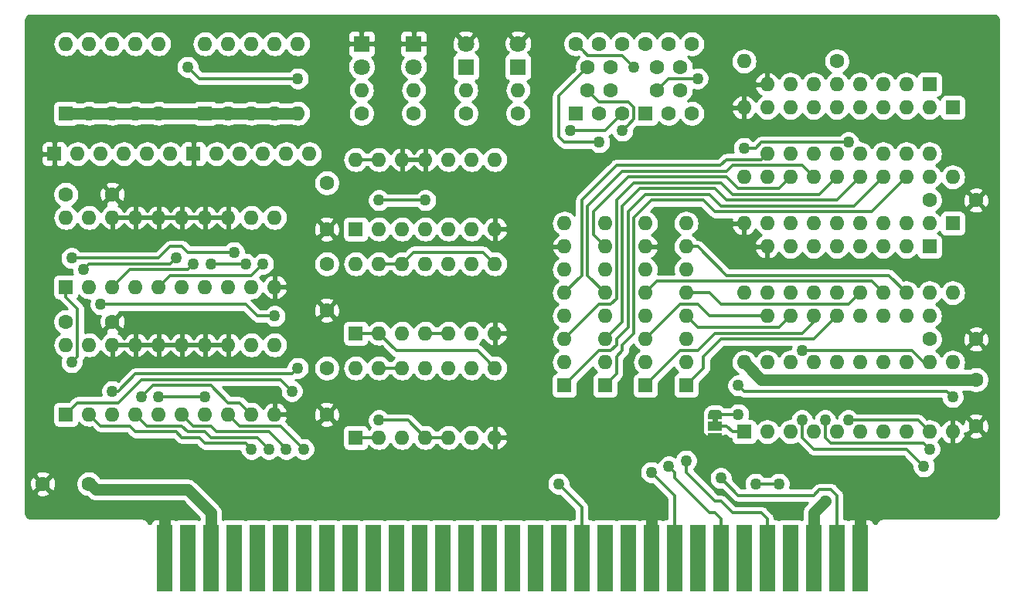
<source format=gbl>
G04 #@! TF.GenerationSoftware,KiCad,Pcbnew,(5.1.4)-1*
G04 #@! TF.CreationDate,2022-04-07T22:43:35+09:30*
G04 #@! TF.ProjectId,ISA_POST_Card_v5.1,4953415f-504f-4535-945f-436172645f76,1*
G04 #@! TF.SameCoordinates,Original*
G04 #@! TF.FileFunction,Copper,L2,Bot*
G04 #@! TF.FilePolarity,Positive*
%FSLAX46Y46*%
G04 Gerber Fmt 4.6, Leading zero omitted, Abs format (unit mm)*
G04 Created by KiCad (PCBNEW (5.1.4)-1) date 2022-04-07 22:43:35*
%MOMM*%
%LPD*%
G04 APERTURE LIST*
%ADD10C,0.100000*%
%ADD11R,1.780000X7.366000*%
%ADD12O,1.600000X1.600000*%
%ADD13R,1.600000X1.600000*%
%ADD14C,1.600000*%
%ADD15C,0.500000*%
%ADD16R,1.500000X1.000000*%
%ADD17C,1.800000*%
%ADD18R,1.800000X1.800000*%
%ADD19C,1.270000*%
%ADD20C,1.270000*%
%ADD21C,0.317500*%
%ADD22C,0.254000*%
G04 APERTURE END LIST*
D10*
G36*
X172420000Y-107050000D02*
G01*
X172420000Y-107550000D01*
X173020000Y-107550000D01*
X173020000Y-107050000D01*
X172420000Y-107050000D01*
G37*
D11*
X188595000Y-122428000D03*
X186055000Y-122428000D03*
X183515000Y-122428000D03*
X180975000Y-122428000D03*
X178435000Y-122428000D03*
X175895000Y-122428000D03*
X173355000Y-122428000D03*
X170815000Y-122428000D03*
X168275000Y-122428000D03*
X165735000Y-122428000D03*
X163195000Y-122428000D03*
X160655000Y-122428000D03*
X158115000Y-122428000D03*
X155575000Y-122428000D03*
X153035000Y-122428000D03*
X150495000Y-122428000D03*
X147955000Y-122428000D03*
X145415000Y-122428000D03*
X142875000Y-122428000D03*
X140335000Y-122428000D03*
X137795000Y-122428000D03*
X135255000Y-122428000D03*
X132715000Y-122428000D03*
X130175000Y-122428000D03*
X127635000Y-122428000D03*
X125095000Y-122428000D03*
X122555000Y-122428000D03*
X120015000Y-122428000D03*
X117475000Y-122428000D03*
X114935000Y-122428000D03*
X112395000Y-122428000D03*
D12*
X133350000Y-90170000D03*
X148590000Y-97790000D03*
X135890000Y-90170000D03*
X146050000Y-97790000D03*
X138430000Y-90170000D03*
X143510000Y-97790000D03*
X140970000Y-90170000D03*
X140970000Y-97790000D03*
X143510000Y-90170000D03*
X138430000Y-97790000D03*
X146050000Y-90170000D03*
X135890000Y-97790000D03*
X148590000Y-90170000D03*
D13*
X133350000Y-97790000D03*
D14*
X99060000Y-114300000D03*
X104140000Y-114300000D03*
X130175000Y-86360000D03*
X130175000Y-81280000D03*
X165100000Y-66040000D03*
X166370000Y-68580000D03*
X167640000Y-66040000D03*
X168910000Y-68580000D03*
X170180000Y-66040000D03*
X170180000Y-73660000D03*
X168910000Y-71120000D03*
X167640000Y-73660000D03*
X166370000Y-71120000D03*
D13*
X165100000Y-73660000D03*
D12*
X133350000Y-78740000D03*
X148590000Y-86360000D03*
X135890000Y-78740000D03*
X146050000Y-86360000D03*
X138430000Y-78740000D03*
X143510000Y-86360000D03*
X140970000Y-78740000D03*
X140970000Y-86360000D03*
X143510000Y-78740000D03*
X138430000Y-86360000D03*
X146050000Y-78740000D03*
X135890000Y-86360000D03*
X148590000Y-78740000D03*
D13*
X133350000Y-86360000D03*
D12*
X175895000Y-100965000D03*
X198755000Y-108585000D03*
X178435000Y-100965000D03*
X196215000Y-108585000D03*
X180975000Y-100965000D03*
X193675000Y-108585000D03*
X183515000Y-100965000D03*
X191135000Y-108585000D03*
X186055000Y-100965000D03*
X188595000Y-108585000D03*
X188595000Y-100965000D03*
X186055000Y-108585000D03*
X191135000Y-100965000D03*
X183515000Y-108585000D03*
X193675000Y-100965000D03*
X180975000Y-108585000D03*
X196215000Y-100965000D03*
X178435000Y-108585000D03*
X198755000Y-100965000D03*
D13*
X175895000Y-108585000D03*
D15*
X172720000Y-106650000D03*
D10*
G36*
X171970000Y-107200000D02*
G01*
X171970000Y-106650000D01*
X171970602Y-106650000D01*
X171970602Y-106625466D01*
X171975412Y-106576635D01*
X171984984Y-106528510D01*
X171999228Y-106481555D01*
X172018005Y-106436222D01*
X172041136Y-106392949D01*
X172068396Y-106352150D01*
X172099524Y-106314221D01*
X172134221Y-106279524D01*
X172172150Y-106248396D01*
X172212949Y-106221136D01*
X172256222Y-106198005D01*
X172301555Y-106179228D01*
X172348510Y-106164984D01*
X172396635Y-106155412D01*
X172445466Y-106150602D01*
X172470000Y-106150602D01*
X172470000Y-106150000D01*
X172970000Y-106150000D01*
X172970000Y-106150602D01*
X172994534Y-106150602D01*
X173043365Y-106155412D01*
X173091490Y-106164984D01*
X173138445Y-106179228D01*
X173183778Y-106198005D01*
X173227051Y-106221136D01*
X173267850Y-106248396D01*
X173305779Y-106279524D01*
X173340476Y-106314221D01*
X173371604Y-106352150D01*
X173398864Y-106392949D01*
X173421995Y-106436222D01*
X173440772Y-106481555D01*
X173455016Y-106528510D01*
X173464588Y-106576635D01*
X173469398Y-106625466D01*
X173469398Y-106650000D01*
X173470000Y-106650000D01*
X173470000Y-107200000D01*
X171970000Y-107200000D01*
X171970000Y-107200000D01*
G37*
D16*
X172720000Y-107950000D03*
D15*
X172720000Y-109250000D03*
D10*
G36*
X173469398Y-109250000D02*
G01*
X173469398Y-109274534D01*
X173464588Y-109323365D01*
X173455016Y-109371490D01*
X173440772Y-109418445D01*
X173421995Y-109463778D01*
X173398864Y-109507051D01*
X173371604Y-109547850D01*
X173340476Y-109585779D01*
X173305779Y-109620476D01*
X173267850Y-109651604D01*
X173227051Y-109678864D01*
X173183778Y-109701995D01*
X173138445Y-109720772D01*
X173091490Y-109735016D01*
X173043365Y-109744588D01*
X172994534Y-109749398D01*
X172970000Y-109749398D01*
X172970000Y-109750000D01*
X172470000Y-109750000D01*
X172470000Y-109749398D01*
X172445466Y-109749398D01*
X172396635Y-109744588D01*
X172348510Y-109735016D01*
X172301555Y-109720772D01*
X172256222Y-109701995D01*
X172212949Y-109678864D01*
X172172150Y-109651604D01*
X172134221Y-109620476D01*
X172099524Y-109585779D01*
X172068396Y-109547850D01*
X172041136Y-109507051D01*
X172018005Y-109463778D01*
X171999228Y-109418445D01*
X171984984Y-109371490D01*
X171975412Y-109323365D01*
X171970602Y-109274534D01*
X171970602Y-109250000D01*
X171970000Y-109250000D01*
X171970000Y-108700000D01*
X173470000Y-108700000D01*
X173470000Y-109250000D01*
X173469398Y-109250000D01*
X173469398Y-109250000D01*
G37*
D12*
X133350000Y-101600000D03*
X148590000Y-109220000D03*
X135890000Y-101600000D03*
X146050000Y-109220000D03*
X138430000Y-101600000D03*
X143510000Y-109220000D03*
X140970000Y-101600000D03*
X140970000Y-109220000D03*
X143510000Y-101600000D03*
X138430000Y-109220000D03*
X146050000Y-101600000D03*
X135890000Y-109220000D03*
X148590000Y-101600000D03*
D13*
X133350000Y-109220000D03*
X165100000Y-103505000D03*
D12*
X165100000Y-100965000D03*
X165100000Y-98425000D03*
X165100000Y-95885000D03*
X165100000Y-93345000D03*
X165100000Y-90805000D03*
X165100000Y-88265000D03*
X165100000Y-85725000D03*
X145415000Y-71120000D03*
D14*
X145415000Y-73660000D03*
D12*
X151130000Y-71120000D03*
D14*
X151130000Y-73660000D03*
D12*
X139700000Y-71120000D03*
D14*
X139700000Y-73660000D03*
D12*
X133985000Y-71120000D03*
D14*
X133985000Y-73660000D03*
X157480000Y-66040000D03*
X158750000Y-68580000D03*
X160020000Y-66040000D03*
X161290000Y-68580000D03*
X162560000Y-66040000D03*
X162560000Y-73660000D03*
X161290000Y-71120000D03*
X160020000Y-73660000D03*
X158750000Y-71120000D03*
D13*
X157480000Y-73660000D03*
D12*
X196215000Y-95885000D03*
X178435000Y-88265000D03*
X193675000Y-95885000D03*
X180975000Y-88265000D03*
X191135000Y-95885000D03*
X183515000Y-88265000D03*
X188595000Y-95885000D03*
X186055000Y-88265000D03*
X186055000Y-95885000D03*
X188595000Y-88265000D03*
X183515000Y-95885000D03*
X191135000Y-88265000D03*
X180975000Y-95885000D03*
X193675000Y-88265000D03*
X178435000Y-95885000D03*
D13*
X196215000Y-88265000D03*
X169545000Y-103505000D03*
D12*
X169545000Y-100965000D03*
X169545000Y-98425000D03*
X169545000Y-95885000D03*
X169545000Y-93345000D03*
X169545000Y-90805000D03*
X169545000Y-88265000D03*
X169545000Y-85725000D03*
D13*
X160655000Y-103505000D03*
D12*
X160655000Y-100965000D03*
X160655000Y-98425000D03*
X160655000Y-95885000D03*
X160655000Y-93345000D03*
X160655000Y-90805000D03*
X160655000Y-88265000D03*
X160655000Y-85725000D03*
D13*
X156210000Y-103505000D03*
D12*
X156210000Y-100965000D03*
X156210000Y-98425000D03*
X156210000Y-95885000D03*
X156210000Y-93345000D03*
X156210000Y-90805000D03*
X156210000Y-88265000D03*
X156210000Y-85725000D03*
X101600000Y-66040000D03*
X111760000Y-73660000D03*
X104140000Y-66040000D03*
X109220000Y-73660000D03*
X106680000Y-66040000D03*
X106680000Y-73660000D03*
X109220000Y-66040000D03*
X104140000Y-73660000D03*
X111760000Y-66040000D03*
D13*
X101600000Y-73660000D03*
D12*
X116840000Y-66040000D03*
X127000000Y-73660000D03*
X119380000Y-66040000D03*
X124460000Y-73660000D03*
X121920000Y-66040000D03*
X121920000Y-73660000D03*
X124460000Y-66040000D03*
X119380000Y-73660000D03*
X127000000Y-66040000D03*
D13*
X116840000Y-73660000D03*
D12*
X198755000Y-93345000D03*
X175895000Y-85725000D03*
X196215000Y-93345000D03*
X178435000Y-85725000D03*
X193675000Y-93345000D03*
X180975000Y-85725000D03*
X191135000Y-93345000D03*
X183515000Y-85725000D03*
X188595000Y-93345000D03*
X186055000Y-85725000D03*
X186055000Y-93345000D03*
X188595000Y-85725000D03*
X183515000Y-93345000D03*
X191135000Y-85725000D03*
X180975000Y-93345000D03*
X193675000Y-85725000D03*
X178435000Y-93345000D03*
X196215000Y-85725000D03*
X175895000Y-93345000D03*
D13*
X198755000Y-85725000D03*
D12*
X196215000Y-78105000D03*
X178435000Y-70485000D03*
X193675000Y-78105000D03*
X180975000Y-70485000D03*
X191135000Y-78105000D03*
X183515000Y-70485000D03*
X188595000Y-78105000D03*
X186055000Y-70485000D03*
X186055000Y-78105000D03*
X188595000Y-70485000D03*
X183515000Y-78105000D03*
X191135000Y-70485000D03*
X180975000Y-78105000D03*
X193675000Y-70485000D03*
X178435000Y-78105000D03*
D13*
X196215000Y-70485000D03*
D12*
X198755000Y-80645000D03*
X175895000Y-73025000D03*
X196215000Y-80645000D03*
X178435000Y-73025000D03*
X193675000Y-80645000D03*
X180975000Y-73025000D03*
X191135000Y-80645000D03*
X183515000Y-73025000D03*
X188595000Y-80645000D03*
X186055000Y-73025000D03*
X186055000Y-80645000D03*
X188595000Y-73025000D03*
X183515000Y-80645000D03*
X191135000Y-73025000D03*
X180975000Y-80645000D03*
X193675000Y-73025000D03*
X178435000Y-80645000D03*
X196215000Y-73025000D03*
X175895000Y-80645000D03*
D13*
X198755000Y-73025000D03*
D17*
X151130000Y-66040000D03*
D18*
X151130000Y-68580000D03*
D17*
X145415000Y-66040000D03*
D18*
X145415000Y-68580000D03*
D17*
X139700000Y-68580000D03*
D18*
X139700000Y-66040000D03*
D17*
X133985000Y-68580000D03*
D18*
X133985000Y-66040000D03*
D12*
X113030000Y-78105000D03*
X110490000Y-78105000D03*
X107950000Y-78105000D03*
X105410000Y-78105000D03*
X102870000Y-78105000D03*
D13*
X100330000Y-78105000D03*
D12*
X128270000Y-78105000D03*
X125730000Y-78105000D03*
X123190000Y-78105000D03*
X120650000Y-78105000D03*
X118110000Y-78105000D03*
D13*
X115570000Y-78105000D03*
D12*
X101600000Y-85090000D03*
X124460000Y-92710000D03*
X104140000Y-85090000D03*
X121920000Y-92710000D03*
X106680000Y-85090000D03*
X119380000Y-92710000D03*
X109220000Y-85090000D03*
X116840000Y-92710000D03*
X111760000Y-85090000D03*
X114300000Y-92710000D03*
X114300000Y-85090000D03*
X111760000Y-92710000D03*
X116840000Y-85090000D03*
X109220000Y-92710000D03*
X119380000Y-85090000D03*
X106680000Y-92710000D03*
X121920000Y-85090000D03*
X104140000Y-92710000D03*
X124460000Y-85090000D03*
D13*
X101600000Y-92710000D03*
D12*
X101600000Y-99060000D03*
X124460000Y-106680000D03*
X104140000Y-99060000D03*
X121920000Y-106680000D03*
X106680000Y-99060000D03*
X119380000Y-106680000D03*
X109220000Y-99060000D03*
X116840000Y-106680000D03*
X111760000Y-99060000D03*
X114300000Y-106680000D03*
X114300000Y-99060000D03*
X111760000Y-106680000D03*
X116840000Y-99060000D03*
X109220000Y-106680000D03*
X119380000Y-99060000D03*
X106680000Y-106680000D03*
X121920000Y-99060000D03*
X104140000Y-106680000D03*
X124460000Y-99060000D03*
D13*
X101600000Y-106680000D03*
D12*
X175895000Y-67945000D03*
D14*
X186055000Y-67945000D03*
X130175000Y-95250000D03*
X130175000Y-90170000D03*
X130175000Y-101600000D03*
X130175000Y-106680000D03*
X106680000Y-82550000D03*
X101600000Y-82550000D03*
X101600000Y-96520000D03*
X106680000Y-96520000D03*
X196215000Y-83185000D03*
X201295000Y-83185000D03*
X201295000Y-98425000D03*
X196215000Y-98425000D03*
X201295000Y-107950000D03*
X201295000Y-102870000D03*
D19*
X173355000Y-100965000D03*
X174625000Y-89535000D03*
X177165000Y-114299995D03*
X179705000Y-114300000D03*
X184785000Y-107315000D03*
X196215000Y-110490000D03*
X182245000Y-107315000D03*
X195580000Y-112395000D03*
X184785024Y-116205000D03*
X140970000Y-83185000D03*
X135890000Y-83185000D03*
X175260000Y-106680000D03*
X121920000Y-110490000D03*
X123825000Y-110490000D03*
X125730000Y-110490000D03*
X127635000Y-110490000D03*
X170815000Y-69850000D03*
X162560000Y-75565000D03*
X160020000Y-76835000D03*
X163830000Y-68580000D03*
X165735000Y-113030000D03*
X167640000Y-112395000D03*
X169545000Y-111760000D03*
X121285000Y-90170012D03*
X117475000Y-90170000D03*
X123190000Y-90170000D03*
X127000000Y-69850000D03*
X115570000Y-90170000D03*
X114935000Y-68580000D03*
X102235000Y-89535000D03*
X120015007Y-88899993D03*
X109855000Y-104775000D03*
X116840000Y-104775000D03*
X111760000Y-104774986D03*
X103505000Y-90805000D03*
X113665000Y-89535000D03*
X156845000Y-75565000D03*
X187325000Y-107315000D03*
X182245000Y-99695000D03*
X106680000Y-104140000D03*
X135890000Y-107315000D03*
X127000000Y-101600000D03*
X105410000Y-94615000D03*
X124460000Y-95885000D03*
X102235000Y-100965000D03*
X126365000Y-104140000D03*
X155575000Y-114300000D03*
X173355000Y-113665000D03*
X198755000Y-104775000D03*
X175260000Y-103505000D03*
X187325000Y-76835000D03*
X175895000Y-77470000D03*
D20*
X165735000Y-122555000D02*
X165735000Y-118110000D01*
X112395000Y-122555000D02*
X112395000Y-118110000D01*
X188595000Y-122555000D02*
X188595000Y-117475000D01*
D21*
X179704995Y-114299995D02*
X179705000Y-114300000D01*
X177165000Y-114299995D02*
X179704995Y-114299995D01*
X195580001Y-109855001D02*
X196215000Y-110490000D01*
X185420001Y-109855001D02*
X195580001Y-109855001D01*
X184785000Y-109220000D02*
X185420001Y-109855001D01*
X184785000Y-107315000D02*
X184785000Y-109220000D01*
X193675000Y-110490000D02*
X195580000Y-112395000D01*
X183515000Y-110490000D02*
X193675000Y-110490000D01*
X182245000Y-107315000D02*
X182245000Y-109220000D01*
X182245000Y-109220000D02*
X183515000Y-110490000D01*
X195580000Y-112395000D02*
X195580000Y-112395000D01*
D20*
X101600000Y-73660000D02*
X104140000Y-73660000D01*
X104140000Y-73660000D02*
X106680000Y-73660000D01*
X106680000Y-73660000D02*
X109220000Y-73660000D01*
X109220000Y-73660000D02*
X111760000Y-73660000D01*
X111760000Y-73660000D02*
X116840000Y-73660000D01*
X116840000Y-73660000D02*
X119380000Y-73660000D01*
X119380000Y-73660000D02*
X121920000Y-73660000D01*
X121920000Y-73660000D02*
X124460000Y-73660000D01*
X124460000Y-73660000D02*
X127000000Y-73660000D01*
X117475000Y-122555000D02*
X117475000Y-117475000D01*
X117475000Y-117475000D02*
X114935000Y-114935000D01*
X104902000Y-114935000D02*
X104140000Y-114173000D01*
X114935000Y-114935000D02*
X104902000Y-114935000D01*
X177800000Y-102870000D02*
X175895000Y-100965000D01*
X201295000Y-102870000D02*
X177800000Y-102870000D01*
X183515000Y-122555000D02*
X183515000Y-117475024D01*
X184150025Y-116839999D02*
X184785024Y-116205000D01*
X183515000Y-117475024D02*
X184150025Y-116839999D01*
D21*
X133350000Y-78740000D02*
X135890000Y-78740000D01*
X135890000Y-83185000D02*
X140970000Y-83185000D01*
X172750000Y-106680000D02*
X172720000Y-106650000D01*
X175260000Y-106680000D02*
X172750000Y-106680000D01*
X121285000Y-109855000D02*
X121920000Y-110490000D01*
X116840000Y-109855000D02*
X121285000Y-109855000D01*
X116205000Y-109220000D02*
X116840000Y-109855000D01*
X105410000Y-107950000D02*
X108585000Y-107950000D01*
X104140000Y-106680000D02*
X105410000Y-107950000D01*
X108585000Y-107950000D02*
X109220000Y-108585000D01*
X109220000Y-108585000D02*
X113665000Y-108585000D01*
X113665000Y-108585000D02*
X114300000Y-109220000D01*
X114300000Y-109220000D02*
X116205000Y-109220000D01*
X123190001Y-109855001D02*
X123825000Y-110490000D01*
X122555000Y-109220000D02*
X123190001Y-109855001D01*
X110490000Y-107950000D02*
X114300000Y-107950000D01*
X109220000Y-106680000D02*
X110490000Y-107950000D01*
X114300000Y-107950000D02*
X114935000Y-108585000D01*
X114935000Y-108585000D02*
X116840000Y-108585000D01*
X116840000Y-108585000D02*
X117475000Y-109220000D01*
X117475000Y-109220000D02*
X122555000Y-109220000D01*
X118110000Y-108585000D02*
X123825000Y-108585000D01*
X123825000Y-108585000D02*
X125095001Y-109855001D01*
X117475000Y-107950000D02*
X118110000Y-108585000D01*
X114300000Y-106680000D02*
X115570000Y-107950000D01*
X115570000Y-107950000D02*
X117475000Y-107950000D01*
X125095001Y-109855001D02*
X125730000Y-110490000D01*
X127000001Y-109855001D02*
X127635000Y-110490000D01*
X120650000Y-107950000D02*
X125095000Y-107950000D01*
X125095000Y-107950000D02*
X127000001Y-109855001D01*
X119380000Y-106680000D02*
X120650000Y-107950000D01*
X167640000Y-69850000D02*
X170815000Y-69850000D01*
X166370000Y-71120000D02*
X167640000Y-69850000D01*
X170815000Y-69850000D02*
X170815000Y-69850000D01*
X163830000Y-74295000D02*
X163194999Y-74930001D01*
X158750000Y-71120000D02*
X160020000Y-72390000D01*
X163194999Y-74930001D02*
X162560000Y-75565000D01*
X163830000Y-73025000D02*
X163830000Y-74295000D01*
X160020000Y-72390000D02*
X163195000Y-72390000D01*
X163195000Y-72390000D02*
X163830000Y-73025000D01*
X155575000Y-71755000D02*
X158750000Y-68580000D01*
X155575000Y-76200000D02*
X155575000Y-71755000D01*
X160020000Y-76835000D02*
X156210000Y-76835000D01*
X156210000Y-76835000D02*
X155575000Y-76200000D01*
X157480000Y-66040000D02*
X158279999Y-66839999D01*
X158279999Y-66839999D02*
X158750000Y-67310000D01*
X158750000Y-67310000D02*
X162560000Y-67310000D01*
X162560000Y-67310000D02*
X163830000Y-68580000D01*
X168275000Y-115570000D02*
X166369999Y-113664999D01*
X166369999Y-113664999D02*
X165735000Y-113030000D01*
X168275000Y-122555000D02*
X168275000Y-115570000D01*
X168274999Y-113029999D02*
X167640000Y-112395000D01*
X168274999Y-113664999D02*
X168274999Y-113029999D01*
X172085000Y-117475000D02*
X168274999Y-113664999D01*
X172720000Y-117475000D02*
X172085000Y-117475000D01*
X173355000Y-122555000D02*
X173355000Y-118110000D01*
X173355000Y-118110000D02*
X172720000Y-117475000D01*
X178435000Y-122555000D02*
X178435000Y-118110000D01*
X177800000Y-117475000D02*
X174625000Y-117475000D01*
X174625000Y-117475000D02*
X173355000Y-116205000D01*
X169545000Y-113030000D02*
X169545000Y-111760000D01*
X173355000Y-116205000D02*
X172720000Y-116205000D01*
X178435000Y-118110000D02*
X177800000Y-117475000D01*
X172720000Y-116205000D02*
X169545000Y-113030000D01*
X121285000Y-90170012D02*
X117475012Y-90170012D01*
X117475012Y-90170012D02*
X117475000Y-90170000D01*
X121920000Y-91440000D02*
X123190000Y-90170000D01*
X111760000Y-92710000D02*
X113030000Y-91440000D01*
X113030000Y-91440000D02*
X121920000Y-91440000D01*
X108585000Y-90805000D02*
X106680000Y-92710000D01*
X108585000Y-90805000D02*
X114935000Y-90805000D01*
X114935000Y-90805000D02*
X115570000Y-90170000D01*
X116205000Y-69850000D02*
X114935000Y-68580000D01*
X127000000Y-69850000D02*
X116205000Y-69850000D01*
X120015000Y-88900000D02*
X120015007Y-88899993D01*
X114935000Y-88900000D02*
X120015000Y-88900000D01*
X114299994Y-88264994D02*
X114935000Y-88900000D01*
X113030006Y-88264994D02*
X114299994Y-88264994D01*
X102235000Y-89535000D02*
X111760000Y-89535000D01*
X111760000Y-89535000D02*
X113030006Y-88264994D01*
X110489999Y-104140001D02*
X109855000Y-104775000D01*
X111124999Y-103505001D02*
X110489999Y-104140001D01*
X117475001Y-103505001D02*
X111124999Y-103505001D01*
X119380000Y-105410000D02*
X117475001Y-103505001D01*
X121920000Y-106680000D02*
X120650000Y-105410000D01*
X120650000Y-105410000D02*
X119380000Y-105410000D01*
X116840000Y-104775000D02*
X111760014Y-104775000D01*
X111760014Y-104775000D02*
X111760000Y-104774986D01*
X113029999Y-90170001D02*
X113030001Y-90169999D01*
X113030001Y-90169999D02*
X113665000Y-89535000D01*
X104139999Y-90170001D02*
X113029999Y-90170001D01*
X103505000Y-90805000D02*
X104139999Y-90170001D01*
X160655000Y-75565000D02*
X157743025Y-75565000D01*
X157743025Y-75565000D02*
X156845000Y-75565000D01*
X162560000Y-73660000D02*
X160655000Y-75565000D01*
X158115000Y-91440000D02*
X156210000Y-93345000D01*
X158115000Y-83185000D02*
X158115000Y-91440000D01*
X172085000Y-79375000D02*
X161925000Y-79375000D01*
X161925000Y-79375000D02*
X158115000Y-83185000D01*
X173306565Y-79375000D02*
X172036565Y-79375000D01*
X173941565Y-78740000D02*
X173306565Y-79375000D01*
X178435000Y-78105000D02*
X177800000Y-78740000D01*
X177800000Y-78740000D02*
X173941565Y-78740000D01*
X158750000Y-91440000D02*
X160655000Y-93345000D01*
X182245000Y-79375000D02*
X174625000Y-79375000D01*
X183515000Y-80645000D02*
X182245000Y-79375000D01*
X174625000Y-79375000D02*
X173990000Y-80010000D01*
X173990000Y-80010000D02*
X162560000Y-80010000D01*
X162560000Y-80010000D02*
X158750000Y-83820000D01*
X158750000Y-83820000D02*
X158750000Y-91440000D01*
X159385000Y-86995000D02*
X160655000Y-88265000D01*
X179705000Y-81915000D02*
X175260000Y-81915000D01*
X180975000Y-80645000D02*
X179705000Y-81915000D01*
X175260000Y-81915000D02*
X173990000Y-80645000D01*
X173990000Y-80645000D02*
X163195000Y-80645000D01*
X163195000Y-80645000D02*
X159385000Y-84455000D01*
X159385000Y-84455000D02*
X159385000Y-86995000D01*
X162560000Y-96520000D02*
X160655000Y-98425000D01*
X186055000Y-83185000D02*
X173990000Y-83185000D01*
X188595000Y-80645000D02*
X186055000Y-83185000D01*
X173990000Y-83185000D02*
X172720000Y-81915000D01*
X172720000Y-81915000D02*
X164465000Y-81915000D01*
X164465000Y-81915000D02*
X162560000Y-83820000D01*
X162560000Y-83820000D02*
X162560000Y-96520000D01*
X173355000Y-83820000D02*
X187960000Y-83820000D01*
X172085000Y-82550000D02*
X173355000Y-83820000D01*
X165100000Y-82550000D02*
X172085000Y-82550000D01*
X163195000Y-84455000D02*
X165100000Y-82550000D01*
X160020000Y-99695000D02*
X161290000Y-99695000D01*
X187960000Y-83820000D02*
X191135000Y-80645000D01*
X156210000Y-103505000D02*
X160020000Y-99695000D01*
X161290000Y-99695000D02*
X161925000Y-99060000D01*
X161925000Y-99060000D02*
X161925000Y-98425000D01*
X161925000Y-98425000D02*
X163195000Y-97155000D01*
X163195000Y-97155000D02*
X163195000Y-84455000D01*
X185255001Y-81444999D02*
X186055000Y-80645000D01*
X184150000Y-82550000D02*
X185255001Y-81444999D01*
X174625000Y-82550000D02*
X184150000Y-82550000D01*
X173355000Y-81280000D02*
X174625000Y-82550000D01*
X160020000Y-94615000D02*
X161290000Y-94615000D01*
X156210000Y-98425000D02*
X160020000Y-94615000D01*
X161290000Y-94615000D02*
X161925000Y-93980000D01*
X161925000Y-93980000D02*
X161925000Y-83185000D01*
X161925000Y-83185000D02*
X163830000Y-81280000D01*
X163830000Y-81280000D02*
X173355000Y-81280000D01*
X161925000Y-100330000D02*
X161925000Y-102235000D01*
X162560000Y-99695000D02*
X161925000Y-100330000D01*
X162560000Y-99060000D02*
X162560000Y-99695000D01*
X163830000Y-97790000D02*
X162560000Y-99060000D01*
X161925000Y-102235000D02*
X160655000Y-103505000D01*
X189865000Y-84455000D02*
X172720000Y-84455000D01*
X193675000Y-80645000D02*
X189865000Y-84455000D01*
X172720000Y-84455000D02*
X171450000Y-83185000D01*
X171450000Y-83185000D02*
X165735000Y-83185000D01*
X165735000Y-83185000D02*
X163830000Y-85090000D01*
X163830000Y-85090000D02*
X163830000Y-97790000D01*
X171450000Y-101600000D02*
X169545000Y-103505000D01*
X171450000Y-100330000D02*
X171450000Y-101600000D01*
X173355000Y-98425000D02*
X171450000Y-100330000D01*
X186055000Y-95885000D02*
X183515000Y-98425000D01*
X183515000Y-98425000D02*
X173355000Y-98425000D01*
X172085000Y-93345000D02*
X169545000Y-93345000D01*
X188595000Y-93345000D02*
X187325000Y-94615000D01*
X173355000Y-94615000D02*
X172085000Y-93345000D01*
X187325000Y-94615000D02*
X173355000Y-94615000D01*
X170815000Y-88265000D02*
X169545000Y-88265000D01*
X173990000Y-91440000D02*
X170815000Y-88265000D01*
X193675000Y-93345000D02*
X191770000Y-91440000D01*
X191770000Y-91440000D02*
X173990000Y-91440000D01*
X166370000Y-97155000D02*
X165100000Y-98425000D01*
X168910000Y-94615000D02*
X166370000Y-97155000D01*
X170815000Y-94615000D02*
X168910000Y-94615000D01*
X178435000Y-95885000D02*
X172085000Y-95885000D01*
X172085000Y-95885000D02*
X170815000Y-94615000D01*
X166370000Y-92075000D02*
X165100000Y-93345000D01*
X191135000Y-93345000D02*
X189865000Y-92075000D01*
X189865000Y-92075000D02*
X166370000Y-92075000D01*
X167640000Y-100965000D02*
X165100000Y-103505000D01*
X183515000Y-96520000D02*
X182245000Y-97790000D01*
X183515000Y-95885000D02*
X183515000Y-96520000D01*
X182245000Y-97790000D02*
X172720000Y-97790000D01*
X172720000Y-97790000D02*
X170815000Y-99695000D01*
X170815000Y-99695000D02*
X168910000Y-99695000D01*
X168910000Y-99695000D02*
X167640000Y-100965000D01*
X170815000Y-97155000D02*
X169545000Y-95885000D01*
X180975000Y-95885000D02*
X179705000Y-97155000D01*
X179705000Y-97155000D02*
X170815000Y-97155000D01*
X194945000Y-107315000D02*
X188223025Y-107315000D01*
X188223025Y-107315000D02*
X187325000Y-107315000D01*
X196215000Y-108585000D02*
X194945000Y-107315000D01*
X194310000Y-99695000D02*
X182245000Y-99695000D01*
X196215000Y-100965000D02*
X195580000Y-100965000D01*
X195580000Y-100965000D02*
X194310000Y-99695000D01*
X140970000Y-109220000D02*
X143510000Y-109220000D01*
X139065000Y-107315000D02*
X140970000Y-109220000D01*
X135890000Y-107315000D02*
X139065000Y-107315000D01*
X126365000Y-102235000D02*
X127000000Y-101600000D01*
X109220000Y-102235000D02*
X126365000Y-102235000D01*
X106680000Y-104140000D02*
X107315000Y-104140000D01*
X107315000Y-104140000D02*
X109220000Y-102235000D01*
X133350000Y-109220000D02*
X135890000Y-109220000D01*
X122555000Y-95885000D02*
X124460000Y-95885000D01*
X105410000Y-94615000D02*
X121285000Y-94615000D01*
X121285000Y-94615000D02*
X122555000Y-95885000D01*
X175895000Y-108585000D02*
X174625000Y-108585000D01*
X174625000Y-108585000D02*
X173990000Y-107950000D01*
X173990000Y-107950000D02*
X172720000Y-107950000D01*
X102869999Y-100330001D02*
X102235000Y-100965000D01*
X102869999Y-95097499D02*
X102869999Y-100330001D01*
X101600000Y-93827500D02*
X102869999Y-95097499D01*
X101600000Y-92710000D02*
X101600000Y-93827500D01*
X125730001Y-103505001D02*
X126365000Y-104140000D01*
X125095001Y-102870001D02*
X125730001Y-103505001D01*
X109854999Y-102870001D02*
X125095001Y-102870001D01*
X107315000Y-105410000D02*
X109854999Y-102870001D01*
X101600000Y-106680000D02*
X102870000Y-105410000D01*
X102870000Y-105410000D02*
X107315000Y-105410000D01*
X140970000Y-97790000D02*
X143510000Y-97790000D01*
X158115000Y-116840000D02*
X156209999Y-114934999D01*
X158115000Y-122555000D02*
X158115000Y-116840000D01*
X156209999Y-114934999D02*
X155575000Y-114300000D01*
X175260000Y-115570000D02*
X173355000Y-113665000D01*
X183515000Y-115570000D02*
X175260000Y-115570000D01*
X184150000Y-114935000D02*
X183515000Y-115570000D01*
X185420000Y-114935000D02*
X184150000Y-114935000D01*
X186055000Y-122555000D02*
X186055000Y-115570000D01*
X186055000Y-115570000D02*
X185420000Y-114935000D01*
X135890000Y-101600000D02*
X138430000Y-101600000D01*
X198120000Y-104140000D02*
X198755000Y-104775000D01*
X175260000Y-103505000D02*
X175895000Y-104140000D01*
X175895000Y-104140000D02*
X198120000Y-104140000D01*
X177165000Y-77470000D02*
X175895000Y-77470000D01*
X187325000Y-76835000D02*
X177800000Y-76835000D01*
X177800000Y-76835000D02*
X177165000Y-77470000D01*
X133350000Y-97790000D02*
X135890000Y-97790000D01*
X147790001Y-100800001D02*
X148590000Y-101600000D01*
X146685000Y-99695000D02*
X147790001Y-100800001D01*
X135890000Y-97790000D02*
X137795000Y-99695000D01*
X137795000Y-99695000D02*
X146685000Y-99695000D01*
X135890000Y-90170000D02*
X138430000Y-90170000D01*
X147320000Y-88900000D02*
X148590000Y-90170000D01*
X138430000Y-90170000D02*
X139700000Y-88900000D01*
X139700000Y-88900000D02*
X147320000Y-88900000D01*
D22*
G36*
X203317869Y-62904722D02*
G01*
X203431246Y-62938953D01*
X203535819Y-62994555D01*
X203627596Y-63069407D01*
X203703091Y-63160664D01*
X203759419Y-63264844D01*
X203794440Y-63377976D01*
X203810000Y-63526022D01*
X203810001Y-117442711D01*
X203795278Y-117592869D01*
X203761047Y-117706246D01*
X203705446Y-117810817D01*
X203630594Y-117902595D01*
X203539335Y-117978091D01*
X203435160Y-118034419D01*
X203322024Y-118069440D01*
X203173979Y-118085000D01*
X191040419Y-118085000D01*
X191008000Y-118081807D01*
X190975581Y-118085000D01*
X190878617Y-118094550D01*
X190754207Y-118132290D01*
X190639550Y-118193575D01*
X190539052Y-118276052D01*
X190456575Y-118376550D01*
X190395290Y-118491207D01*
X190357550Y-118615617D01*
X190357315Y-118618000D01*
X190110048Y-118618000D01*
X190074502Y-118500820D01*
X190015537Y-118390506D01*
X189936185Y-118293815D01*
X189839494Y-118214463D01*
X189729180Y-118155498D01*
X189609482Y-118119188D01*
X189485000Y-118106928D01*
X188880750Y-118110000D01*
X188722000Y-118268750D01*
X188722000Y-118618000D01*
X188468000Y-118618000D01*
X188468000Y-118268750D01*
X188309250Y-118110000D01*
X187705000Y-118106928D01*
X187580518Y-118119188D01*
X187460820Y-118155498D01*
X187350506Y-118214463D01*
X187325000Y-118235395D01*
X187299494Y-118214463D01*
X187189180Y-118155498D01*
X187069482Y-118119188D01*
X186945000Y-118106928D01*
X186848750Y-118106928D01*
X186848750Y-115608979D01*
X186852589Y-115570000D01*
X186848750Y-115531021D01*
X186848750Y-115531011D01*
X186837265Y-115414398D01*
X186791877Y-115264776D01*
X186727282Y-115143926D01*
X186718172Y-115126882D01*
X186643835Y-115036303D01*
X186643833Y-115036301D01*
X186618981Y-115006019D01*
X186588699Y-114981167D01*
X186008837Y-114401306D01*
X185983981Y-114371019D01*
X185863117Y-114271828D01*
X185725224Y-114198123D01*
X185575602Y-114152735D01*
X185458989Y-114141250D01*
X185458979Y-114141250D01*
X185420000Y-114137411D01*
X185381021Y-114141250D01*
X184188979Y-114141250D01*
X184150000Y-114137411D01*
X184111021Y-114141250D01*
X184111011Y-114141250D01*
X183994398Y-114152735D01*
X183844776Y-114198123D01*
X183792599Y-114226012D01*
X183706882Y-114271828D01*
X183616303Y-114346165D01*
X183616301Y-114346167D01*
X183586019Y-114371019D01*
X183561167Y-114401301D01*
X183186219Y-114776250D01*
X180882369Y-114776250D01*
X180926195Y-114670445D01*
X180975000Y-114425084D01*
X180975000Y-114174916D01*
X180926195Y-113929555D01*
X180830459Y-113698429D01*
X180691473Y-113490422D01*
X180514578Y-113313527D01*
X180306571Y-113174541D01*
X180075445Y-113078805D01*
X179830084Y-113030000D01*
X179579916Y-113030000D01*
X179334555Y-113078805D01*
X179103429Y-113174541D01*
X178895422Y-113313527D01*
X178718527Y-113490422D01*
X178707954Y-113506245D01*
X178162049Y-113506245D01*
X178151473Y-113490417D01*
X177974578Y-113313522D01*
X177766571Y-113174536D01*
X177535445Y-113078800D01*
X177290084Y-113029995D01*
X177039916Y-113029995D01*
X176794555Y-113078800D01*
X176563429Y-113174536D01*
X176355422Y-113313522D01*
X176178527Y-113490417D01*
X176039541Y-113698424D01*
X175943805Y-113929550D01*
X175895000Y-114174911D01*
X175895000Y-114425079D01*
X175943805Y-114670440D01*
X175987633Y-114776250D01*
X175588782Y-114776250D01*
X174621286Y-113808755D01*
X174625000Y-113790084D01*
X174625000Y-113539916D01*
X174576195Y-113294555D01*
X174480459Y-113063429D01*
X174341473Y-112855422D01*
X174164578Y-112678527D01*
X173956571Y-112539541D01*
X173725445Y-112443805D01*
X173480084Y-112395000D01*
X173229916Y-112395000D01*
X172984555Y-112443805D01*
X172753429Y-112539541D01*
X172545422Y-112678527D01*
X172368527Y-112855422D01*
X172229541Y-113063429D01*
X172133805Y-113294555D01*
X172085000Y-113539916D01*
X172085000Y-113790084D01*
X172133805Y-114035445D01*
X172229541Y-114266571D01*
X172368527Y-114474578D01*
X172545422Y-114651473D01*
X172753429Y-114790459D01*
X172984555Y-114886195D01*
X173229916Y-114935000D01*
X173480084Y-114935000D01*
X173498755Y-114931286D01*
X174671167Y-116103699D01*
X174696019Y-116133981D01*
X174726301Y-116158833D01*
X174726303Y-116158835D01*
X174816882Y-116233172D01*
X174890587Y-116272567D01*
X174954776Y-116306877D01*
X175104398Y-116352265D01*
X175221011Y-116363750D01*
X175221021Y-116363750D01*
X175260000Y-116367589D01*
X175298979Y-116363750D01*
X182830224Y-116363750D01*
X182661087Y-116532887D01*
X182612631Y-116572654D01*
X182453926Y-116766036D01*
X182368131Y-116926548D01*
X182335998Y-116986665D01*
X182263377Y-117226061D01*
X182238857Y-117475024D01*
X182245001Y-117537407D01*
X182245001Y-118235394D01*
X182245000Y-118235395D01*
X182219494Y-118214463D01*
X182109180Y-118155498D01*
X181989482Y-118119188D01*
X181865000Y-118106928D01*
X180085000Y-118106928D01*
X179960518Y-118119188D01*
X179840820Y-118155498D01*
X179730506Y-118214463D01*
X179705000Y-118235395D01*
X179679494Y-118214463D01*
X179569180Y-118155498D01*
X179449482Y-118119188D01*
X179325000Y-118106928D01*
X179232286Y-118106928D01*
X179228750Y-118071021D01*
X179228750Y-118071011D01*
X179217265Y-117954398D01*
X179171877Y-117804776D01*
X179137567Y-117740587D01*
X179098172Y-117666882D01*
X179023835Y-117576303D01*
X179023833Y-117576301D01*
X178998981Y-117546019D01*
X178968699Y-117521167D01*
X178388837Y-116941306D01*
X178363981Y-116911019D01*
X178243117Y-116811828D01*
X178105224Y-116738123D01*
X177955602Y-116692735D01*
X177838989Y-116681250D01*
X177838979Y-116681250D01*
X177800000Y-116677411D01*
X177761021Y-116681250D01*
X174953782Y-116681250D01*
X173943837Y-115671306D01*
X173918981Y-115641019D01*
X173798117Y-115541828D01*
X173660224Y-115468123D01*
X173510602Y-115422735D01*
X173393989Y-115411250D01*
X173393979Y-115411250D01*
X173355000Y-115407411D01*
X173316021Y-115411250D01*
X173048782Y-115411250D01*
X170369291Y-112731760D01*
X170531473Y-112569578D01*
X170670459Y-112361571D01*
X170766195Y-112130445D01*
X170815000Y-111885084D01*
X170815000Y-111634916D01*
X170766195Y-111389555D01*
X170670459Y-111158429D01*
X170531473Y-110950422D01*
X170354578Y-110773527D01*
X170146571Y-110634541D01*
X169915445Y-110538805D01*
X169670084Y-110490000D01*
X169419916Y-110490000D01*
X169174555Y-110538805D01*
X168943429Y-110634541D01*
X168735422Y-110773527D01*
X168558527Y-110950422D01*
X168419541Y-111158429D01*
X168344914Y-111338593D01*
X168241571Y-111269541D01*
X168010445Y-111173805D01*
X167765084Y-111125000D01*
X167514916Y-111125000D01*
X167269555Y-111173805D01*
X167038429Y-111269541D01*
X166830422Y-111408527D01*
X166653527Y-111585422D01*
X166514541Y-111793429D01*
X166439914Y-111973593D01*
X166336571Y-111904541D01*
X166105445Y-111808805D01*
X165860084Y-111760000D01*
X165609916Y-111760000D01*
X165364555Y-111808805D01*
X165133429Y-111904541D01*
X164925422Y-112043527D01*
X164748527Y-112220422D01*
X164609541Y-112428429D01*
X164513805Y-112659555D01*
X164465000Y-112904916D01*
X164465000Y-113155084D01*
X164513805Y-113400445D01*
X164609541Y-113631571D01*
X164748527Y-113839578D01*
X164925422Y-114016473D01*
X165133429Y-114155459D01*
X165364555Y-114251195D01*
X165609916Y-114300000D01*
X165860084Y-114300000D01*
X165878755Y-114296286D01*
X167481251Y-115898783D01*
X167481251Y-118106928D01*
X167385000Y-118106928D01*
X167260518Y-118119188D01*
X167140820Y-118155498D01*
X167030506Y-118214463D01*
X167005000Y-118235395D01*
X166979494Y-118214463D01*
X166869180Y-118155498D01*
X166749482Y-118119188D01*
X166625000Y-118106928D01*
X166020750Y-118110000D01*
X165862000Y-118268750D01*
X165862000Y-118618000D01*
X165608000Y-118618000D01*
X165608000Y-118268750D01*
X165449250Y-118110000D01*
X164845000Y-118106928D01*
X164720518Y-118119188D01*
X164600820Y-118155498D01*
X164490506Y-118214463D01*
X164465000Y-118235395D01*
X164439494Y-118214463D01*
X164329180Y-118155498D01*
X164209482Y-118119188D01*
X164085000Y-118106928D01*
X162305000Y-118106928D01*
X162180518Y-118119188D01*
X162060820Y-118155498D01*
X161950506Y-118214463D01*
X161925000Y-118235395D01*
X161899494Y-118214463D01*
X161789180Y-118155498D01*
X161669482Y-118119188D01*
X161545000Y-118106928D01*
X159765000Y-118106928D01*
X159640518Y-118119188D01*
X159520820Y-118155498D01*
X159410506Y-118214463D01*
X159385000Y-118235395D01*
X159359494Y-118214463D01*
X159249180Y-118155498D01*
X159129482Y-118119188D01*
X159005000Y-118106928D01*
X158908750Y-118106928D01*
X158908750Y-116878978D01*
X158912589Y-116839999D01*
X158908750Y-116801020D01*
X158908750Y-116801011D01*
X158897265Y-116684398D01*
X158851877Y-116534776D01*
X158778172Y-116396883D01*
X158678981Y-116276019D01*
X158648699Y-116251167D01*
X156841286Y-114443755D01*
X156845000Y-114425084D01*
X156845000Y-114174916D01*
X156796195Y-113929555D01*
X156700459Y-113698429D01*
X156561473Y-113490422D01*
X156384578Y-113313527D01*
X156176571Y-113174541D01*
X155945445Y-113078805D01*
X155700084Y-113030000D01*
X155449916Y-113030000D01*
X155204555Y-113078805D01*
X154973429Y-113174541D01*
X154765422Y-113313527D01*
X154588527Y-113490422D01*
X154449541Y-113698429D01*
X154353805Y-113929555D01*
X154305000Y-114174916D01*
X154305000Y-114425084D01*
X154353805Y-114670445D01*
X154449541Y-114901571D01*
X154588527Y-115109578D01*
X154765422Y-115286473D01*
X154973429Y-115425459D01*
X155204555Y-115521195D01*
X155449916Y-115570000D01*
X155700084Y-115570000D01*
X155718755Y-115566286D01*
X157321251Y-117168783D01*
X157321251Y-118106928D01*
X157225000Y-118106928D01*
X157100518Y-118119188D01*
X156980820Y-118155498D01*
X156870506Y-118214463D01*
X156845000Y-118235395D01*
X156819494Y-118214463D01*
X156709180Y-118155498D01*
X156589482Y-118119188D01*
X156465000Y-118106928D01*
X154685000Y-118106928D01*
X154560518Y-118119188D01*
X154440820Y-118155498D01*
X154330506Y-118214463D01*
X154305000Y-118235395D01*
X154279494Y-118214463D01*
X154169180Y-118155498D01*
X154049482Y-118119188D01*
X153925000Y-118106928D01*
X152145000Y-118106928D01*
X152020518Y-118119188D01*
X151900820Y-118155498D01*
X151790506Y-118214463D01*
X151765000Y-118235395D01*
X151739494Y-118214463D01*
X151629180Y-118155498D01*
X151509482Y-118119188D01*
X151385000Y-118106928D01*
X149605000Y-118106928D01*
X149480518Y-118119188D01*
X149360820Y-118155498D01*
X149250506Y-118214463D01*
X149225000Y-118235395D01*
X149199494Y-118214463D01*
X149089180Y-118155498D01*
X148969482Y-118119188D01*
X148845000Y-118106928D01*
X147065000Y-118106928D01*
X146940518Y-118119188D01*
X146820820Y-118155498D01*
X146710506Y-118214463D01*
X146685000Y-118235395D01*
X146659494Y-118214463D01*
X146549180Y-118155498D01*
X146429482Y-118119188D01*
X146305000Y-118106928D01*
X144525000Y-118106928D01*
X144400518Y-118119188D01*
X144280820Y-118155498D01*
X144170506Y-118214463D01*
X144145000Y-118235395D01*
X144119494Y-118214463D01*
X144009180Y-118155498D01*
X143889482Y-118119188D01*
X143765000Y-118106928D01*
X141985000Y-118106928D01*
X141860518Y-118119188D01*
X141740820Y-118155498D01*
X141630506Y-118214463D01*
X141605000Y-118235395D01*
X141579494Y-118214463D01*
X141469180Y-118155498D01*
X141349482Y-118119188D01*
X141225000Y-118106928D01*
X139445000Y-118106928D01*
X139320518Y-118119188D01*
X139200820Y-118155498D01*
X139090506Y-118214463D01*
X139065000Y-118235395D01*
X139039494Y-118214463D01*
X138929180Y-118155498D01*
X138809482Y-118119188D01*
X138685000Y-118106928D01*
X136905000Y-118106928D01*
X136780518Y-118119188D01*
X136660820Y-118155498D01*
X136550506Y-118214463D01*
X136525000Y-118235395D01*
X136499494Y-118214463D01*
X136389180Y-118155498D01*
X136269482Y-118119188D01*
X136145000Y-118106928D01*
X134365000Y-118106928D01*
X134240518Y-118119188D01*
X134120820Y-118155498D01*
X134010506Y-118214463D01*
X133985000Y-118235395D01*
X133959494Y-118214463D01*
X133849180Y-118155498D01*
X133729482Y-118119188D01*
X133605000Y-118106928D01*
X131825000Y-118106928D01*
X131700518Y-118119188D01*
X131580820Y-118155498D01*
X131470506Y-118214463D01*
X131445000Y-118235395D01*
X131419494Y-118214463D01*
X131309180Y-118155498D01*
X131189482Y-118119188D01*
X131065000Y-118106928D01*
X129285000Y-118106928D01*
X129160518Y-118119188D01*
X129040820Y-118155498D01*
X128930506Y-118214463D01*
X128905000Y-118235395D01*
X128879494Y-118214463D01*
X128769180Y-118155498D01*
X128649482Y-118119188D01*
X128525000Y-118106928D01*
X126745000Y-118106928D01*
X126620518Y-118119188D01*
X126500820Y-118155498D01*
X126390506Y-118214463D01*
X126365000Y-118235395D01*
X126339494Y-118214463D01*
X126229180Y-118155498D01*
X126109482Y-118119188D01*
X125985000Y-118106928D01*
X124205000Y-118106928D01*
X124080518Y-118119188D01*
X123960820Y-118155498D01*
X123850506Y-118214463D01*
X123825000Y-118235395D01*
X123799494Y-118214463D01*
X123689180Y-118155498D01*
X123569482Y-118119188D01*
X123445000Y-118106928D01*
X121665000Y-118106928D01*
X121540518Y-118119188D01*
X121420820Y-118155498D01*
X121310506Y-118214463D01*
X121285000Y-118235395D01*
X121259494Y-118214463D01*
X121149180Y-118155498D01*
X121029482Y-118119188D01*
X120905000Y-118106928D01*
X119125000Y-118106928D01*
X119000518Y-118119188D01*
X118880820Y-118155498D01*
X118770506Y-118214463D01*
X118745000Y-118235395D01*
X118745000Y-117537372D01*
X118751143Y-117474999D01*
X118745000Y-117412626D01*
X118745000Y-117412620D01*
X118726623Y-117226037D01*
X118723919Y-117217121D01*
X118689612Y-117104028D01*
X118654003Y-116986641D01*
X118536075Y-116766012D01*
X118377370Y-116572630D01*
X118328914Y-116532863D01*
X115877141Y-114081091D01*
X115837370Y-114032630D01*
X115643988Y-113873925D01*
X115423359Y-113755997D01*
X115183963Y-113683377D01*
X114997380Y-113665000D01*
X114997373Y-113665000D01*
X114935000Y-113658857D01*
X114872627Y-113665000D01*
X105430207Y-113665000D01*
X105411680Y-113620273D01*
X105254637Y-113385241D01*
X105054759Y-113185363D01*
X104819727Y-113028320D01*
X104558574Y-112920147D01*
X104281335Y-112865000D01*
X103998665Y-112865000D01*
X103721426Y-112920147D01*
X103460273Y-113028320D01*
X103225241Y-113185363D01*
X103025363Y-113385241D01*
X102868320Y-113620273D01*
X102760147Y-113881426D01*
X102705000Y-114158665D01*
X102705000Y-114441335D01*
X102760147Y-114718574D01*
X102868320Y-114979727D01*
X103025363Y-115214759D01*
X103225241Y-115414637D01*
X103460273Y-115571680D01*
X103721426Y-115679853D01*
X103882927Y-115711978D01*
X103959863Y-115788914D01*
X103999630Y-115837370D01*
X104193012Y-115996075D01*
X104393286Y-116103123D01*
X104413641Y-116114003D01*
X104653037Y-116186623D01*
X104902000Y-116211144D01*
X104964380Y-116205000D01*
X114408950Y-116205000D01*
X116205001Y-118001052D01*
X116205001Y-118235394D01*
X116205000Y-118235395D01*
X116179494Y-118214463D01*
X116069180Y-118155498D01*
X115949482Y-118119188D01*
X115825000Y-118106928D01*
X114045000Y-118106928D01*
X113920518Y-118119188D01*
X113800820Y-118155498D01*
X113690506Y-118214463D01*
X113665000Y-118235395D01*
X113639494Y-118214463D01*
X113529180Y-118155498D01*
X113409482Y-118119188D01*
X113285000Y-118106928D01*
X112680750Y-118110000D01*
X112522000Y-118268750D01*
X112522000Y-118618000D01*
X112268000Y-118618000D01*
X112268000Y-118268750D01*
X112109250Y-118110000D01*
X111505000Y-118106928D01*
X111380518Y-118119188D01*
X111260820Y-118155498D01*
X111150506Y-118214463D01*
X111053815Y-118293815D01*
X110974463Y-118390506D01*
X110915498Y-118500820D01*
X110879952Y-118618000D01*
X110632685Y-118618000D01*
X110632450Y-118615617D01*
X110594710Y-118491207D01*
X110533425Y-118376550D01*
X110450948Y-118276052D01*
X110350450Y-118193575D01*
X110235793Y-118132290D01*
X110111383Y-118094550D01*
X110014419Y-118085000D01*
X109982000Y-118081807D01*
X109949581Y-118085000D01*
X97822279Y-118085000D01*
X97672131Y-118070278D01*
X97558754Y-118036047D01*
X97454183Y-117980446D01*
X97362405Y-117905594D01*
X97286909Y-117814335D01*
X97230581Y-117710160D01*
X97195560Y-117597024D01*
X97180000Y-117448979D01*
X97180000Y-115292702D01*
X98246903Y-115292702D01*
X98318486Y-115536671D01*
X98573996Y-115657571D01*
X98848184Y-115726300D01*
X99130512Y-115740217D01*
X99410130Y-115698787D01*
X99676292Y-115603603D01*
X99801514Y-115536671D01*
X99873097Y-115292702D01*
X99060000Y-114479605D01*
X98246903Y-115292702D01*
X97180000Y-115292702D01*
X97180000Y-114370512D01*
X97619783Y-114370512D01*
X97661213Y-114650130D01*
X97756397Y-114916292D01*
X97823329Y-115041514D01*
X98067298Y-115113097D01*
X98880395Y-114300000D01*
X99239605Y-114300000D01*
X100052702Y-115113097D01*
X100296671Y-115041514D01*
X100417571Y-114786004D01*
X100486300Y-114511816D01*
X100500217Y-114229488D01*
X100458787Y-113949870D01*
X100363603Y-113683708D01*
X100296671Y-113558486D01*
X100052702Y-113486903D01*
X99239605Y-114300000D01*
X98880395Y-114300000D01*
X98067298Y-113486903D01*
X97823329Y-113558486D01*
X97702429Y-113813996D01*
X97633700Y-114088184D01*
X97619783Y-114370512D01*
X97180000Y-114370512D01*
X97180000Y-113307298D01*
X98246903Y-113307298D01*
X99060000Y-114120395D01*
X99873097Y-113307298D01*
X99801514Y-113063329D01*
X99546004Y-112942429D01*
X99271816Y-112873700D01*
X98989488Y-112859783D01*
X98709870Y-112901213D01*
X98443708Y-112996397D01*
X98318486Y-113063329D01*
X98246903Y-113307298D01*
X97180000Y-113307298D01*
X97180000Y-105880000D01*
X100161928Y-105880000D01*
X100161928Y-107480000D01*
X100174188Y-107604482D01*
X100210498Y-107724180D01*
X100269463Y-107834494D01*
X100348815Y-107931185D01*
X100445506Y-108010537D01*
X100555820Y-108069502D01*
X100675518Y-108105812D01*
X100800000Y-108118072D01*
X102400000Y-108118072D01*
X102524482Y-108105812D01*
X102644180Y-108069502D01*
X102754494Y-108010537D01*
X102851185Y-107931185D01*
X102930537Y-107834494D01*
X102989502Y-107724180D01*
X103025812Y-107604482D01*
X103027581Y-107586518D01*
X103120392Y-107699608D01*
X103338899Y-107878932D01*
X103588192Y-108012182D01*
X103858691Y-108094236D01*
X104069508Y-108115000D01*
X104210492Y-108115000D01*
X104421309Y-108094236D01*
X104429285Y-108091817D01*
X104821167Y-108483699D01*
X104846019Y-108513981D01*
X104876301Y-108538833D01*
X104876303Y-108538835D01*
X104898228Y-108556828D01*
X104966883Y-108613172D01*
X105104776Y-108686877D01*
X105254398Y-108732265D01*
X105371011Y-108743750D01*
X105371020Y-108743750D01*
X105409999Y-108747589D01*
X105448978Y-108743750D01*
X108256219Y-108743750D01*
X108631167Y-109118699D01*
X108656019Y-109148981D01*
X108686301Y-109173833D01*
X108686303Y-109173835D01*
X108776882Y-109248172D01*
X108850587Y-109287567D01*
X108914776Y-109321877D01*
X109064398Y-109367265D01*
X109181011Y-109378750D01*
X109181021Y-109378750D01*
X109220000Y-109382589D01*
X109258979Y-109378750D01*
X113336219Y-109378750D01*
X113711167Y-109753699D01*
X113736019Y-109783981D01*
X113766301Y-109808833D01*
X113766303Y-109808835D01*
X113856882Y-109883172D01*
X113930587Y-109922567D01*
X113994776Y-109956877D01*
X114144398Y-110002265D01*
X114261011Y-110013750D01*
X114261021Y-110013750D01*
X114300000Y-110017589D01*
X114338979Y-110013750D01*
X115876219Y-110013750D01*
X116251165Y-110388697D01*
X116276019Y-110418981D01*
X116306301Y-110443833D01*
X116306303Y-110443835D01*
X116396882Y-110518172D01*
X116470587Y-110557567D01*
X116534776Y-110591877D01*
X116684398Y-110637265D01*
X116801011Y-110648750D01*
X116801021Y-110648750D01*
X116840000Y-110652589D01*
X116878979Y-110648750D01*
X120656697Y-110648750D01*
X120698805Y-110860445D01*
X120794541Y-111091571D01*
X120933527Y-111299578D01*
X121110422Y-111476473D01*
X121318429Y-111615459D01*
X121549555Y-111711195D01*
X121794916Y-111760000D01*
X122045084Y-111760000D01*
X122290445Y-111711195D01*
X122521571Y-111615459D01*
X122729578Y-111476473D01*
X122872500Y-111333551D01*
X123015422Y-111476473D01*
X123223429Y-111615459D01*
X123454555Y-111711195D01*
X123699916Y-111760000D01*
X123950084Y-111760000D01*
X124195445Y-111711195D01*
X124426571Y-111615459D01*
X124634578Y-111476473D01*
X124777500Y-111333551D01*
X124920422Y-111476473D01*
X125128429Y-111615459D01*
X125359555Y-111711195D01*
X125604916Y-111760000D01*
X125855084Y-111760000D01*
X126100445Y-111711195D01*
X126331571Y-111615459D01*
X126539578Y-111476473D01*
X126682500Y-111333551D01*
X126825422Y-111476473D01*
X127033429Y-111615459D01*
X127264555Y-111711195D01*
X127509916Y-111760000D01*
X127760084Y-111760000D01*
X128005445Y-111711195D01*
X128236571Y-111615459D01*
X128444578Y-111476473D01*
X128621473Y-111299578D01*
X128760459Y-111091571D01*
X128856195Y-110860445D01*
X128905000Y-110615084D01*
X128905000Y-110364916D01*
X128856195Y-110119555D01*
X128760459Y-109888429D01*
X128621473Y-109680422D01*
X128444578Y-109503527D01*
X128236571Y-109364541D01*
X128005445Y-109268805D01*
X127760084Y-109220000D01*
X127509916Y-109220000D01*
X127491246Y-109223714D01*
X126687532Y-108420000D01*
X131911928Y-108420000D01*
X131911928Y-110020000D01*
X131924188Y-110144482D01*
X131960498Y-110264180D01*
X132019463Y-110374494D01*
X132098815Y-110471185D01*
X132195506Y-110550537D01*
X132305820Y-110609502D01*
X132425518Y-110645812D01*
X132550000Y-110658072D01*
X134150000Y-110658072D01*
X134274482Y-110645812D01*
X134394180Y-110609502D01*
X134504494Y-110550537D01*
X134601185Y-110471185D01*
X134680537Y-110374494D01*
X134739502Y-110264180D01*
X134775812Y-110144482D01*
X134777581Y-110126518D01*
X134870392Y-110239608D01*
X135088899Y-110418932D01*
X135338192Y-110552182D01*
X135608691Y-110634236D01*
X135819508Y-110655000D01*
X135960492Y-110655000D01*
X136171309Y-110634236D01*
X136441808Y-110552182D01*
X136691101Y-110418932D01*
X136909608Y-110239608D01*
X137088932Y-110021101D01*
X137160000Y-109888142D01*
X137231068Y-110021101D01*
X137410392Y-110239608D01*
X137628899Y-110418932D01*
X137878192Y-110552182D01*
X138148691Y-110634236D01*
X138359508Y-110655000D01*
X138500492Y-110655000D01*
X138711309Y-110634236D01*
X138981808Y-110552182D01*
X139231101Y-110418932D01*
X139449608Y-110239608D01*
X139628932Y-110021101D01*
X139700000Y-109888142D01*
X139771068Y-110021101D01*
X139950392Y-110239608D01*
X140168899Y-110418932D01*
X140418192Y-110552182D01*
X140688691Y-110634236D01*
X140899508Y-110655000D01*
X141040492Y-110655000D01*
X141251309Y-110634236D01*
X141521808Y-110552182D01*
X141771101Y-110418932D01*
X141989608Y-110239608D01*
X142168932Y-110021101D01*
X142172861Y-110013750D01*
X142307139Y-110013750D01*
X142311068Y-110021101D01*
X142490392Y-110239608D01*
X142708899Y-110418932D01*
X142958192Y-110552182D01*
X143228691Y-110634236D01*
X143439508Y-110655000D01*
X143580492Y-110655000D01*
X143791309Y-110634236D01*
X144061808Y-110552182D01*
X144311101Y-110418932D01*
X144529608Y-110239608D01*
X144708932Y-110021101D01*
X144780000Y-109888142D01*
X144851068Y-110021101D01*
X145030392Y-110239608D01*
X145248899Y-110418932D01*
X145498192Y-110552182D01*
X145768691Y-110634236D01*
X145979508Y-110655000D01*
X146120492Y-110655000D01*
X146331309Y-110634236D01*
X146601808Y-110552182D01*
X146851101Y-110418932D01*
X147069608Y-110239608D01*
X147248932Y-110021101D01*
X147322579Y-109883318D01*
X147437615Y-110075131D01*
X147626586Y-110283519D01*
X147852580Y-110451037D01*
X148106913Y-110571246D01*
X148240961Y-110611904D01*
X148463000Y-110489915D01*
X148463000Y-109347000D01*
X148717000Y-109347000D01*
X148717000Y-110489915D01*
X148939039Y-110611904D01*
X149073087Y-110571246D01*
X149327420Y-110451037D01*
X149553414Y-110283519D01*
X149742385Y-110075131D01*
X149887070Y-109833881D01*
X149981909Y-109569040D01*
X149860624Y-109347000D01*
X148717000Y-109347000D01*
X148463000Y-109347000D01*
X148443000Y-109347000D01*
X148443000Y-109093000D01*
X148463000Y-109093000D01*
X148463000Y-107950085D01*
X148717000Y-107950085D01*
X148717000Y-109093000D01*
X149860624Y-109093000D01*
X149981909Y-108870960D01*
X149887070Y-108606119D01*
X149742385Y-108364869D01*
X149553414Y-108156481D01*
X149327420Y-107988963D01*
X149073087Y-107868754D01*
X148939039Y-107828096D01*
X148717000Y-107950085D01*
X148463000Y-107950085D01*
X148240961Y-107828096D01*
X148106913Y-107868754D01*
X147852580Y-107988963D01*
X147626586Y-108156481D01*
X147437615Y-108364869D01*
X147322579Y-108556682D01*
X147248932Y-108418899D01*
X147069608Y-108200392D01*
X146851101Y-108021068D01*
X146601808Y-107887818D01*
X146331309Y-107805764D01*
X146120492Y-107785000D01*
X145979508Y-107785000D01*
X145768691Y-107805764D01*
X145498192Y-107887818D01*
X145248899Y-108021068D01*
X145030392Y-108200392D01*
X144851068Y-108418899D01*
X144780000Y-108551858D01*
X144708932Y-108418899D01*
X144529608Y-108200392D01*
X144311101Y-108021068D01*
X144061808Y-107887818D01*
X143791309Y-107805764D01*
X143580492Y-107785000D01*
X143439508Y-107785000D01*
X143228691Y-107805764D01*
X142958192Y-107887818D01*
X142708899Y-108021068D01*
X142490392Y-108200392D01*
X142311068Y-108418899D01*
X142307139Y-108426250D01*
X142172861Y-108426250D01*
X142168932Y-108418899D01*
X141989608Y-108200392D01*
X141771101Y-108021068D01*
X141521808Y-107887818D01*
X141251309Y-107805764D01*
X141040492Y-107785000D01*
X140899508Y-107785000D01*
X140688691Y-107805764D01*
X140680715Y-107808183D01*
X139653837Y-106781306D01*
X139628981Y-106751019D01*
X139508117Y-106651828D01*
X139504698Y-106650000D01*
X171331928Y-106650000D01*
X171331928Y-107200000D01*
X171344188Y-107324482D01*
X171344345Y-107325000D01*
X171344188Y-107325518D01*
X171331928Y-107450000D01*
X171331928Y-108450000D01*
X171344188Y-108574482D01*
X171380498Y-108694180D01*
X171439463Y-108804494D01*
X171518815Y-108901185D01*
X171615506Y-108980537D01*
X171725820Y-109039502D01*
X171845518Y-109075812D01*
X171970000Y-109088072D01*
X173470000Y-109088072D01*
X173594482Y-109075812D01*
X173714180Y-109039502D01*
X173824494Y-108980537D01*
X173864870Y-108947402D01*
X174036167Y-109118699D01*
X174061019Y-109148981D01*
X174091301Y-109173833D01*
X174091303Y-109173835D01*
X174181882Y-109248172D01*
X174255587Y-109287567D01*
X174319776Y-109321877D01*
X174456928Y-109363482D01*
X174456928Y-109385000D01*
X174469188Y-109509482D01*
X174505498Y-109629180D01*
X174564463Y-109739494D01*
X174643815Y-109836185D01*
X174740506Y-109915537D01*
X174850820Y-109974502D01*
X174970518Y-110010812D01*
X175095000Y-110023072D01*
X176695000Y-110023072D01*
X176819482Y-110010812D01*
X176939180Y-109974502D01*
X177049494Y-109915537D01*
X177146185Y-109836185D01*
X177225537Y-109739494D01*
X177284502Y-109629180D01*
X177320812Y-109509482D01*
X177322581Y-109491518D01*
X177415392Y-109604608D01*
X177633899Y-109783932D01*
X177883192Y-109917182D01*
X178153691Y-109999236D01*
X178364508Y-110020000D01*
X178505492Y-110020000D01*
X178716309Y-109999236D01*
X178986808Y-109917182D01*
X179236101Y-109783932D01*
X179454608Y-109604608D01*
X179633932Y-109386101D01*
X179705000Y-109253142D01*
X179776068Y-109386101D01*
X179955392Y-109604608D01*
X180173899Y-109783932D01*
X180423192Y-109917182D01*
X180693691Y-109999236D01*
X180904508Y-110020000D01*
X181045492Y-110020000D01*
X181256309Y-109999236D01*
X181526808Y-109917182D01*
X181717646Y-109815177D01*
X182926167Y-111023699D01*
X182951019Y-111053981D01*
X182981301Y-111078833D01*
X182981303Y-111078835D01*
X182996822Y-111091571D01*
X183071883Y-111153172D01*
X183209776Y-111226877D01*
X183359398Y-111272265D01*
X183476011Y-111283750D01*
X183476020Y-111283750D01*
X183514999Y-111287589D01*
X183553978Y-111283750D01*
X193346219Y-111283750D01*
X194313714Y-112251245D01*
X194310000Y-112269916D01*
X194310000Y-112520084D01*
X194358805Y-112765445D01*
X194454541Y-112996571D01*
X194593527Y-113204578D01*
X194770422Y-113381473D01*
X194978429Y-113520459D01*
X195209555Y-113616195D01*
X195454916Y-113665000D01*
X195705084Y-113665000D01*
X195950445Y-113616195D01*
X196181571Y-113520459D01*
X196389578Y-113381473D01*
X196566473Y-113204578D01*
X196705459Y-112996571D01*
X196801195Y-112765445D01*
X196850000Y-112520084D01*
X196850000Y-112269916D01*
X196801195Y-112024555D01*
X196705459Y-111793429D01*
X196636407Y-111690086D01*
X196816571Y-111615459D01*
X197024578Y-111476473D01*
X197201473Y-111299578D01*
X197340459Y-111091571D01*
X197436195Y-110860445D01*
X197485000Y-110615084D01*
X197485000Y-110364916D01*
X197436195Y-110119555D01*
X197340459Y-109888429D01*
X197201473Y-109680422D01*
X197174768Y-109653717D01*
X197234608Y-109604608D01*
X197413932Y-109386101D01*
X197487579Y-109248318D01*
X197602615Y-109440131D01*
X197791586Y-109648519D01*
X198017580Y-109816037D01*
X198271913Y-109936246D01*
X198405961Y-109976904D01*
X198628000Y-109854915D01*
X198628000Y-108712000D01*
X198608000Y-108712000D01*
X198608000Y-108458000D01*
X198628000Y-108458000D01*
X198628000Y-107315085D01*
X198882000Y-107315085D01*
X198882000Y-108458000D01*
X198902000Y-108458000D01*
X198902000Y-108712000D01*
X198882000Y-108712000D01*
X198882000Y-109854915D01*
X199104039Y-109976904D01*
X199238087Y-109936246D01*
X199492420Y-109816037D01*
X199718414Y-109648519D01*
X199907385Y-109440131D01*
X200052070Y-109198881D01*
X200143807Y-108942702D01*
X200481903Y-108942702D01*
X200553486Y-109186671D01*
X200808996Y-109307571D01*
X201083184Y-109376300D01*
X201365512Y-109390217D01*
X201645130Y-109348787D01*
X201911292Y-109253603D01*
X202036514Y-109186671D01*
X202108097Y-108942702D01*
X201295000Y-108129605D01*
X200481903Y-108942702D01*
X200143807Y-108942702D01*
X200146909Y-108934040D01*
X200025625Y-108712002D01*
X200128156Y-108712002D01*
X200302298Y-108763097D01*
X201115395Y-107950000D01*
X201474605Y-107950000D01*
X202287702Y-108763097D01*
X202531671Y-108691514D01*
X202652571Y-108436004D01*
X202721300Y-108161816D01*
X202735217Y-107879488D01*
X202693787Y-107599870D01*
X202598603Y-107333708D01*
X202531671Y-107208486D01*
X202287702Y-107136903D01*
X201474605Y-107950000D01*
X201115395Y-107950000D01*
X200302298Y-107136903D01*
X200058329Y-107208486D01*
X199937429Y-107463996D01*
X199878710Y-107698248D01*
X199718414Y-107521481D01*
X199492420Y-107353963D01*
X199238087Y-107233754D01*
X199104039Y-107193096D01*
X198882000Y-107315085D01*
X198628000Y-107315085D01*
X198405961Y-107193096D01*
X198271913Y-107233754D01*
X198017580Y-107353963D01*
X197791586Y-107521481D01*
X197602615Y-107729869D01*
X197487579Y-107921682D01*
X197413932Y-107783899D01*
X197234608Y-107565392D01*
X197016101Y-107386068D01*
X196766808Y-107252818D01*
X196496309Y-107170764D01*
X196285492Y-107150000D01*
X196144508Y-107150000D01*
X195933691Y-107170764D01*
X195925715Y-107173184D01*
X195709829Y-106957298D01*
X200481903Y-106957298D01*
X201295000Y-107770395D01*
X202108097Y-106957298D01*
X202036514Y-106713329D01*
X201781004Y-106592429D01*
X201506816Y-106523700D01*
X201224488Y-106509783D01*
X200944870Y-106551213D01*
X200678708Y-106646397D01*
X200553486Y-106713329D01*
X200481903Y-106957298D01*
X195709829Y-106957298D01*
X195533837Y-106781306D01*
X195508981Y-106751019D01*
X195388117Y-106651828D01*
X195250224Y-106578123D01*
X195100602Y-106532735D01*
X194983989Y-106521250D01*
X194983979Y-106521250D01*
X194945000Y-106517411D01*
X194906021Y-106521250D01*
X188322049Y-106521250D01*
X188311473Y-106505422D01*
X188134578Y-106328527D01*
X187926571Y-106189541D01*
X187695445Y-106093805D01*
X187450084Y-106045000D01*
X187199916Y-106045000D01*
X186954555Y-106093805D01*
X186723429Y-106189541D01*
X186515422Y-106328527D01*
X186338527Y-106505422D01*
X186199541Y-106713429D01*
X186103805Y-106944555D01*
X186062940Y-107150000D01*
X186047060Y-107150000D01*
X186006195Y-106944555D01*
X185910459Y-106713429D01*
X185771473Y-106505422D01*
X185594578Y-106328527D01*
X185386571Y-106189541D01*
X185155445Y-106093805D01*
X184910084Y-106045000D01*
X184659916Y-106045000D01*
X184414555Y-106093805D01*
X184183429Y-106189541D01*
X183975422Y-106328527D01*
X183798527Y-106505422D01*
X183659541Y-106713429D01*
X183563805Y-106944555D01*
X183522940Y-107150000D01*
X183507060Y-107150000D01*
X183466195Y-106944555D01*
X183370459Y-106713429D01*
X183231473Y-106505422D01*
X183054578Y-106328527D01*
X182846571Y-106189541D01*
X182615445Y-106093805D01*
X182370084Y-106045000D01*
X182119916Y-106045000D01*
X181874555Y-106093805D01*
X181643429Y-106189541D01*
X181435422Y-106328527D01*
X181258527Y-106505422D01*
X181119541Y-106713429D01*
X181023805Y-106944555D01*
X180982940Y-107150000D01*
X180904508Y-107150000D01*
X180693691Y-107170764D01*
X180423192Y-107252818D01*
X180173899Y-107386068D01*
X179955392Y-107565392D01*
X179776068Y-107783899D01*
X179705000Y-107916858D01*
X179633932Y-107783899D01*
X179454608Y-107565392D01*
X179236101Y-107386068D01*
X178986808Y-107252818D01*
X178716309Y-107170764D01*
X178505492Y-107150000D01*
X178364508Y-107150000D01*
X178153691Y-107170764D01*
X177883192Y-107252818D01*
X177633899Y-107386068D01*
X177415392Y-107565392D01*
X177322581Y-107678482D01*
X177320812Y-107660518D01*
X177284502Y-107540820D01*
X177225537Y-107430506D01*
X177146185Y-107333815D01*
X177049494Y-107254463D01*
X176939180Y-107195498D01*
X176819482Y-107159188D01*
X176695000Y-107146928D01*
X176441230Y-107146928D01*
X176481195Y-107050445D01*
X176530000Y-106805084D01*
X176530000Y-106554916D01*
X176481195Y-106309555D01*
X176385459Y-106078429D01*
X176246473Y-105870422D01*
X176069578Y-105693527D01*
X175861571Y-105554541D01*
X175630445Y-105458805D01*
X175385084Y-105410000D01*
X175134916Y-105410000D01*
X174889555Y-105458805D01*
X174658429Y-105554541D01*
X174450422Y-105693527D01*
X174273527Y-105870422D01*
X174262951Y-105886250D01*
X173811491Y-105886250D01*
X173807690Y-105881618D01*
X173738382Y-105812310D01*
X173641691Y-105732958D01*
X173560192Y-105678502D01*
X173449875Y-105619536D01*
X173359319Y-105582027D01*
X173239623Y-105545718D01*
X173143490Y-105526596D01*
X173019009Y-105514336D01*
X172994450Y-105514336D01*
X172970000Y-105511928D01*
X172470000Y-105511928D01*
X172445550Y-105514336D01*
X172420991Y-105514336D01*
X172296510Y-105526596D01*
X172200377Y-105545718D01*
X172080681Y-105582027D01*
X171990125Y-105619536D01*
X171879808Y-105678502D01*
X171798309Y-105732958D01*
X171701618Y-105812310D01*
X171632310Y-105881618D01*
X171552958Y-105978309D01*
X171498502Y-106059808D01*
X171439536Y-106170125D01*
X171402027Y-106260681D01*
X171365718Y-106380377D01*
X171346596Y-106476510D01*
X171334336Y-106600991D01*
X171334336Y-106625550D01*
X171331928Y-106650000D01*
X139504698Y-106650000D01*
X139370224Y-106578123D01*
X139220602Y-106532735D01*
X139103989Y-106521250D01*
X139103979Y-106521250D01*
X139065000Y-106517411D01*
X139026021Y-106521250D01*
X136887049Y-106521250D01*
X136876473Y-106505422D01*
X136699578Y-106328527D01*
X136491571Y-106189541D01*
X136260445Y-106093805D01*
X136015084Y-106045000D01*
X135764916Y-106045000D01*
X135519555Y-106093805D01*
X135288429Y-106189541D01*
X135080422Y-106328527D01*
X134903527Y-106505422D01*
X134764541Y-106713429D01*
X134668805Y-106944555D01*
X134620000Y-107189916D01*
X134620000Y-107440084D01*
X134668805Y-107685445D01*
X134764541Y-107916571D01*
X134903527Y-108124578D01*
X134930232Y-108151283D01*
X134870392Y-108200392D01*
X134777581Y-108313482D01*
X134775812Y-108295518D01*
X134739502Y-108175820D01*
X134680537Y-108065506D01*
X134601185Y-107968815D01*
X134504494Y-107889463D01*
X134394180Y-107830498D01*
X134274482Y-107794188D01*
X134150000Y-107781928D01*
X132550000Y-107781928D01*
X132425518Y-107794188D01*
X132305820Y-107830498D01*
X132195506Y-107889463D01*
X132098815Y-107968815D01*
X132019463Y-108065506D01*
X131960498Y-108175820D01*
X131924188Y-108295518D01*
X131911928Y-108420000D01*
X126687532Y-108420000D01*
X125940234Y-107672702D01*
X129361903Y-107672702D01*
X129433486Y-107916671D01*
X129688996Y-108037571D01*
X129963184Y-108106300D01*
X130245512Y-108120217D01*
X130525130Y-108078787D01*
X130791292Y-107983603D01*
X130916514Y-107916671D01*
X130988097Y-107672702D01*
X130175000Y-106859605D01*
X129361903Y-107672702D01*
X125940234Y-107672702D01*
X125683837Y-107416306D01*
X125683728Y-107416173D01*
X125757070Y-107293881D01*
X125851909Y-107029040D01*
X125730624Y-106807000D01*
X124587000Y-106807000D01*
X124587000Y-106827000D01*
X124333000Y-106827000D01*
X124333000Y-106807000D01*
X124313000Y-106807000D01*
X124313000Y-106750512D01*
X128734783Y-106750512D01*
X128776213Y-107030130D01*
X128871397Y-107296292D01*
X128938329Y-107421514D01*
X129182298Y-107493097D01*
X129995395Y-106680000D01*
X130354605Y-106680000D01*
X131167702Y-107493097D01*
X131411671Y-107421514D01*
X131532571Y-107166004D01*
X131601300Y-106891816D01*
X131615217Y-106609488D01*
X131573787Y-106329870D01*
X131478603Y-106063708D01*
X131411671Y-105938486D01*
X131167702Y-105866903D01*
X130354605Y-106680000D01*
X129995395Y-106680000D01*
X129182298Y-105866903D01*
X128938329Y-105938486D01*
X128817429Y-106193996D01*
X128748700Y-106468184D01*
X128734783Y-106750512D01*
X124313000Y-106750512D01*
X124313000Y-106553000D01*
X124333000Y-106553000D01*
X124333000Y-105410085D01*
X124587000Y-105410085D01*
X124587000Y-106553000D01*
X125730624Y-106553000D01*
X125851909Y-106330960D01*
X125757070Y-106066119D01*
X125612385Y-105824869D01*
X125487633Y-105687298D01*
X129361903Y-105687298D01*
X130175000Y-106500395D01*
X130988097Y-105687298D01*
X130916514Y-105443329D01*
X130661004Y-105322429D01*
X130386816Y-105253700D01*
X130104488Y-105239783D01*
X129824870Y-105281213D01*
X129558708Y-105376397D01*
X129433486Y-105443329D01*
X129361903Y-105687298D01*
X125487633Y-105687298D01*
X125423414Y-105616481D01*
X125197420Y-105448963D01*
X124943087Y-105328754D01*
X124809039Y-105288096D01*
X124587000Y-105410085D01*
X124333000Y-105410085D01*
X124110961Y-105288096D01*
X123976913Y-105328754D01*
X123722580Y-105448963D01*
X123496586Y-105616481D01*
X123307615Y-105824869D01*
X123192579Y-106016682D01*
X123118932Y-105878899D01*
X122939608Y-105660392D01*
X122721101Y-105481068D01*
X122471808Y-105347818D01*
X122201309Y-105265764D01*
X121990492Y-105245000D01*
X121849508Y-105245000D01*
X121638691Y-105265764D01*
X121630715Y-105268184D01*
X121238835Y-104876304D01*
X121213981Y-104846019D01*
X121093117Y-104746828D01*
X120955224Y-104673123D01*
X120805602Y-104627735D01*
X120688989Y-104616250D01*
X120688979Y-104616250D01*
X120650000Y-104612411D01*
X120611021Y-104616250D01*
X119708782Y-104616250D01*
X118756282Y-103663751D01*
X124766220Y-103663751D01*
X125098714Y-103996246D01*
X125095000Y-104014916D01*
X125095000Y-104265084D01*
X125143805Y-104510445D01*
X125239541Y-104741571D01*
X125378527Y-104949578D01*
X125555422Y-105126473D01*
X125763429Y-105265459D01*
X125994555Y-105361195D01*
X126239916Y-105410000D01*
X126490084Y-105410000D01*
X126735445Y-105361195D01*
X126966571Y-105265459D01*
X127174578Y-105126473D01*
X127351473Y-104949578D01*
X127490459Y-104741571D01*
X127586195Y-104510445D01*
X127635000Y-104265084D01*
X127635000Y-104014916D01*
X127586195Y-103769555D01*
X127490459Y-103538429D01*
X127351473Y-103330422D01*
X127174578Y-103153527D01*
X126966571Y-103014541D01*
X126754640Y-102926756D01*
X126808117Y-102898172D01*
X126848779Y-102864801D01*
X126874916Y-102870000D01*
X127125084Y-102870000D01*
X127370445Y-102821195D01*
X127601571Y-102725459D01*
X127809578Y-102586473D01*
X127986473Y-102409578D01*
X128125459Y-102201571D01*
X128221195Y-101970445D01*
X128270000Y-101725084D01*
X128270000Y-101474916D01*
X128266768Y-101458665D01*
X128740000Y-101458665D01*
X128740000Y-101741335D01*
X128795147Y-102018574D01*
X128903320Y-102279727D01*
X129060363Y-102514759D01*
X129260241Y-102714637D01*
X129495273Y-102871680D01*
X129756426Y-102979853D01*
X130033665Y-103035000D01*
X130316335Y-103035000D01*
X130593574Y-102979853D01*
X130854727Y-102871680D01*
X131089759Y-102714637D01*
X131289637Y-102514759D01*
X131446680Y-102279727D01*
X131554853Y-102018574D01*
X131610000Y-101741335D01*
X131610000Y-101600000D01*
X131908057Y-101600000D01*
X131935764Y-101881309D01*
X132017818Y-102151808D01*
X132151068Y-102401101D01*
X132330392Y-102619608D01*
X132548899Y-102798932D01*
X132798192Y-102932182D01*
X133068691Y-103014236D01*
X133279508Y-103035000D01*
X133420492Y-103035000D01*
X133631309Y-103014236D01*
X133901808Y-102932182D01*
X134151101Y-102798932D01*
X134369608Y-102619608D01*
X134548932Y-102401101D01*
X134620000Y-102268142D01*
X134691068Y-102401101D01*
X134870392Y-102619608D01*
X135088899Y-102798932D01*
X135338192Y-102932182D01*
X135608691Y-103014236D01*
X135819508Y-103035000D01*
X135960492Y-103035000D01*
X136171309Y-103014236D01*
X136441808Y-102932182D01*
X136691101Y-102798932D01*
X136909608Y-102619608D01*
X137088932Y-102401101D01*
X137092861Y-102393750D01*
X137227139Y-102393750D01*
X137231068Y-102401101D01*
X137410392Y-102619608D01*
X137628899Y-102798932D01*
X137878192Y-102932182D01*
X138148691Y-103014236D01*
X138359508Y-103035000D01*
X138500492Y-103035000D01*
X138711309Y-103014236D01*
X138981808Y-102932182D01*
X139231101Y-102798932D01*
X139449608Y-102619608D01*
X139628932Y-102401101D01*
X139700000Y-102268142D01*
X139771068Y-102401101D01*
X139950392Y-102619608D01*
X140168899Y-102798932D01*
X140418192Y-102932182D01*
X140688691Y-103014236D01*
X140899508Y-103035000D01*
X141040492Y-103035000D01*
X141251309Y-103014236D01*
X141521808Y-102932182D01*
X141771101Y-102798932D01*
X141989608Y-102619608D01*
X142168932Y-102401101D01*
X142240000Y-102268142D01*
X142311068Y-102401101D01*
X142490392Y-102619608D01*
X142708899Y-102798932D01*
X142958192Y-102932182D01*
X143228691Y-103014236D01*
X143439508Y-103035000D01*
X143580492Y-103035000D01*
X143791309Y-103014236D01*
X144061808Y-102932182D01*
X144311101Y-102798932D01*
X144529608Y-102619608D01*
X144708932Y-102401101D01*
X144780000Y-102268142D01*
X144851068Y-102401101D01*
X145030392Y-102619608D01*
X145248899Y-102798932D01*
X145498192Y-102932182D01*
X145768691Y-103014236D01*
X145979508Y-103035000D01*
X146120492Y-103035000D01*
X146331309Y-103014236D01*
X146601808Y-102932182D01*
X146851101Y-102798932D01*
X147069608Y-102619608D01*
X147248932Y-102401101D01*
X147320000Y-102268142D01*
X147391068Y-102401101D01*
X147570392Y-102619608D01*
X147788899Y-102798932D01*
X148038192Y-102932182D01*
X148308691Y-103014236D01*
X148519508Y-103035000D01*
X148660492Y-103035000D01*
X148871309Y-103014236D01*
X149141808Y-102932182D01*
X149391101Y-102798932D01*
X149609608Y-102619608D01*
X149788932Y-102401101D01*
X149922182Y-102151808D01*
X150004236Y-101881309D01*
X150031943Y-101600000D01*
X150004236Y-101318691D01*
X149922182Y-101048192D01*
X149788932Y-100798899D01*
X149609608Y-100580392D01*
X149391101Y-100401068D01*
X149141808Y-100267818D01*
X148871309Y-100185764D01*
X148660492Y-100165000D01*
X148519508Y-100165000D01*
X148308691Y-100185764D01*
X148300715Y-100188183D01*
X147273835Y-99161304D01*
X147248981Y-99131019D01*
X147128117Y-99031828D01*
X146990224Y-98958123D01*
X146916057Y-98935624D01*
X147069608Y-98809608D01*
X147248932Y-98591101D01*
X147322579Y-98453318D01*
X147437615Y-98645131D01*
X147626586Y-98853519D01*
X147852580Y-99021037D01*
X148106913Y-99141246D01*
X148240961Y-99181904D01*
X148463000Y-99059915D01*
X148463000Y-97917000D01*
X148717000Y-97917000D01*
X148717000Y-99059915D01*
X148939039Y-99181904D01*
X149073087Y-99141246D01*
X149327420Y-99021037D01*
X149553414Y-98853519D01*
X149742385Y-98645131D01*
X149887070Y-98403881D01*
X149981909Y-98139040D01*
X149860624Y-97917000D01*
X148717000Y-97917000D01*
X148463000Y-97917000D01*
X148443000Y-97917000D01*
X148443000Y-97663000D01*
X148463000Y-97663000D01*
X148463000Y-96520085D01*
X148717000Y-96520085D01*
X148717000Y-97663000D01*
X149860624Y-97663000D01*
X149981909Y-97440960D01*
X149887070Y-97176119D01*
X149742385Y-96934869D01*
X149553414Y-96726481D01*
X149327420Y-96558963D01*
X149073087Y-96438754D01*
X148939039Y-96398096D01*
X148717000Y-96520085D01*
X148463000Y-96520085D01*
X148240961Y-96398096D01*
X148106913Y-96438754D01*
X147852580Y-96558963D01*
X147626586Y-96726481D01*
X147437615Y-96934869D01*
X147322579Y-97126682D01*
X147248932Y-96988899D01*
X147069608Y-96770392D01*
X146851101Y-96591068D01*
X146601808Y-96457818D01*
X146331309Y-96375764D01*
X146120492Y-96355000D01*
X145979508Y-96355000D01*
X145768691Y-96375764D01*
X145498192Y-96457818D01*
X145248899Y-96591068D01*
X145030392Y-96770392D01*
X144851068Y-96988899D01*
X144780000Y-97121858D01*
X144708932Y-96988899D01*
X144529608Y-96770392D01*
X144311101Y-96591068D01*
X144061808Y-96457818D01*
X143791309Y-96375764D01*
X143580492Y-96355000D01*
X143439508Y-96355000D01*
X143228691Y-96375764D01*
X142958192Y-96457818D01*
X142708899Y-96591068D01*
X142490392Y-96770392D01*
X142311068Y-96988899D01*
X142307139Y-96996250D01*
X142172861Y-96996250D01*
X142168932Y-96988899D01*
X141989608Y-96770392D01*
X141771101Y-96591068D01*
X141521808Y-96457818D01*
X141251309Y-96375764D01*
X141040492Y-96355000D01*
X140899508Y-96355000D01*
X140688691Y-96375764D01*
X140418192Y-96457818D01*
X140168899Y-96591068D01*
X139950392Y-96770392D01*
X139771068Y-96988899D01*
X139700000Y-97121858D01*
X139628932Y-96988899D01*
X139449608Y-96770392D01*
X139231101Y-96591068D01*
X138981808Y-96457818D01*
X138711309Y-96375764D01*
X138500492Y-96355000D01*
X138359508Y-96355000D01*
X138148691Y-96375764D01*
X137878192Y-96457818D01*
X137628899Y-96591068D01*
X137410392Y-96770392D01*
X137231068Y-96988899D01*
X137160000Y-97121858D01*
X137088932Y-96988899D01*
X136909608Y-96770392D01*
X136691101Y-96591068D01*
X136441808Y-96457818D01*
X136171309Y-96375764D01*
X135960492Y-96355000D01*
X135819508Y-96355000D01*
X135608691Y-96375764D01*
X135338192Y-96457818D01*
X135088899Y-96591068D01*
X134870392Y-96770392D01*
X134777581Y-96883482D01*
X134775812Y-96865518D01*
X134739502Y-96745820D01*
X134680537Y-96635506D01*
X134601185Y-96538815D01*
X134504494Y-96459463D01*
X134394180Y-96400498D01*
X134274482Y-96364188D01*
X134150000Y-96351928D01*
X132550000Y-96351928D01*
X132425518Y-96364188D01*
X132305820Y-96400498D01*
X132195506Y-96459463D01*
X132098815Y-96538815D01*
X132019463Y-96635506D01*
X131960498Y-96745820D01*
X131924188Y-96865518D01*
X131911928Y-96990000D01*
X131911928Y-98590000D01*
X131924188Y-98714482D01*
X131960498Y-98834180D01*
X132019463Y-98944494D01*
X132098815Y-99041185D01*
X132195506Y-99120537D01*
X132305820Y-99179502D01*
X132425518Y-99215812D01*
X132550000Y-99228072D01*
X134150000Y-99228072D01*
X134274482Y-99215812D01*
X134394180Y-99179502D01*
X134504494Y-99120537D01*
X134601185Y-99041185D01*
X134680537Y-98944494D01*
X134739502Y-98834180D01*
X134775812Y-98714482D01*
X134777581Y-98696518D01*
X134870392Y-98809608D01*
X135088899Y-98988932D01*
X135338192Y-99122182D01*
X135608691Y-99204236D01*
X135819508Y-99225000D01*
X135960492Y-99225000D01*
X136171309Y-99204236D01*
X136179285Y-99201817D01*
X137206165Y-100228697D01*
X137231019Y-100258981D01*
X137261301Y-100283833D01*
X137261303Y-100283835D01*
X137351882Y-100358172D01*
X137425587Y-100397567D01*
X137489776Y-100431877D01*
X137563943Y-100454376D01*
X137410392Y-100580392D01*
X137231068Y-100798899D01*
X137227139Y-100806250D01*
X137092861Y-100806250D01*
X137088932Y-100798899D01*
X136909608Y-100580392D01*
X136691101Y-100401068D01*
X136441808Y-100267818D01*
X136171309Y-100185764D01*
X135960492Y-100165000D01*
X135819508Y-100165000D01*
X135608691Y-100185764D01*
X135338192Y-100267818D01*
X135088899Y-100401068D01*
X134870392Y-100580392D01*
X134691068Y-100798899D01*
X134620000Y-100931858D01*
X134548932Y-100798899D01*
X134369608Y-100580392D01*
X134151101Y-100401068D01*
X133901808Y-100267818D01*
X133631309Y-100185764D01*
X133420492Y-100165000D01*
X133279508Y-100165000D01*
X133068691Y-100185764D01*
X132798192Y-100267818D01*
X132548899Y-100401068D01*
X132330392Y-100580392D01*
X132151068Y-100798899D01*
X132017818Y-101048192D01*
X131935764Y-101318691D01*
X131908057Y-101600000D01*
X131610000Y-101600000D01*
X131610000Y-101458665D01*
X131554853Y-101181426D01*
X131446680Y-100920273D01*
X131289637Y-100685241D01*
X131089759Y-100485363D01*
X130854727Y-100328320D01*
X130593574Y-100220147D01*
X130316335Y-100165000D01*
X130033665Y-100165000D01*
X129756426Y-100220147D01*
X129495273Y-100328320D01*
X129260241Y-100485363D01*
X129060363Y-100685241D01*
X128903320Y-100920273D01*
X128795147Y-101181426D01*
X128740000Y-101458665D01*
X128266768Y-101458665D01*
X128221195Y-101229555D01*
X128125459Y-100998429D01*
X127986473Y-100790422D01*
X127809578Y-100613527D01*
X127601571Y-100474541D01*
X127370445Y-100378805D01*
X127125084Y-100330000D01*
X126874916Y-100330000D01*
X126629555Y-100378805D01*
X126398429Y-100474541D01*
X126190422Y-100613527D01*
X126013527Y-100790422D01*
X125874541Y-100998429D01*
X125778805Y-101229555D01*
X125736697Y-101441250D01*
X109258979Y-101441250D01*
X109220000Y-101437411D01*
X109181021Y-101441250D01*
X109181011Y-101441250D01*
X109064398Y-101452735D01*
X108914776Y-101498123D01*
X108850587Y-101532433D01*
X108776882Y-101571828D01*
X108686303Y-101646165D01*
X108686301Y-101646167D01*
X108656019Y-101671019D01*
X108631167Y-101701301D01*
X107303365Y-103029103D01*
X107281571Y-103014541D01*
X107050445Y-102918805D01*
X106805084Y-102870000D01*
X106554916Y-102870000D01*
X106309555Y-102918805D01*
X106078429Y-103014541D01*
X105870422Y-103153527D01*
X105693527Y-103330422D01*
X105554541Y-103538429D01*
X105458805Y-103769555D01*
X105410000Y-104014916D01*
X105410000Y-104265084D01*
X105458805Y-104510445D01*
X105502631Y-104616250D01*
X102908978Y-104616250D01*
X102869999Y-104612411D01*
X102831020Y-104616250D01*
X102831011Y-104616250D01*
X102714398Y-104627735D01*
X102564776Y-104673123D01*
X102426883Y-104746828D01*
X102426881Y-104746829D01*
X102426882Y-104746829D01*
X102336303Y-104821165D01*
X102336301Y-104821167D01*
X102306019Y-104846019D01*
X102281167Y-104876301D01*
X101915540Y-105241928D01*
X100800000Y-105241928D01*
X100675518Y-105254188D01*
X100555820Y-105290498D01*
X100445506Y-105349463D01*
X100348815Y-105428815D01*
X100269463Y-105525506D01*
X100210498Y-105635820D01*
X100174188Y-105755518D01*
X100161928Y-105880000D01*
X97180000Y-105880000D01*
X97180000Y-99060000D01*
X100158057Y-99060000D01*
X100185764Y-99341309D01*
X100267818Y-99611808D01*
X100401068Y-99861101D01*
X100580392Y-100079608D01*
X100798899Y-100258932D01*
X101048192Y-100392182D01*
X101092112Y-100405505D01*
X101013805Y-100594555D01*
X100965000Y-100839916D01*
X100965000Y-101090084D01*
X101013805Y-101335445D01*
X101109541Y-101566571D01*
X101248527Y-101774578D01*
X101425422Y-101951473D01*
X101633429Y-102090459D01*
X101864555Y-102186195D01*
X102109916Y-102235000D01*
X102360084Y-102235000D01*
X102605445Y-102186195D01*
X102836571Y-102090459D01*
X103044578Y-101951473D01*
X103221473Y-101774578D01*
X103360459Y-101566571D01*
X103456195Y-101335445D01*
X103505000Y-101090084D01*
X103505000Y-100839916D01*
X103499801Y-100813779D01*
X103533170Y-100773119D01*
X103533171Y-100773118D01*
X103606876Y-100635225D01*
X103652264Y-100485603D01*
X103659339Y-100413764D01*
X103858691Y-100474236D01*
X104069508Y-100495000D01*
X104210492Y-100495000D01*
X104421309Y-100474236D01*
X104691808Y-100392182D01*
X104941101Y-100258932D01*
X105159608Y-100079608D01*
X105338932Y-99861101D01*
X105412579Y-99723318D01*
X105527615Y-99915131D01*
X105716586Y-100123519D01*
X105942580Y-100291037D01*
X106196913Y-100411246D01*
X106330961Y-100451904D01*
X106553000Y-100329915D01*
X106553000Y-99187000D01*
X106807000Y-99187000D01*
X106807000Y-100329915D01*
X107029039Y-100451904D01*
X107163087Y-100411246D01*
X107417420Y-100291037D01*
X107643414Y-100123519D01*
X107832385Y-99915131D01*
X107950000Y-99719018D01*
X108067615Y-99915131D01*
X108256586Y-100123519D01*
X108482580Y-100291037D01*
X108736913Y-100411246D01*
X108870961Y-100451904D01*
X109093000Y-100329915D01*
X109093000Y-99187000D01*
X109347000Y-99187000D01*
X109347000Y-100329915D01*
X109569039Y-100451904D01*
X109703087Y-100411246D01*
X109957420Y-100291037D01*
X110183414Y-100123519D01*
X110372385Y-99915131D01*
X110490000Y-99719018D01*
X110607615Y-99915131D01*
X110796586Y-100123519D01*
X111022580Y-100291037D01*
X111276913Y-100411246D01*
X111410961Y-100451904D01*
X111633000Y-100329915D01*
X111633000Y-99187000D01*
X111887000Y-99187000D01*
X111887000Y-100329915D01*
X112109039Y-100451904D01*
X112243087Y-100411246D01*
X112497420Y-100291037D01*
X112723414Y-100123519D01*
X112912385Y-99915131D01*
X113030000Y-99719018D01*
X113147615Y-99915131D01*
X113336586Y-100123519D01*
X113562580Y-100291037D01*
X113816913Y-100411246D01*
X113950961Y-100451904D01*
X114173000Y-100329915D01*
X114173000Y-99187000D01*
X114427000Y-99187000D01*
X114427000Y-100329915D01*
X114649039Y-100451904D01*
X114783087Y-100411246D01*
X115037420Y-100291037D01*
X115263414Y-100123519D01*
X115452385Y-99915131D01*
X115570000Y-99719018D01*
X115687615Y-99915131D01*
X115876586Y-100123519D01*
X116102580Y-100291037D01*
X116356913Y-100411246D01*
X116490961Y-100451904D01*
X116713000Y-100329915D01*
X116713000Y-99187000D01*
X116967000Y-99187000D01*
X116967000Y-100329915D01*
X117189039Y-100451904D01*
X117323087Y-100411246D01*
X117577420Y-100291037D01*
X117803414Y-100123519D01*
X117992385Y-99915131D01*
X118110000Y-99719018D01*
X118227615Y-99915131D01*
X118416586Y-100123519D01*
X118642580Y-100291037D01*
X118896913Y-100411246D01*
X119030961Y-100451904D01*
X119253000Y-100329915D01*
X119253000Y-99187000D01*
X116967000Y-99187000D01*
X116713000Y-99187000D01*
X114427000Y-99187000D01*
X114173000Y-99187000D01*
X111887000Y-99187000D01*
X111633000Y-99187000D01*
X109347000Y-99187000D01*
X109093000Y-99187000D01*
X106807000Y-99187000D01*
X106553000Y-99187000D01*
X106533000Y-99187000D01*
X106533000Y-98933000D01*
X106553000Y-98933000D01*
X106553000Y-98913000D01*
X106807000Y-98913000D01*
X106807000Y-98933000D01*
X109093000Y-98933000D01*
X109093000Y-97790085D01*
X109347000Y-97790085D01*
X109347000Y-98933000D01*
X111633000Y-98933000D01*
X111633000Y-97790085D01*
X111887000Y-97790085D01*
X111887000Y-98933000D01*
X114173000Y-98933000D01*
X114173000Y-97790085D01*
X114427000Y-97790085D01*
X114427000Y-98933000D01*
X116713000Y-98933000D01*
X116713000Y-97790085D01*
X116967000Y-97790085D01*
X116967000Y-98933000D01*
X119253000Y-98933000D01*
X119253000Y-97790085D01*
X119507000Y-97790085D01*
X119507000Y-98933000D01*
X119527000Y-98933000D01*
X119527000Y-99187000D01*
X119507000Y-99187000D01*
X119507000Y-100329915D01*
X119729039Y-100451904D01*
X119863087Y-100411246D01*
X120117420Y-100291037D01*
X120343414Y-100123519D01*
X120532385Y-99915131D01*
X120647421Y-99723318D01*
X120721068Y-99861101D01*
X120900392Y-100079608D01*
X121118899Y-100258932D01*
X121368192Y-100392182D01*
X121638691Y-100474236D01*
X121849508Y-100495000D01*
X121990492Y-100495000D01*
X122201309Y-100474236D01*
X122471808Y-100392182D01*
X122721101Y-100258932D01*
X122939608Y-100079608D01*
X123118932Y-99861101D01*
X123190000Y-99728142D01*
X123261068Y-99861101D01*
X123440392Y-100079608D01*
X123658899Y-100258932D01*
X123908192Y-100392182D01*
X124178691Y-100474236D01*
X124389508Y-100495000D01*
X124530492Y-100495000D01*
X124741309Y-100474236D01*
X125011808Y-100392182D01*
X125261101Y-100258932D01*
X125479608Y-100079608D01*
X125658932Y-99861101D01*
X125792182Y-99611808D01*
X125874236Y-99341309D01*
X125901943Y-99060000D01*
X125874236Y-98778691D01*
X125792182Y-98508192D01*
X125658932Y-98258899D01*
X125479608Y-98040392D01*
X125261101Y-97861068D01*
X125011808Y-97727818D01*
X124741309Y-97645764D01*
X124530492Y-97625000D01*
X124389508Y-97625000D01*
X124178691Y-97645764D01*
X123908192Y-97727818D01*
X123658899Y-97861068D01*
X123440392Y-98040392D01*
X123261068Y-98258899D01*
X123190000Y-98391858D01*
X123118932Y-98258899D01*
X122939608Y-98040392D01*
X122721101Y-97861068D01*
X122471808Y-97727818D01*
X122201309Y-97645764D01*
X121990492Y-97625000D01*
X121849508Y-97625000D01*
X121638691Y-97645764D01*
X121368192Y-97727818D01*
X121118899Y-97861068D01*
X120900392Y-98040392D01*
X120721068Y-98258899D01*
X120647421Y-98396682D01*
X120532385Y-98204869D01*
X120343414Y-97996481D01*
X120117420Y-97828963D01*
X119863087Y-97708754D01*
X119729039Y-97668096D01*
X119507000Y-97790085D01*
X119253000Y-97790085D01*
X119030961Y-97668096D01*
X118896913Y-97708754D01*
X118642580Y-97828963D01*
X118416586Y-97996481D01*
X118227615Y-98204869D01*
X118110000Y-98400982D01*
X117992385Y-98204869D01*
X117803414Y-97996481D01*
X117577420Y-97828963D01*
X117323087Y-97708754D01*
X117189039Y-97668096D01*
X116967000Y-97790085D01*
X116713000Y-97790085D01*
X116490961Y-97668096D01*
X116356913Y-97708754D01*
X116102580Y-97828963D01*
X115876586Y-97996481D01*
X115687615Y-98204869D01*
X115570000Y-98400982D01*
X115452385Y-98204869D01*
X115263414Y-97996481D01*
X115037420Y-97828963D01*
X114783087Y-97708754D01*
X114649039Y-97668096D01*
X114427000Y-97790085D01*
X114173000Y-97790085D01*
X113950961Y-97668096D01*
X113816913Y-97708754D01*
X113562580Y-97828963D01*
X113336586Y-97996481D01*
X113147615Y-98204869D01*
X113030000Y-98400982D01*
X112912385Y-98204869D01*
X112723414Y-97996481D01*
X112497420Y-97828963D01*
X112243087Y-97708754D01*
X112109039Y-97668096D01*
X111887000Y-97790085D01*
X111633000Y-97790085D01*
X111410961Y-97668096D01*
X111276913Y-97708754D01*
X111022580Y-97828963D01*
X110796586Y-97996481D01*
X110607615Y-98204869D01*
X110490000Y-98400982D01*
X110372385Y-98204869D01*
X110183414Y-97996481D01*
X109957420Y-97828963D01*
X109703087Y-97708754D01*
X109569039Y-97668096D01*
X109347000Y-97790085D01*
X109093000Y-97790085D01*
X108870961Y-97668096D01*
X108736913Y-97708754D01*
X108482580Y-97828963D01*
X108256586Y-97996481D01*
X108067615Y-98204869D01*
X107950000Y-98400982D01*
X107832385Y-98204869D01*
X107643414Y-97996481D01*
X107417420Y-97828963D01*
X107347814Y-97796064D01*
X107421514Y-97756671D01*
X107493097Y-97512702D01*
X106680000Y-96699605D01*
X105866903Y-97512702D01*
X105938486Y-97756671D01*
X106016965Y-97793805D01*
X105942580Y-97828963D01*
X105716586Y-97996481D01*
X105527615Y-98204869D01*
X105412579Y-98396682D01*
X105338932Y-98258899D01*
X105159608Y-98040392D01*
X104941101Y-97861068D01*
X104691808Y-97727818D01*
X104421309Y-97645764D01*
X104210492Y-97625000D01*
X104069508Y-97625000D01*
X103858691Y-97645764D01*
X103663749Y-97704898D01*
X103663749Y-95136478D01*
X103667588Y-95097499D01*
X103663749Y-95058520D01*
X103663749Y-95058510D01*
X103652264Y-94941897D01*
X103606876Y-94792275D01*
X103566575Y-94716877D01*
X103533171Y-94654381D01*
X103458834Y-94563802D01*
X103458832Y-94563800D01*
X103433980Y-94533518D01*
X103403699Y-94508667D01*
X102853453Y-93958421D01*
X102930537Y-93864494D01*
X102989502Y-93754180D01*
X103025812Y-93634482D01*
X103027581Y-93616518D01*
X103120392Y-93729608D01*
X103338899Y-93908932D01*
X103588192Y-94042182D01*
X103858691Y-94124236D01*
X104069508Y-94145000D01*
X104210492Y-94145000D01*
X104230874Y-94142993D01*
X104188805Y-94244555D01*
X104140000Y-94489916D01*
X104140000Y-94740084D01*
X104188805Y-94985445D01*
X104284541Y-95216571D01*
X104423527Y-95424578D01*
X104600422Y-95601473D01*
X104808429Y-95740459D01*
X105039555Y-95836195D01*
X105284916Y-95885000D01*
X105392930Y-95885000D01*
X105322429Y-96033996D01*
X105253700Y-96308184D01*
X105239783Y-96590512D01*
X105281213Y-96870130D01*
X105376397Y-97136292D01*
X105443329Y-97261514D01*
X105687298Y-97333097D01*
X106500395Y-96520000D01*
X106859605Y-96520000D01*
X107672702Y-97333097D01*
X107916671Y-97261514D01*
X108037571Y-97006004D01*
X108106300Y-96731816D01*
X108120217Y-96449488D01*
X108078787Y-96169870D01*
X107983603Y-95903708D01*
X107916671Y-95778486D01*
X107672702Y-95706903D01*
X106859605Y-96520000D01*
X106500395Y-96520000D01*
X106486253Y-96505858D01*
X106665858Y-96326253D01*
X106680000Y-96340395D01*
X107493097Y-95527298D01*
X107458314Y-95408750D01*
X120956219Y-95408750D01*
X121966165Y-96418697D01*
X121991019Y-96448981D01*
X122021301Y-96473833D01*
X122021303Y-96473835D01*
X122036822Y-96486571D01*
X122111883Y-96548172D01*
X122249776Y-96621877D01*
X122399398Y-96667265D01*
X122516011Y-96678750D01*
X122516020Y-96678750D01*
X122554999Y-96682589D01*
X122593978Y-96678750D01*
X123462951Y-96678750D01*
X123473527Y-96694578D01*
X123650422Y-96871473D01*
X123858429Y-97010459D01*
X124089555Y-97106195D01*
X124334916Y-97155000D01*
X124585084Y-97155000D01*
X124830445Y-97106195D01*
X125061571Y-97010459D01*
X125269578Y-96871473D01*
X125446473Y-96694578D01*
X125585459Y-96486571D01*
X125681195Y-96255445D01*
X125683729Y-96242702D01*
X129361903Y-96242702D01*
X129433486Y-96486671D01*
X129688996Y-96607571D01*
X129963184Y-96676300D01*
X130245512Y-96690217D01*
X130525130Y-96648787D01*
X130791292Y-96553603D01*
X130916514Y-96486671D01*
X130988097Y-96242702D01*
X130175000Y-95429605D01*
X129361903Y-96242702D01*
X125683729Y-96242702D01*
X125730000Y-96010084D01*
X125730000Y-95759916D01*
X125681195Y-95514555D01*
X125600820Y-95320512D01*
X128734783Y-95320512D01*
X128776213Y-95600130D01*
X128871397Y-95866292D01*
X128938329Y-95991514D01*
X129182298Y-96063097D01*
X129995395Y-95250000D01*
X130354605Y-95250000D01*
X131167702Y-96063097D01*
X131411671Y-95991514D01*
X131532571Y-95736004D01*
X131601300Y-95461816D01*
X131615217Y-95179488D01*
X131573787Y-94899870D01*
X131478603Y-94633708D01*
X131411671Y-94508486D01*
X131167702Y-94436903D01*
X130354605Y-95250000D01*
X129995395Y-95250000D01*
X129182298Y-94436903D01*
X128938329Y-94508486D01*
X128817429Y-94763996D01*
X128748700Y-95038184D01*
X128734783Y-95320512D01*
X125600820Y-95320512D01*
X125585459Y-95283429D01*
X125446473Y-95075422D01*
X125269578Y-94898527D01*
X125061571Y-94759541D01*
X124830445Y-94663805D01*
X124585084Y-94615000D01*
X124334916Y-94615000D01*
X124089555Y-94663805D01*
X123858429Y-94759541D01*
X123650422Y-94898527D01*
X123473527Y-95075422D01*
X123462951Y-95091250D01*
X122883782Y-95091250D01*
X122049830Y-94257298D01*
X129361903Y-94257298D01*
X130175000Y-95070395D01*
X130988097Y-94257298D01*
X130916514Y-94013329D01*
X130661004Y-93892429D01*
X130386816Y-93823700D01*
X130104488Y-93809783D01*
X129824870Y-93851213D01*
X129558708Y-93946397D01*
X129433486Y-94013329D01*
X129361903Y-94257298D01*
X122049830Y-94257298D01*
X121937531Y-94145000D01*
X121990492Y-94145000D01*
X122201309Y-94124236D01*
X122471808Y-94042182D01*
X122721101Y-93908932D01*
X122939608Y-93729608D01*
X123118932Y-93511101D01*
X123192579Y-93373318D01*
X123307615Y-93565131D01*
X123496586Y-93773519D01*
X123722580Y-93941037D01*
X123976913Y-94061246D01*
X124110961Y-94101904D01*
X124333000Y-93979915D01*
X124333000Y-92837000D01*
X124587000Y-92837000D01*
X124587000Y-93979915D01*
X124809039Y-94101904D01*
X124943087Y-94061246D01*
X125197420Y-93941037D01*
X125423414Y-93773519D01*
X125612385Y-93565131D01*
X125757070Y-93323881D01*
X125851909Y-93059040D01*
X125730624Y-92837000D01*
X124587000Y-92837000D01*
X124333000Y-92837000D01*
X124313000Y-92837000D01*
X124313000Y-92583000D01*
X124333000Y-92583000D01*
X124333000Y-91440085D01*
X124587000Y-91440085D01*
X124587000Y-92583000D01*
X125730624Y-92583000D01*
X125851909Y-92360960D01*
X125757070Y-92096119D01*
X125612385Y-91854869D01*
X125423414Y-91646481D01*
X125197420Y-91478963D01*
X124943087Y-91358754D01*
X124809039Y-91318096D01*
X124587000Y-91440085D01*
X124333000Y-91440085D01*
X124110961Y-91318096D01*
X123976913Y-91358754D01*
X123722580Y-91478963D01*
X123496586Y-91646481D01*
X123307615Y-91854869D01*
X123192579Y-92046682D01*
X123118932Y-91908899D01*
X122939608Y-91690392D01*
X122858611Y-91623920D01*
X123046245Y-91436286D01*
X123064916Y-91440000D01*
X123315084Y-91440000D01*
X123560445Y-91391195D01*
X123791571Y-91295459D01*
X123999578Y-91156473D01*
X124176473Y-90979578D01*
X124315459Y-90771571D01*
X124411195Y-90540445D01*
X124460000Y-90295084D01*
X124460000Y-90044916D01*
X124456768Y-90028665D01*
X128740000Y-90028665D01*
X128740000Y-90311335D01*
X128795147Y-90588574D01*
X128903320Y-90849727D01*
X129060363Y-91084759D01*
X129260241Y-91284637D01*
X129495273Y-91441680D01*
X129756426Y-91549853D01*
X130033665Y-91605000D01*
X130316335Y-91605000D01*
X130593574Y-91549853D01*
X130854727Y-91441680D01*
X131089759Y-91284637D01*
X131289637Y-91084759D01*
X131446680Y-90849727D01*
X131554853Y-90588574D01*
X131610000Y-90311335D01*
X131610000Y-90170000D01*
X131908057Y-90170000D01*
X131935764Y-90451309D01*
X132017818Y-90721808D01*
X132151068Y-90971101D01*
X132330392Y-91189608D01*
X132548899Y-91368932D01*
X132798192Y-91502182D01*
X133068691Y-91584236D01*
X133279508Y-91605000D01*
X133420492Y-91605000D01*
X133631309Y-91584236D01*
X133901808Y-91502182D01*
X134151101Y-91368932D01*
X134369608Y-91189608D01*
X134548932Y-90971101D01*
X134620000Y-90838142D01*
X134691068Y-90971101D01*
X134870392Y-91189608D01*
X135088899Y-91368932D01*
X135338192Y-91502182D01*
X135608691Y-91584236D01*
X135819508Y-91605000D01*
X135960492Y-91605000D01*
X136171309Y-91584236D01*
X136441808Y-91502182D01*
X136691101Y-91368932D01*
X136909608Y-91189608D01*
X137088932Y-90971101D01*
X137092861Y-90963750D01*
X137227139Y-90963750D01*
X137231068Y-90971101D01*
X137410392Y-91189608D01*
X137628899Y-91368932D01*
X137878192Y-91502182D01*
X138148691Y-91584236D01*
X138359508Y-91605000D01*
X138500492Y-91605000D01*
X138711309Y-91584236D01*
X138981808Y-91502182D01*
X139231101Y-91368932D01*
X139449608Y-91189608D01*
X139628932Y-90971101D01*
X139700000Y-90838142D01*
X139771068Y-90971101D01*
X139950392Y-91189608D01*
X140168899Y-91368932D01*
X140418192Y-91502182D01*
X140688691Y-91584236D01*
X140899508Y-91605000D01*
X141040492Y-91605000D01*
X141251309Y-91584236D01*
X141521808Y-91502182D01*
X141771101Y-91368932D01*
X141989608Y-91189608D01*
X142168932Y-90971101D01*
X142240000Y-90838142D01*
X142311068Y-90971101D01*
X142490392Y-91189608D01*
X142708899Y-91368932D01*
X142958192Y-91502182D01*
X143228691Y-91584236D01*
X143439508Y-91605000D01*
X143580492Y-91605000D01*
X143791309Y-91584236D01*
X144061808Y-91502182D01*
X144311101Y-91368932D01*
X144529608Y-91189608D01*
X144708932Y-90971101D01*
X144780000Y-90838142D01*
X144851068Y-90971101D01*
X145030392Y-91189608D01*
X145248899Y-91368932D01*
X145498192Y-91502182D01*
X145768691Y-91584236D01*
X145979508Y-91605000D01*
X146120492Y-91605000D01*
X146331309Y-91584236D01*
X146601808Y-91502182D01*
X146851101Y-91368932D01*
X147069608Y-91189608D01*
X147248932Y-90971101D01*
X147320000Y-90838142D01*
X147391068Y-90971101D01*
X147570392Y-91189608D01*
X147788899Y-91368932D01*
X148038192Y-91502182D01*
X148308691Y-91584236D01*
X148519508Y-91605000D01*
X148660492Y-91605000D01*
X148871309Y-91584236D01*
X149141808Y-91502182D01*
X149391101Y-91368932D01*
X149609608Y-91189608D01*
X149788932Y-90971101D01*
X149922182Y-90721808D01*
X150004236Y-90451309D01*
X150031943Y-90170000D01*
X150004236Y-89888691D01*
X149922182Y-89618192D01*
X149788932Y-89368899D01*
X149609608Y-89150392D01*
X149391101Y-88971068D01*
X149141808Y-88837818D01*
X148871309Y-88755764D01*
X148660492Y-88735000D01*
X148519508Y-88735000D01*
X148308691Y-88755764D01*
X148300715Y-88758184D01*
X147908835Y-88366304D01*
X147883981Y-88336019D01*
X147763117Y-88236828D01*
X147625224Y-88163123D01*
X147475602Y-88117735D01*
X147358989Y-88106250D01*
X147358979Y-88106250D01*
X147320000Y-88102411D01*
X147281021Y-88106250D01*
X139738978Y-88106250D01*
X139699999Y-88102411D01*
X139661020Y-88106250D01*
X139661011Y-88106250D01*
X139544398Y-88117735D01*
X139394776Y-88163123D01*
X139256883Y-88236828D01*
X139256881Y-88236829D01*
X139256882Y-88236829D01*
X139166303Y-88311165D01*
X139166301Y-88311167D01*
X139136019Y-88336019D01*
X139111167Y-88366301D01*
X138719285Y-88758183D01*
X138711309Y-88755764D01*
X138500492Y-88735000D01*
X138359508Y-88735000D01*
X138148691Y-88755764D01*
X137878192Y-88837818D01*
X137628899Y-88971068D01*
X137410392Y-89150392D01*
X137231068Y-89368899D01*
X137227139Y-89376250D01*
X137092861Y-89376250D01*
X137088932Y-89368899D01*
X136909608Y-89150392D01*
X136691101Y-88971068D01*
X136441808Y-88837818D01*
X136171309Y-88755764D01*
X135960492Y-88735000D01*
X135819508Y-88735000D01*
X135608691Y-88755764D01*
X135338192Y-88837818D01*
X135088899Y-88971068D01*
X134870392Y-89150392D01*
X134691068Y-89368899D01*
X134620000Y-89501858D01*
X134548932Y-89368899D01*
X134369608Y-89150392D01*
X134151101Y-88971068D01*
X133901808Y-88837818D01*
X133631309Y-88755764D01*
X133420492Y-88735000D01*
X133279508Y-88735000D01*
X133068691Y-88755764D01*
X132798192Y-88837818D01*
X132548899Y-88971068D01*
X132330392Y-89150392D01*
X132151068Y-89368899D01*
X132017818Y-89618192D01*
X131935764Y-89888691D01*
X131908057Y-90170000D01*
X131610000Y-90170000D01*
X131610000Y-90028665D01*
X131554853Y-89751426D01*
X131446680Y-89490273D01*
X131289637Y-89255241D01*
X131089759Y-89055363D01*
X130854727Y-88898320D01*
X130593574Y-88790147D01*
X130316335Y-88735000D01*
X130033665Y-88735000D01*
X129756426Y-88790147D01*
X129495273Y-88898320D01*
X129260241Y-89055363D01*
X129060363Y-89255241D01*
X128903320Y-89490273D01*
X128795147Y-89751426D01*
X128740000Y-90028665D01*
X124456768Y-90028665D01*
X124411195Y-89799555D01*
X124315459Y-89568429D01*
X124176473Y-89360422D01*
X123999578Y-89183527D01*
X123791571Y-89044541D01*
X123560445Y-88948805D01*
X123315084Y-88900000D01*
X123064916Y-88900000D01*
X122819555Y-88948805D01*
X122588429Y-89044541D01*
X122380422Y-89183527D01*
X122237494Y-89326455D01*
X122094578Y-89183539D01*
X121886571Y-89044553D01*
X121655445Y-88948817D01*
X121410084Y-88900012D01*
X121285007Y-88900012D01*
X121285007Y-88774909D01*
X121236202Y-88529548D01*
X121140466Y-88298422D01*
X121001480Y-88090415D01*
X120824585Y-87913520D01*
X120616578Y-87774534D01*
X120385452Y-87678798D01*
X120140091Y-87629993D01*
X119889923Y-87629993D01*
X119644562Y-87678798D01*
X119413436Y-87774534D01*
X119205429Y-87913520D01*
X119028534Y-88090415D01*
X119017953Y-88106250D01*
X115263782Y-88106250D01*
X114888831Y-87731300D01*
X114863975Y-87701013D01*
X114743111Y-87601822D01*
X114605218Y-87528117D01*
X114455596Y-87482729D01*
X114338983Y-87471244D01*
X114338973Y-87471244D01*
X114299994Y-87467405D01*
X114261015Y-87471244D01*
X113068985Y-87471244D01*
X113030006Y-87467405D01*
X112991027Y-87471244D01*
X112991017Y-87471244D01*
X112874404Y-87482729D01*
X112724782Y-87528117D01*
X112667131Y-87558932D01*
X112586888Y-87601822D01*
X112496309Y-87676159D01*
X112496307Y-87676161D01*
X112466025Y-87701013D01*
X112441173Y-87731295D01*
X111431219Y-88741250D01*
X103232049Y-88741250D01*
X103221473Y-88725422D01*
X103044578Y-88548527D01*
X102836571Y-88409541D01*
X102605445Y-88313805D01*
X102360084Y-88265000D01*
X102109916Y-88265000D01*
X101864555Y-88313805D01*
X101633429Y-88409541D01*
X101425422Y-88548527D01*
X101248527Y-88725422D01*
X101109541Y-88933429D01*
X101013805Y-89164555D01*
X100965000Y-89409916D01*
X100965000Y-89660084D01*
X101013805Y-89905445D01*
X101109541Y-90136571D01*
X101248527Y-90344578D01*
X101425422Y-90521473D01*
X101633429Y-90660459D01*
X101864555Y-90756195D01*
X102109916Y-90805000D01*
X102235000Y-90805000D01*
X102235000Y-90930084D01*
X102283805Y-91175445D01*
X102323770Y-91271928D01*
X100800000Y-91271928D01*
X100675518Y-91284188D01*
X100555820Y-91320498D01*
X100445506Y-91379463D01*
X100348815Y-91458815D01*
X100269463Y-91555506D01*
X100210498Y-91665820D01*
X100174188Y-91785518D01*
X100161928Y-91910000D01*
X100161928Y-93510000D01*
X100174188Y-93634482D01*
X100210498Y-93754180D01*
X100269463Y-93864494D01*
X100348815Y-93961185D01*
X100445506Y-94040537D01*
X100555820Y-94099502D01*
X100675518Y-94135812D01*
X100800000Y-94148072D01*
X100871328Y-94148072D01*
X100936828Y-94270617D01*
X101011165Y-94361196D01*
X101011168Y-94361199D01*
X101036020Y-94391481D01*
X101066301Y-94416332D01*
X101734968Y-95085000D01*
X101458665Y-95085000D01*
X101181426Y-95140147D01*
X100920273Y-95248320D01*
X100685241Y-95405363D01*
X100485363Y-95605241D01*
X100328320Y-95840273D01*
X100220147Y-96101426D01*
X100165000Y-96378665D01*
X100165000Y-96661335D01*
X100220147Y-96938574D01*
X100328320Y-97199727D01*
X100485363Y-97434759D01*
X100685241Y-97634637D01*
X100920273Y-97791680D01*
X100925029Y-97793650D01*
X100798899Y-97861068D01*
X100580392Y-98040392D01*
X100401068Y-98258899D01*
X100267818Y-98508192D01*
X100185764Y-98778691D01*
X100158057Y-99060000D01*
X97180000Y-99060000D01*
X97180000Y-87352702D01*
X129361903Y-87352702D01*
X129433486Y-87596671D01*
X129688996Y-87717571D01*
X129963184Y-87786300D01*
X130245512Y-87800217D01*
X130525130Y-87758787D01*
X130791292Y-87663603D01*
X130916514Y-87596671D01*
X130988097Y-87352702D01*
X130175000Y-86539605D01*
X129361903Y-87352702D01*
X97180000Y-87352702D01*
X97180000Y-85090000D01*
X100158057Y-85090000D01*
X100185764Y-85371309D01*
X100267818Y-85641808D01*
X100401068Y-85891101D01*
X100580392Y-86109608D01*
X100798899Y-86288932D01*
X101048192Y-86422182D01*
X101318691Y-86504236D01*
X101529508Y-86525000D01*
X101670492Y-86525000D01*
X101881309Y-86504236D01*
X102151808Y-86422182D01*
X102401101Y-86288932D01*
X102619608Y-86109608D01*
X102798932Y-85891101D01*
X102870000Y-85758142D01*
X102941068Y-85891101D01*
X103120392Y-86109608D01*
X103338899Y-86288932D01*
X103588192Y-86422182D01*
X103858691Y-86504236D01*
X104069508Y-86525000D01*
X104210492Y-86525000D01*
X104421309Y-86504236D01*
X104691808Y-86422182D01*
X104941101Y-86288932D01*
X105159608Y-86109608D01*
X105338932Y-85891101D01*
X105412579Y-85753318D01*
X105527615Y-85945131D01*
X105716586Y-86153519D01*
X105942580Y-86321037D01*
X106196913Y-86441246D01*
X106330961Y-86481904D01*
X106553000Y-86359915D01*
X106553000Y-85217000D01*
X106807000Y-85217000D01*
X106807000Y-86359915D01*
X107029039Y-86481904D01*
X107163087Y-86441246D01*
X107417420Y-86321037D01*
X107643414Y-86153519D01*
X107832385Y-85945131D01*
X107950000Y-85749018D01*
X108067615Y-85945131D01*
X108256586Y-86153519D01*
X108482580Y-86321037D01*
X108736913Y-86441246D01*
X108870961Y-86481904D01*
X109093000Y-86359915D01*
X109093000Y-85217000D01*
X109347000Y-85217000D01*
X109347000Y-86359915D01*
X109569039Y-86481904D01*
X109703087Y-86441246D01*
X109957420Y-86321037D01*
X110183414Y-86153519D01*
X110372385Y-85945131D01*
X110490000Y-85749018D01*
X110607615Y-85945131D01*
X110796586Y-86153519D01*
X111022580Y-86321037D01*
X111276913Y-86441246D01*
X111410961Y-86481904D01*
X111633000Y-86359915D01*
X111633000Y-85217000D01*
X111887000Y-85217000D01*
X111887000Y-86359915D01*
X112109039Y-86481904D01*
X112243087Y-86441246D01*
X112497420Y-86321037D01*
X112723414Y-86153519D01*
X112912385Y-85945131D01*
X113030000Y-85749018D01*
X113147615Y-85945131D01*
X113336586Y-86153519D01*
X113562580Y-86321037D01*
X113816913Y-86441246D01*
X113950961Y-86481904D01*
X114173000Y-86359915D01*
X114173000Y-85217000D01*
X114427000Y-85217000D01*
X114427000Y-86359915D01*
X114649039Y-86481904D01*
X114783087Y-86441246D01*
X115037420Y-86321037D01*
X115263414Y-86153519D01*
X115452385Y-85945131D01*
X115570000Y-85749018D01*
X115687615Y-85945131D01*
X115876586Y-86153519D01*
X116102580Y-86321037D01*
X116356913Y-86441246D01*
X116490961Y-86481904D01*
X116713000Y-86359915D01*
X116713000Y-85217000D01*
X116967000Y-85217000D01*
X116967000Y-86359915D01*
X117189039Y-86481904D01*
X117323087Y-86441246D01*
X117577420Y-86321037D01*
X117803414Y-86153519D01*
X117992385Y-85945131D01*
X118110000Y-85749018D01*
X118227615Y-85945131D01*
X118416586Y-86153519D01*
X118642580Y-86321037D01*
X118896913Y-86441246D01*
X119030961Y-86481904D01*
X119253000Y-86359915D01*
X119253000Y-85217000D01*
X116967000Y-85217000D01*
X116713000Y-85217000D01*
X114427000Y-85217000D01*
X114173000Y-85217000D01*
X111887000Y-85217000D01*
X111633000Y-85217000D01*
X109347000Y-85217000D01*
X109093000Y-85217000D01*
X106807000Y-85217000D01*
X106553000Y-85217000D01*
X106533000Y-85217000D01*
X106533000Y-84963000D01*
X106553000Y-84963000D01*
X106553000Y-84943000D01*
X106807000Y-84943000D01*
X106807000Y-84963000D01*
X109093000Y-84963000D01*
X109093000Y-83820085D01*
X109347000Y-83820085D01*
X109347000Y-84963000D01*
X111633000Y-84963000D01*
X111633000Y-83820085D01*
X111887000Y-83820085D01*
X111887000Y-84963000D01*
X114173000Y-84963000D01*
X114173000Y-83820085D01*
X114427000Y-83820085D01*
X114427000Y-84963000D01*
X116713000Y-84963000D01*
X116713000Y-83820085D01*
X116967000Y-83820085D01*
X116967000Y-84963000D01*
X119253000Y-84963000D01*
X119253000Y-83820085D01*
X119507000Y-83820085D01*
X119507000Y-84963000D01*
X119527000Y-84963000D01*
X119527000Y-85217000D01*
X119507000Y-85217000D01*
X119507000Y-86359915D01*
X119729039Y-86481904D01*
X119863087Y-86441246D01*
X120117420Y-86321037D01*
X120343414Y-86153519D01*
X120532385Y-85945131D01*
X120647421Y-85753318D01*
X120721068Y-85891101D01*
X120900392Y-86109608D01*
X121118899Y-86288932D01*
X121368192Y-86422182D01*
X121638691Y-86504236D01*
X121849508Y-86525000D01*
X121990492Y-86525000D01*
X122201309Y-86504236D01*
X122471808Y-86422182D01*
X122721101Y-86288932D01*
X122939608Y-86109608D01*
X123118932Y-85891101D01*
X123190000Y-85758142D01*
X123261068Y-85891101D01*
X123440392Y-86109608D01*
X123658899Y-86288932D01*
X123908192Y-86422182D01*
X124178691Y-86504236D01*
X124389508Y-86525000D01*
X124530492Y-86525000D01*
X124741309Y-86504236D01*
X124984347Y-86430512D01*
X128734783Y-86430512D01*
X128776213Y-86710130D01*
X128871397Y-86976292D01*
X128938329Y-87101514D01*
X129182298Y-87173097D01*
X129995395Y-86360000D01*
X130354605Y-86360000D01*
X131167702Y-87173097D01*
X131411671Y-87101514D01*
X131532571Y-86846004D01*
X131601300Y-86571816D01*
X131615217Y-86289488D01*
X131573787Y-86009870D01*
X131478603Y-85743708D01*
X131411671Y-85618486D01*
X131212340Y-85560000D01*
X131911928Y-85560000D01*
X131911928Y-87160000D01*
X131924188Y-87284482D01*
X131960498Y-87404180D01*
X132019463Y-87514494D01*
X132098815Y-87611185D01*
X132195506Y-87690537D01*
X132305820Y-87749502D01*
X132425518Y-87785812D01*
X132550000Y-87798072D01*
X134150000Y-87798072D01*
X134274482Y-87785812D01*
X134394180Y-87749502D01*
X134504494Y-87690537D01*
X134601185Y-87611185D01*
X134680537Y-87514494D01*
X134739502Y-87404180D01*
X134775812Y-87284482D01*
X134777581Y-87266518D01*
X134870392Y-87379608D01*
X135088899Y-87558932D01*
X135338192Y-87692182D01*
X135608691Y-87774236D01*
X135819508Y-87795000D01*
X135960492Y-87795000D01*
X136171309Y-87774236D01*
X136441808Y-87692182D01*
X136691101Y-87558932D01*
X136909608Y-87379608D01*
X137088932Y-87161101D01*
X137160000Y-87028142D01*
X137231068Y-87161101D01*
X137410392Y-87379608D01*
X137628899Y-87558932D01*
X137878192Y-87692182D01*
X138148691Y-87774236D01*
X138359508Y-87795000D01*
X138500492Y-87795000D01*
X138711309Y-87774236D01*
X138981808Y-87692182D01*
X139231101Y-87558932D01*
X139449608Y-87379608D01*
X139628932Y-87161101D01*
X139700000Y-87028142D01*
X139771068Y-87161101D01*
X139950392Y-87379608D01*
X140168899Y-87558932D01*
X140418192Y-87692182D01*
X140688691Y-87774236D01*
X140899508Y-87795000D01*
X141040492Y-87795000D01*
X141251309Y-87774236D01*
X141521808Y-87692182D01*
X141771101Y-87558932D01*
X141989608Y-87379608D01*
X142168932Y-87161101D01*
X142240000Y-87028142D01*
X142311068Y-87161101D01*
X142490392Y-87379608D01*
X142708899Y-87558932D01*
X142958192Y-87692182D01*
X143228691Y-87774236D01*
X143439508Y-87795000D01*
X143580492Y-87795000D01*
X143791309Y-87774236D01*
X144061808Y-87692182D01*
X144311101Y-87558932D01*
X144529608Y-87379608D01*
X144708932Y-87161101D01*
X144780000Y-87028142D01*
X144851068Y-87161101D01*
X145030392Y-87379608D01*
X145248899Y-87558932D01*
X145498192Y-87692182D01*
X145768691Y-87774236D01*
X145979508Y-87795000D01*
X146120492Y-87795000D01*
X146331309Y-87774236D01*
X146601808Y-87692182D01*
X146851101Y-87558932D01*
X147069608Y-87379608D01*
X147248932Y-87161101D01*
X147322579Y-87023318D01*
X147437615Y-87215131D01*
X147626586Y-87423519D01*
X147852580Y-87591037D01*
X148106913Y-87711246D01*
X148240961Y-87751904D01*
X148463000Y-87629915D01*
X148463000Y-86487000D01*
X148717000Y-86487000D01*
X148717000Y-87629915D01*
X148939039Y-87751904D01*
X149073087Y-87711246D01*
X149327420Y-87591037D01*
X149553414Y-87423519D01*
X149742385Y-87215131D01*
X149887070Y-86973881D01*
X149981909Y-86709040D01*
X149860624Y-86487000D01*
X148717000Y-86487000D01*
X148463000Y-86487000D01*
X148443000Y-86487000D01*
X148443000Y-86233000D01*
X148463000Y-86233000D01*
X148463000Y-85090085D01*
X148717000Y-85090085D01*
X148717000Y-86233000D01*
X149860624Y-86233000D01*
X149981909Y-86010960D01*
X149887070Y-85746119D01*
X149874405Y-85725000D01*
X154768057Y-85725000D01*
X154795764Y-86006309D01*
X154877818Y-86276808D01*
X155011068Y-86526101D01*
X155190392Y-86744608D01*
X155408899Y-86923932D01*
X155548033Y-86998301D01*
X155472580Y-87033963D01*
X155246586Y-87201481D01*
X155057615Y-87409869D01*
X154912930Y-87651119D01*
X154818091Y-87915960D01*
X154939376Y-88138000D01*
X156083000Y-88138000D01*
X156083000Y-88118000D01*
X156337000Y-88118000D01*
X156337000Y-88138000D01*
X156357000Y-88138000D01*
X156357000Y-88392000D01*
X156337000Y-88392000D01*
X156337000Y-88412000D01*
X156083000Y-88412000D01*
X156083000Y-88392000D01*
X154939376Y-88392000D01*
X154818091Y-88614040D01*
X154912930Y-88878881D01*
X155057615Y-89120131D01*
X155246586Y-89328519D01*
X155472580Y-89496037D01*
X155548033Y-89531699D01*
X155408899Y-89606068D01*
X155190392Y-89785392D01*
X155011068Y-90003899D01*
X154877818Y-90253192D01*
X154795764Y-90523691D01*
X154768057Y-90805000D01*
X154795764Y-91086309D01*
X154877818Y-91356808D01*
X155011068Y-91606101D01*
X155190392Y-91824608D01*
X155408899Y-92003932D01*
X155541858Y-92075000D01*
X155408899Y-92146068D01*
X155190392Y-92325392D01*
X155011068Y-92543899D01*
X154877818Y-92793192D01*
X154795764Y-93063691D01*
X154768057Y-93345000D01*
X154795764Y-93626309D01*
X154877818Y-93896808D01*
X155011068Y-94146101D01*
X155190392Y-94364608D01*
X155408899Y-94543932D01*
X155541858Y-94615000D01*
X155408899Y-94686068D01*
X155190392Y-94865392D01*
X155011068Y-95083899D01*
X154877818Y-95333192D01*
X154795764Y-95603691D01*
X154768057Y-95885000D01*
X154795764Y-96166309D01*
X154877818Y-96436808D01*
X155011068Y-96686101D01*
X155190392Y-96904608D01*
X155408899Y-97083932D01*
X155541858Y-97155000D01*
X155408899Y-97226068D01*
X155190392Y-97405392D01*
X155011068Y-97623899D01*
X154877818Y-97873192D01*
X154795764Y-98143691D01*
X154768057Y-98425000D01*
X154795764Y-98706309D01*
X154877818Y-98976808D01*
X155011068Y-99226101D01*
X155190392Y-99444608D01*
X155408899Y-99623932D01*
X155541858Y-99695000D01*
X155408899Y-99766068D01*
X155190392Y-99945392D01*
X155011068Y-100163899D01*
X154877818Y-100413192D01*
X154795764Y-100683691D01*
X154768057Y-100965000D01*
X154795764Y-101246309D01*
X154877818Y-101516808D01*
X155011068Y-101766101D01*
X155190392Y-101984608D01*
X155303482Y-102077419D01*
X155285518Y-102079188D01*
X155165820Y-102115498D01*
X155055506Y-102174463D01*
X154958815Y-102253815D01*
X154879463Y-102350506D01*
X154820498Y-102460820D01*
X154784188Y-102580518D01*
X154771928Y-102705000D01*
X154771928Y-104305000D01*
X154784188Y-104429482D01*
X154820498Y-104549180D01*
X154879463Y-104659494D01*
X154958815Y-104756185D01*
X155055506Y-104835537D01*
X155165820Y-104894502D01*
X155285518Y-104930812D01*
X155410000Y-104943072D01*
X157010000Y-104943072D01*
X157134482Y-104930812D01*
X157254180Y-104894502D01*
X157364494Y-104835537D01*
X157461185Y-104756185D01*
X157540537Y-104659494D01*
X157599502Y-104549180D01*
X157635812Y-104429482D01*
X157648072Y-104305000D01*
X157648072Y-103189459D01*
X159322331Y-101515201D01*
X159322818Y-101516808D01*
X159456068Y-101766101D01*
X159635392Y-101984608D01*
X159748482Y-102077419D01*
X159730518Y-102079188D01*
X159610820Y-102115498D01*
X159500506Y-102174463D01*
X159403815Y-102253815D01*
X159324463Y-102350506D01*
X159265498Y-102460820D01*
X159229188Y-102580518D01*
X159216928Y-102705000D01*
X159216928Y-104305000D01*
X159229188Y-104429482D01*
X159265498Y-104549180D01*
X159324463Y-104659494D01*
X159403815Y-104756185D01*
X159500506Y-104835537D01*
X159610820Y-104894502D01*
X159730518Y-104930812D01*
X159855000Y-104943072D01*
X161455000Y-104943072D01*
X161579482Y-104930812D01*
X161699180Y-104894502D01*
X161809494Y-104835537D01*
X161906185Y-104756185D01*
X161985537Y-104659494D01*
X162044502Y-104549180D01*
X162080812Y-104429482D01*
X162093072Y-104305000D01*
X162093072Y-103189460D01*
X162458699Y-102823833D01*
X162488981Y-102798981D01*
X162560980Y-102711251D01*
X162588171Y-102678118D01*
X162588172Y-102678117D01*
X162661877Y-102540224D01*
X162707265Y-102390602D01*
X162718750Y-102273989D01*
X162718750Y-102273980D01*
X162722589Y-102235001D01*
X162718750Y-102196022D01*
X162718750Y-100658781D01*
X163093699Y-100283833D01*
X163123981Y-100258981D01*
X163148835Y-100228697D01*
X163223172Y-100138118D01*
X163283753Y-100024777D01*
X163296877Y-100000224D01*
X163342265Y-99850602D01*
X163353750Y-99733989D01*
X163353750Y-99733979D01*
X163357589Y-99695000D01*
X163353750Y-99656021D01*
X163353750Y-99388781D01*
X163767331Y-98975201D01*
X163767818Y-98976808D01*
X163901068Y-99226101D01*
X164080392Y-99444608D01*
X164298899Y-99623932D01*
X164431858Y-99695000D01*
X164298899Y-99766068D01*
X164080392Y-99945392D01*
X163901068Y-100163899D01*
X163767818Y-100413192D01*
X163685764Y-100683691D01*
X163658057Y-100965000D01*
X163685764Y-101246309D01*
X163767818Y-101516808D01*
X163901068Y-101766101D01*
X164080392Y-101984608D01*
X164193482Y-102077419D01*
X164175518Y-102079188D01*
X164055820Y-102115498D01*
X163945506Y-102174463D01*
X163848815Y-102253815D01*
X163769463Y-102350506D01*
X163710498Y-102460820D01*
X163674188Y-102580518D01*
X163661928Y-102705000D01*
X163661928Y-104305000D01*
X163674188Y-104429482D01*
X163710498Y-104549180D01*
X163769463Y-104659494D01*
X163848815Y-104756185D01*
X163945506Y-104835537D01*
X164055820Y-104894502D01*
X164175518Y-104930812D01*
X164300000Y-104943072D01*
X165900000Y-104943072D01*
X166024482Y-104930812D01*
X166144180Y-104894502D01*
X166254494Y-104835537D01*
X166351185Y-104756185D01*
X166430537Y-104659494D01*
X166489502Y-104549180D01*
X166525812Y-104429482D01*
X166538072Y-104305000D01*
X166538072Y-103189459D01*
X168212331Y-101515201D01*
X168212818Y-101516808D01*
X168346068Y-101766101D01*
X168525392Y-101984608D01*
X168638482Y-102077419D01*
X168620518Y-102079188D01*
X168500820Y-102115498D01*
X168390506Y-102174463D01*
X168293815Y-102253815D01*
X168214463Y-102350506D01*
X168155498Y-102460820D01*
X168119188Y-102580518D01*
X168106928Y-102705000D01*
X168106928Y-104305000D01*
X168119188Y-104429482D01*
X168155498Y-104549180D01*
X168214463Y-104659494D01*
X168293815Y-104756185D01*
X168390506Y-104835537D01*
X168500820Y-104894502D01*
X168620518Y-104930812D01*
X168745000Y-104943072D01*
X170345000Y-104943072D01*
X170469482Y-104930812D01*
X170589180Y-104894502D01*
X170699494Y-104835537D01*
X170796185Y-104756185D01*
X170875537Y-104659494D01*
X170934502Y-104549180D01*
X170970812Y-104429482D01*
X170983072Y-104305000D01*
X170983072Y-103189459D01*
X171983699Y-102188833D01*
X172013981Y-102163981D01*
X172039305Y-102133124D01*
X172113172Y-102043118D01*
X172160142Y-101955241D01*
X172186877Y-101905224D01*
X172232265Y-101755602D01*
X172243750Y-101638989D01*
X172243750Y-101638979D01*
X172247589Y-101600000D01*
X172243750Y-101561021D01*
X172243750Y-100658781D01*
X173683782Y-99218750D01*
X181067631Y-99218750D01*
X181023805Y-99324555D01*
X180982940Y-99530000D01*
X180904508Y-99530000D01*
X180693691Y-99550764D01*
X180423192Y-99632818D01*
X180173899Y-99766068D01*
X179955392Y-99945392D01*
X179776068Y-100163899D01*
X179705000Y-100296858D01*
X179633932Y-100163899D01*
X179454608Y-99945392D01*
X179236101Y-99766068D01*
X178986808Y-99632818D01*
X178716309Y-99550764D01*
X178505492Y-99530000D01*
X178364508Y-99530000D01*
X178153691Y-99550764D01*
X177883192Y-99632818D01*
X177633899Y-99766068D01*
X177415392Y-99945392D01*
X177236068Y-100163899D01*
X177165000Y-100296858D01*
X177093932Y-100163899D01*
X176914608Y-99945392D01*
X176696101Y-99766068D01*
X176446808Y-99632818D01*
X176176309Y-99550764D01*
X175965492Y-99530000D01*
X175824508Y-99530000D01*
X175613691Y-99550764D01*
X175343192Y-99632818D01*
X175093899Y-99766068D01*
X174875392Y-99945392D01*
X174696068Y-100163899D01*
X174562818Y-100413192D01*
X174480764Y-100683691D01*
X174453057Y-100965000D01*
X174480764Y-101246309D01*
X174562818Y-101516808D01*
X174696068Y-101766101D01*
X174875392Y-101984608D01*
X175093899Y-102163932D01*
X175226858Y-102235000D01*
X175134916Y-102235000D01*
X174889555Y-102283805D01*
X174658429Y-102379541D01*
X174450422Y-102518527D01*
X174273527Y-102695422D01*
X174134541Y-102903429D01*
X174038805Y-103134555D01*
X173990000Y-103379916D01*
X173990000Y-103630084D01*
X174038805Y-103875445D01*
X174134541Y-104106571D01*
X174273527Y-104314578D01*
X174450422Y-104491473D01*
X174658429Y-104630459D01*
X174889555Y-104726195D01*
X175134916Y-104775000D01*
X175385084Y-104775000D01*
X175411220Y-104769801D01*
X175451882Y-104803172D01*
X175512434Y-104835537D01*
X175589776Y-104876877D01*
X175739398Y-104922265D01*
X175856011Y-104933750D01*
X175856021Y-104933750D01*
X175895000Y-104937589D01*
X175933979Y-104933750D01*
X197491697Y-104933750D01*
X197533805Y-105145445D01*
X197629541Y-105376571D01*
X197768527Y-105584578D01*
X197945422Y-105761473D01*
X198153429Y-105900459D01*
X198384555Y-105996195D01*
X198629916Y-106045000D01*
X198880084Y-106045000D01*
X199125445Y-105996195D01*
X199356571Y-105900459D01*
X199564578Y-105761473D01*
X199741473Y-105584578D01*
X199880459Y-105376571D01*
X199976195Y-105145445D01*
X200025000Y-104900084D01*
X200025000Y-104649916D01*
X199976195Y-104404555D01*
X199880459Y-104173429D01*
X199858122Y-104140000D01*
X200612759Y-104140000D01*
X200615273Y-104141680D01*
X200876426Y-104249853D01*
X201153665Y-104305000D01*
X201436335Y-104305000D01*
X201713574Y-104249853D01*
X201974727Y-104141680D01*
X202209759Y-103984637D01*
X202409637Y-103784759D01*
X202566680Y-103549727D01*
X202674853Y-103288574D01*
X202730000Y-103011335D01*
X202730000Y-102728665D01*
X202674853Y-102451426D01*
X202566680Y-102190273D01*
X202409637Y-101955241D01*
X202209759Y-101755363D01*
X201974727Y-101598320D01*
X201713574Y-101490147D01*
X201436335Y-101435000D01*
X201153665Y-101435000D01*
X200876426Y-101490147D01*
X200615273Y-101598320D01*
X200612759Y-101600000D01*
X200042715Y-101600000D01*
X200087182Y-101516808D01*
X200169236Y-101246309D01*
X200196943Y-100965000D01*
X200169236Y-100683691D01*
X200087182Y-100413192D01*
X199953932Y-100163899D01*
X199774608Y-99945392D01*
X199556101Y-99766068D01*
X199306808Y-99632818D01*
X199036309Y-99550764D01*
X198825492Y-99530000D01*
X198684508Y-99530000D01*
X198473691Y-99550764D01*
X198203192Y-99632818D01*
X197953899Y-99766068D01*
X197735392Y-99945392D01*
X197556068Y-100163899D01*
X197485000Y-100296858D01*
X197413932Y-100163899D01*
X197234608Y-99945392D01*
X197016101Y-99766068D01*
X196889971Y-99698650D01*
X196894727Y-99696680D01*
X197129759Y-99539637D01*
X197251694Y-99417702D01*
X200481903Y-99417702D01*
X200553486Y-99661671D01*
X200808996Y-99782571D01*
X201083184Y-99851300D01*
X201365512Y-99865217D01*
X201645130Y-99823787D01*
X201911292Y-99728603D01*
X202036514Y-99661671D01*
X202108097Y-99417702D01*
X201295000Y-98604605D01*
X200481903Y-99417702D01*
X197251694Y-99417702D01*
X197329637Y-99339759D01*
X197486680Y-99104727D01*
X197594853Y-98843574D01*
X197650000Y-98566335D01*
X197650000Y-98495512D01*
X199854783Y-98495512D01*
X199896213Y-98775130D01*
X199991397Y-99041292D01*
X200058329Y-99166514D01*
X200302298Y-99238097D01*
X201115395Y-98425000D01*
X201474605Y-98425000D01*
X202287702Y-99238097D01*
X202531671Y-99166514D01*
X202652571Y-98911004D01*
X202721300Y-98636816D01*
X202735217Y-98354488D01*
X202693787Y-98074870D01*
X202598603Y-97808708D01*
X202531671Y-97683486D01*
X202287702Y-97611903D01*
X201474605Y-98425000D01*
X201115395Y-98425000D01*
X200302298Y-97611903D01*
X200058329Y-97683486D01*
X199937429Y-97938996D01*
X199868700Y-98213184D01*
X199854783Y-98495512D01*
X197650000Y-98495512D01*
X197650000Y-98283665D01*
X197594853Y-98006426D01*
X197486680Y-97745273D01*
X197329637Y-97510241D01*
X197251694Y-97432298D01*
X200481903Y-97432298D01*
X201295000Y-98245395D01*
X202108097Y-97432298D01*
X202036514Y-97188329D01*
X201781004Y-97067429D01*
X201506816Y-96998700D01*
X201224488Y-96984783D01*
X200944870Y-97026213D01*
X200678708Y-97121397D01*
X200553486Y-97188329D01*
X200481903Y-97432298D01*
X197251694Y-97432298D01*
X197129759Y-97310363D01*
X196894727Y-97153320D01*
X196889971Y-97151350D01*
X197016101Y-97083932D01*
X197234608Y-96904608D01*
X197413932Y-96686101D01*
X197547182Y-96436808D01*
X197629236Y-96166309D01*
X197656943Y-95885000D01*
X197629236Y-95603691D01*
X197547182Y-95333192D01*
X197413932Y-95083899D01*
X197234608Y-94865392D01*
X197016101Y-94686068D01*
X196883142Y-94615000D01*
X197016101Y-94543932D01*
X197234608Y-94364608D01*
X197413932Y-94146101D01*
X197485000Y-94013142D01*
X197556068Y-94146101D01*
X197735392Y-94364608D01*
X197953899Y-94543932D01*
X198203192Y-94677182D01*
X198473691Y-94759236D01*
X198684508Y-94780000D01*
X198825492Y-94780000D01*
X199036309Y-94759236D01*
X199306808Y-94677182D01*
X199556101Y-94543932D01*
X199774608Y-94364608D01*
X199953932Y-94146101D01*
X200087182Y-93896808D01*
X200169236Y-93626309D01*
X200196943Y-93345000D01*
X200169236Y-93063691D01*
X200087182Y-92793192D01*
X199953932Y-92543899D01*
X199774608Y-92325392D01*
X199556101Y-92146068D01*
X199306808Y-92012818D01*
X199036309Y-91930764D01*
X198825492Y-91910000D01*
X198684508Y-91910000D01*
X198473691Y-91930764D01*
X198203192Y-92012818D01*
X197953899Y-92146068D01*
X197735392Y-92325392D01*
X197556068Y-92543899D01*
X197485000Y-92676858D01*
X197413932Y-92543899D01*
X197234608Y-92325392D01*
X197016101Y-92146068D01*
X196766808Y-92012818D01*
X196496309Y-91930764D01*
X196285492Y-91910000D01*
X196144508Y-91910000D01*
X195933691Y-91930764D01*
X195663192Y-92012818D01*
X195413899Y-92146068D01*
X195195392Y-92325392D01*
X195016068Y-92543899D01*
X194945000Y-92676858D01*
X194873932Y-92543899D01*
X194694608Y-92325392D01*
X194476101Y-92146068D01*
X194226808Y-92012818D01*
X193956309Y-91930764D01*
X193745492Y-91910000D01*
X193604508Y-91910000D01*
X193393691Y-91930764D01*
X193385715Y-91933183D01*
X192358835Y-90906304D01*
X192333981Y-90876019D01*
X192213117Y-90776828D01*
X192075224Y-90703123D01*
X191925602Y-90657735D01*
X191808989Y-90646250D01*
X191808979Y-90646250D01*
X191770000Y-90642411D01*
X191731021Y-90646250D01*
X174318782Y-90646250D01*
X172286572Y-88614040D01*
X177043091Y-88614040D01*
X177137930Y-88878881D01*
X177282615Y-89120131D01*
X177471586Y-89328519D01*
X177697580Y-89496037D01*
X177951913Y-89616246D01*
X178085961Y-89656904D01*
X178308000Y-89534915D01*
X178308000Y-88392000D01*
X177164376Y-88392000D01*
X177043091Y-88614040D01*
X172286572Y-88614040D01*
X171403837Y-87731306D01*
X171378981Y-87701019D01*
X171258117Y-87601828D01*
X171120224Y-87528123D01*
X170970602Y-87482735D01*
X170853989Y-87471250D01*
X170853979Y-87471250D01*
X170815000Y-87467411D01*
X170776021Y-87471250D01*
X170747861Y-87471250D01*
X170743932Y-87463899D01*
X170564608Y-87245392D01*
X170346101Y-87066068D01*
X170213142Y-86995000D01*
X170346101Y-86923932D01*
X170564608Y-86744608D01*
X170743932Y-86526101D01*
X170877182Y-86276808D01*
X170938690Y-86074040D01*
X174503091Y-86074040D01*
X174597930Y-86338881D01*
X174742615Y-86580131D01*
X174931586Y-86788519D01*
X175157580Y-86956037D01*
X175411913Y-87076246D01*
X175545961Y-87116904D01*
X175768000Y-86994915D01*
X175768000Y-85852000D01*
X174624376Y-85852000D01*
X174503091Y-86074040D01*
X170938690Y-86074040D01*
X170959236Y-86006309D01*
X170986943Y-85725000D01*
X170959236Y-85443691D01*
X170877182Y-85173192D01*
X170743932Y-84923899D01*
X170564608Y-84705392D01*
X170346101Y-84526068D01*
X170096808Y-84392818D01*
X169826309Y-84310764D01*
X169615492Y-84290000D01*
X169474508Y-84290000D01*
X169263691Y-84310764D01*
X168993192Y-84392818D01*
X168743899Y-84526068D01*
X168525392Y-84705392D01*
X168346068Y-84923899D01*
X168212818Y-85173192D01*
X168130764Y-85443691D01*
X168103057Y-85725000D01*
X168130764Y-86006309D01*
X168212818Y-86276808D01*
X168346068Y-86526101D01*
X168525392Y-86744608D01*
X168743899Y-86923932D01*
X168876858Y-86995000D01*
X168743899Y-87066068D01*
X168525392Y-87245392D01*
X168346068Y-87463899D01*
X168212818Y-87713192D01*
X168130764Y-87983691D01*
X168103057Y-88265000D01*
X168130764Y-88546309D01*
X168212818Y-88816808D01*
X168346068Y-89066101D01*
X168525392Y-89284608D01*
X168743899Y-89463932D01*
X168876858Y-89535000D01*
X168743899Y-89606068D01*
X168525392Y-89785392D01*
X168346068Y-90003899D01*
X168212818Y-90253192D01*
X168130764Y-90523691D01*
X168103057Y-90805000D01*
X168130764Y-91086309D01*
X168189898Y-91281250D01*
X166455102Y-91281250D01*
X166514236Y-91086309D01*
X166541943Y-90805000D01*
X166514236Y-90523691D01*
X166432182Y-90253192D01*
X166298932Y-90003899D01*
X166119608Y-89785392D01*
X165901101Y-89606068D01*
X165761967Y-89531699D01*
X165837420Y-89496037D01*
X166063414Y-89328519D01*
X166252385Y-89120131D01*
X166397070Y-88878881D01*
X166491909Y-88614040D01*
X166370624Y-88392000D01*
X165227000Y-88392000D01*
X165227000Y-88412000D01*
X164973000Y-88412000D01*
X164973000Y-88392000D01*
X164953000Y-88392000D01*
X164953000Y-88138000D01*
X164973000Y-88138000D01*
X164973000Y-88118000D01*
X165227000Y-88118000D01*
X165227000Y-88138000D01*
X166370624Y-88138000D01*
X166491909Y-87915960D01*
X166397070Y-87651119D01*
X166252385Y-87409869D01*
X166063414Y-87201481D01*
X165837420Y-87033963D01*
X165761967Y-86998301D01*
X165901101Y-86923932D01*
X166119608Y-86744608D01*
X166298932Y-86526101D01*
X166432182Y-86276808D01*
X166514236Y-86006309D01*
X166541943Y-85725000D01*
X166514236Y-85443691D01*
X166432182Y-85173192D01*
X166298932Y-84923899D01*
X166119608Y-84705392D01*
X165901101Y-84526068D01*
X165651808Y-84392818D01*
X165650201Y-84392331D01*
X166063782Y-83978750D01*
X171121219Y-83978750D01*
X172131167Y-84988699D01*
X172156019Y-85018981D01*
X172186301Y-85043833D01*
X172186303Y-85043835D01*
X172201610Y-85056397D01*
X172276883Y-85118172D01*
X172414776Y-85191877D01*
X172564398Y-85237265D01*
X172681011Y-85248750D01*
X172681020Y-85248750D01*
X172719999Y-85252589D01*
X172758978Y-85248750D01*
X174548645Y-85248750D01*
X174503091Y-85375960D01*
X174624376Y-85598000D01*
X175768000Y-85598000D01*
X175768000Y-85578000D01*
X176022000Y-85578000D01*
X176022000Y-85598000D01*
X176042000Y-85598000D01*
X176042000Y-85852000D01*
X176022000Y-85852000D01*
X176022000Y-86994915D01*
X176244039Y-87116904D01*
X176378087Y-87076246D01*
X176632420Y-86956037D01*
X176858414Y-86788519D01*
X177047385Y-86580131D01*
X177162421Y-86388318D01*
X177236068Y-86526101D01*
X177415392Y-86744608D01*
X177633899Y-86923932D01*
X177773033Y-86998301D01*
X177697580Y-87033963D01*
X177471586Y-87201481D01*
X177282615Y-87409869D01*
X177137930Y-87651119D01*
X177043091Y-87915960D01*
X177164376Y-88138000D01*
X178308000Y-88138000D01*
X178308000Y-88118000D01*
X178562000Y-88118000D01*
X178562000Y-88138000D01*
X178582000Y-88138000D01*
X178582000Y-88392000D01*
X178562000Y-88392000D01*
X178562000Y-89534915D01*
X178784039Y-89656904D01*
X178918087Y-89616246D01*
X179172420Y-89496037D01*
X179398414Y-89328519D01*
X179587385Y-89120131D01*
X179702421Y-88928318D01*
X179776068Y-89066101D01*
X179955392Y-89284608D01*
X180173899Y-89463932D01*
X180423192Y-89597182D01*
X180693691Y-89679236D01*
X180904508Y-89700000D01*
X181045492Y-89700000D01*
X181256309Y-89679236D01*
X181526808Y-89597182D01*
X181776101Y-89463932D01*
X181994608Y-89284608D01*
X182173932Y-89066101D01*
X182245000Y-88933142D01*
X182316068Y-89066101D01*
X182495392Y-89284608D01*
X182713899Y-89463932D01*
X182963192Y-89597182D01*
X183233691Y-89679236D01*
X183444508Y-89700000D01*
X183585492Y-89700000D01*
X183796309Y-89679236D01*
X184066808Y-89597182D01*
X184316101Y-89463932D01*
X184534608Y-89284608D01*
X184713932Y-89066101D01*
X184785000Y-88933142D01*
X184856068Y-89066101D01*
X185035392Y-89284608D01*
X185253899Y-89463932D01*
X185503192Y-89597182D01*
X185773691Y-89679236D01*
X185984508Y-89700000D01*
X186125492Y-89700000D01*
X186336309Y-89679236D01*
X186606808Y-89597182D01*
X186856101Y-89463932D01*
X187074608Y-89284608D01*
X187253932Y-89066101D01*
X187325000Y-88933142D01*
X187396068Y-89066101D01*
X187575392Y-89284608D01*
X187793899Y-89463932D01*
X188043192Y-89597182D01*
X188313691Y-89679236D01*
X188524508Y-89700000D01*
X188665492Y-89700000D01*
X188876309Y-89679236D01*
X189146808Y-89597182D01*
X189396101Y-89463932D01*
X189614608Y-89284608D01*
X189793932Y-89066101D01*
X189865000Y-88933142D01*
X189936068Y-89066101D01*
X190115392Y-89284608D01*
X190333899Y-89463932D01*
X190583192Y-89597182D01*
X190853691Y-89679236D01*
X191064508Y-89700000D01*
X191205492Y-89700000D01*
X191416309Y-89679236D01*
X191686808Y-89597182D01*
X191936101Y-89463932D01*
X192154608Y-89284608D01*
X192333932Y-89066101D01*
X192405000Y-88933142D01*
X192476068Y-89066101D01*
X192655392Y-89284608D01*
X192873899Y-89463932D01*
X193123192Y-89597182D01*
X193393691Y-89679236D01*
X193604508Y-89700000D01*
X193745492Y-89700000D01*
X193956309Y-89679236D01*
X194226808Y-89597182D01*
X194476101Y-89463932D01*
X194694608Y-89284608D01*
X194787419Y-89171518D01*
X194789188Y-89189482D01*
X194825498Y-89309180D01*
X194884463Y-89419494D01*
X194963815Y-89516185D01*
X195060506Y-89595537D01*
X195170820Y-89654502D01*
X195290518Y-89690812D01*
X195415000Y-89703072D01*
X197015000Y-89703072D01*
X197139482Y-89690812D01*
X197259180Y-89654502D01*
X197369494Y-89595537D01*
X197466185Y-89516185D01*
X197545537Y-89419494D01*
X197604502Y-89309180D01*
X197640812Y-89189482D01*
X197653072Y-89065000D01*
X197653072Y-87465000D01*
X197640812Y-87340518D01*
X197604502Y-87220820D01*
X197545537Y-87110506D01*
X197466185Y-87013815D01*
X197369494Y-86934463D01*
X197259180Y-86875498D01*
X197139482Y-86839188D01*
X197121518Y-86837419D01*
X197234608Y-86744608D01*
X197327419Y-86631518D01*
X197329188Y-86649482D01*
X197365498Y-86769180D01*
X197424463Y-86879494D01*
X197503815Y-86976185D01*
X197600506Y-87055537D01*
X197710820Y-87114502D01*
X197830518Y-87150812D01*
X197955000Y-87163072D01*
X199555000Y-87163072D01*
X199679482Y-87150812D01*
X199799180Y-87114502D01*
X199909494Y-87055537D01*
X200006185Y-86976185D01*
X200085537Y-86879494D01*
X200144502Y-86769180D01*
X200180812Y-86649482D01*
X200193072Y-86525000D01*
X200193072Y-84925000D01*
X200180812Y-84800518D01*
X200144502Y-84680820D01*
X200085537Y-84570506D01*
X200006185Y-84473815D01*
X199909494Y-84394463D01*
X199799180Y-84335498D01*
X199679482Y-84299188D01*
X199555000Y-84286928D01*
X197955000Y-84286928D01*
X197830518Y-84299188D01*
X197710820Y-84335498D01*
X197600506Y-84394463D01*
X197503815Y-84473815D01*
X197424463Y-84570506D01*
X197365498Y-84680820D01*
X197329188Y-84800518D01*
X197327419Y-84818482D01*
X197234608Y-84705392D01*
X197016101Y-84526068D01*
X196889971Y-84458650D01*
X196894727Y-84456680D01*
X197129759Y-84299637D01*
X197251694Y-84177702D01*
X200481903Y-84177702D01*
X200553486Y-84421671D01*
X200808996Y-84542571D01*
X201083184Y-84611300D01*
X201365512Y-84625217D01*
X201645130Y-84583787D01*
X201911292Y-84488603D01*
X202036514Y-84421671D01*
X202108097Y-84177702D01*
X201295000Y-83364605D01*
X200481903Y-84177702D01*
X197251694Y-84177702D01*
X197329637Y-84099759D01*
X197486680Y-83864727D01*
X197594853Y-83603574D01*
X197650000Y-83326335D01*
X197650000Y-83255512D01*
X199854783Y-83255512D01*
X199896213Y-83535130D01*
X199991397Y-83801292D01*
X200058329Y-83926514D01*
X200302298Y-83998097D01*
X201115395Y-83185000D01*
X201474605Y-83185000D01*
X202287702Y-83998097D01*
X202531671Y-83926514D01*
X202652571Y-83671004D01*
X202721300Y-83396816D01*
X202735217Y-83114488D01*
X202693787Y-82834870D01*
X202598603Y-82568708D01*
X202531671Y-82443486D01*
X202287702Y-82371903D01*
X201474605Y-83185000D01*
X201115395Y-83185000D01*
X200302298Y-82371903D01*
X200058329Y-82443486D01*
X199937429Y-82698996D01*
X199868700Y-82973184D01*
X199854783Y-83255512D01*
X197650000Y-83255512D01*
X197650000Y-83043665D01*
X197594853Y-82766426D01*
X197486680Y-82505273D01*
X197329637Y-82270241D01*
X197251694Y-82192298D01*
X200481903Y-82192298D01*
X201295000Y-83005395D01*
X202108097Y-82192298D01*
X202036514Y-81948329D01*
X201781004Y-81827429D01*
X201506816Y-81758700D01*
X201224488Y-81744783D01*
X200944870Y-81786213D01*
X200678708Y-81881397D01*
X200553486Y-81948329D01*
X200481903Y-82192298D01*
X197251694Y-82192298D01*
X197129759Y-82070363D01*
X196894727Y-81913320D01*
X196889971Y-81911350D01*
X197016101Y-81843932D01*
X197234608Y-81664608D01*
X197413932Y-81446101D01*
X197485000Y-81313142D01*
X197556068Y-81446101D01*
X197735392Y-81664608D01*
X197953899Y-81843932D01*
X198203192Y-81977182D01*
X198473691Y-82059236D01*
X198684508Y-82080000D01*
X198825492Y-82080000D01*
X199036309Y-82059236D01*
X199306808Y-81977182D01*
X199556101Y-81843932D01*
X199774608Y-81664608D01*
X199953932Y-81446101D01*
X200087182Y-81196808D01*
X200169236Y-80926309D01*
X200196943Y-80645000D01*
X200169236Y-80363691D01*
X200087182Y-80093192D01*
X199953932Y-79843899D01*
X199774608Y-79625392D01*
X199556101Y-79446068D01*
X199306808Y-79312818D01*
X199036309Y-79230764D01*
X198825492Y-79210000D01*
X198684508Y-79210000D01*
X198473691Y-79230764D01*
X198203192Y-79312818D01*
X197953899Y-79446068D01*
X197735392Y-79625392D01*
X197556068Y-79843899D01*
X197485000Y-79976858D01*
X197413932Y-79843899D01*
X197234608Y-79625392D01*
X197016101Y-79446068D01*
X196883142Y-79375000D01*
X197016101Y-79303932D01*
X197234608Y-79124608D01*
X197413932Y-78906101D01*
X197547182Y-78656808D01*
X197629236Y-78386309D01*
X197656943Y-78105000D01*
X197629236Y-77823691D01*
X197547182Y-77553192D01*
X197413932Y-77303899D01*
X197234608Y-77085392D01*
X197016101Y-76906068D01*
X196766808Y-76772818D01*
X196496309Y-76690764D01*
X196285492Y-76670000D01*
X196144508Y-76670000D01*
X195933691Y-76690764D01*
X195663192Y-76772818D01*
X195413899Y-76906068D01*
X195195392Y-77085392D01*
X195016068Y-77303899D01*
X194945000Y-77436858D01*
X194873932Y-77303899D01*
X194694608Y-77085392D01*
X194476101Y-76906068D01*
X194226808Y-76772818D01*
X193956309Y-76690764D01*
X193745492Y-76670000D01*
X193604508Y-76670000D01*
X193393691Y-76690764D01*
X193123192Y-76772818D01*
X192873899Y-76906068D01*
X192655392Y-77085392D01*
X192476068Y-77303899D01*
X192405000Y-77436858D01*
X192333932Y-77303899D01*
X192154608Y-77085392D01*
X191936101Y-76906068D01*
X191686808Y-76772818D01*
X191416309Y-76690764D01*
X191205492Y-76670000D01*
X191064508Y-76670000D01*
X190853691Y-76690764D01*
X190583192Y-76772818D01*
X190333899Y-76906068D01*
X190115392Y-77085392D01*
X189936068Y-77303899D01*
X189865000Y-77436858D01*
X189793932Y-77303899D01*
X189614608Y-77085392D01*
X189396101Y-76906068D01*
X189146808Y-76772818D01*
X188876309Y-76690764D01*
X188665492Y-76670000D01*
X188587060Y-76670000D01*
X188546195Y-76464555D01*
X188450459Y-76233429D01*
X188311473Y-76025422D01*
X188134578Y-75848527D01*
X187926571Y-75709541D01*
X187695445Y-75613805D01*
X187450084Y-75565000D01*
X187199916Y-75565000D01*
X186954555Y-75613805D01*
X186723429Y-75709541D01*
X186515422Y-75848527D01*
X186338527Y-76025422D01*
X186327951Y-76041250D01*
X177838979Y-76041250D01*
X177800000Y-76037411D01*
X177761021Y-76041250D01*
X177761011Y-76041250D01*
X177644398Y-76052735D01*
X177494776Y-76098123D01*
X177430587Y-76132433D01*
X177356882Y-76171828D01*
X177266303Y-76246165D01*
X177266301Y-76246167D01*
X177236019Y-76271019D01*
X177211167Y-76301301D01*
X176866760Y-76645709D01*
X176704578Y-76483527D01*
X176496571Y-76344541D01*
X176265445Y-76248805D01*
X176020084Y-76200000D01*
X175769916Y-76200000D01*
X175524555Y-76248805D01*
X175293429Y-76344541D01*
X175085422Y-76483527D01*
X174908527Y-76660422D01*
X174769541Y-76868429D01*
X174673805Y-77099555D01*
X174625000Y-77344916D01*
X174625000Y-77595084D01*
X174673805Y-77840445D01*
X174717631Y-77946250D01*
X173980544Y-77946250D01*
X173941565Y-77942411D01*
X173902586Y-77946250D01*
X173902576Y-77946250D01*
X173785963Y-77957735D01*
X173636341Y-78003123D01*
X173572152Y-78037433D01*
X173498447Y-78076828D01*
X173407868Y-78151165D01*
X173407866Y-78151167D01*
X173377584Y-78176019D01*
X173352732Y-78206301D01*
X172977784Y-78581250D01*
X161963979Y-78581250D01*
X161925000Y-78577411D01*
X161886021Y-78581250D01*
X161886011Y-78581250D01*
X161769398Y-78592735D01*
X161619776Y-78638123D01*
X161584819Y-78656808D01*
X161481882Y-78711828D01*
X161391303Y-78786165D01*
X161391301Y-78786167D01*
X161361019Y-78811019D01*
X161336167Y-78841301D01*
X157581306Y-82596163D01*
X157551019Y-82621019D01*
X157525695Y-82651877D01*
X157451828Y-82741883D01*
X157441174Y-82761816D01*
X157378123Y-82879777D01*
X157332735Y-83029399D01*
X157321250Y-83146012D01*
X157321250Y-83146021D01*
X157317411Y-83185000D01*
X157321250Y-83223979D01*
X157321250Y-84817058D01*
X157229608Y-84705392D01*
X157011101Y-84526068D01*
X156761808Y-84392818D01*
X156491309Y-84310764D01*
X156280492Y-84290000D01*
X156139508Y-84290000D01*
X155928691Y-84310764D01*
X155658192Y-84392818D01*
X155408899Y-84526068D01*
X155190392Y-84705392D01*
X155011068Y-84923899D01*
X154877818Y-85173192D01*
X154795764Y-85443691D01*
X154768057Y-85725000D01*
X149874405Y-85725000D01*
X149742385Y-85504869D01*
X149553414Y-85296481D01*
X149327420Y-85128963D01*
X149073087Y-85008754D01*
X148939039Y-84968096D01*
X148717000Y-85090085D01*
X148463000Y-85090085D01*
X148240961Y-84968096D01*
X148106913Y-85008754D01*
X147852580Y-85128963D01*
X147626586Y-85296481D01*
X147437615Y-85504869D01*
X147322579Y-85696682D01*
X147248932Y-85558899D01*
X147069608Y-85340392D01*
X146851101Y-85161068D01*
X146601808Y-85027818D01*
X146331309Y-84945764D01*
X146120492Y-84925000D01*
X145979508Y-84925000D01*
X145768691Y-84945764D01*
X145498192Y-85027818D01*
X145248899Y-85161068D01*
X145030392Y-85340392D01*
X144851068Y-85558899D01*
X144780000Y-85691858D01*
X144708932Y-85558899D01*
X144529608Y-85340392D01*
X144311101Y-85161068D01*
X144061808Y-85027818D01*
X143791309Y-84945764D01*
X143580492Y-84925000D01*
X143439508Y-84925000D01*
X143228691Y-84945764D01*
X142958192Y-85027818D01*
X142708899Y-85161068D01*
X142490392Y-85340392D01*
X142311068Y-85558899D01*
X142240000Y-85691858D01*
X142168932Y-85558899D01*
X141989608Y-85340392D01*
X141771101Y-85161068D01*
X141521808Y-85027818D01*
X141251309Y-84945764D01*
X141040492Y-84925000D01*
X140899508Y-84925000D01*
X140688691Y-84945764D01*
X140418192Y-85027818D01*
X140168899Y-85161068D01*
X139950392Y-85340392D01*
X139771068Y-85558899D01*
X139700000Y-85691858D01*
X139628932Y-85558899D01*
X139449608Y-85340392D01*
X139231101Y-85161068D01*
X138981808Y-85027818D01*
X138711309Y-84945764D01*
X138500492Y-84925000D01*
X138359508Y-84925000D01*
X138148691Y-84945764D01*
X137878192Y-85027818D01*
X137628899Y-85161068D01*
X137410392Y-85340392D01*
X137231068Y-85558899D01*
X137160000Y-85691858D01*
X137088932Y-85558899D01*
X136909608Y-85340392D01*
X136691101Y-85161068D01*
X136441808Y-85027818D01*
X136171309Y-84945764D01*
X135960492Y-84925000D01*
X135819508Y-84925000D01*
X135608691Y-84945764D01*
X135338192Y-85027818D01*
X135088899Y-85161068D01*
X134870392Y-85340392D01*
X134777581Y-85453482D01*
X134775812Y-85435518D01*
X134739502Y-85315820D01*
X134680537Y-85205506D01*
X134601185Y-85108815D01*
X134504494Y-85029463D01*
X134394180Y-84970498D01*
X134274482Y-84934188D01*
X134150000Y-84921928D01*
X132550000Y-84921928D01*
X132425518Y-84934188D01*
X132305820Y-84970498D01*
X132195506Y-85029463D01*
X132098815Y-85108815D01*
X132019463Y-85205506D01*
X131960498Y-85315820D01*
X131924188Y-85435518D01*
X131911928Y-85560000D01*
X131212340Y-85560000D01*
X131167702Y-85546903D01*
X130354605Y-86360000D01*
X129995395Y-86360000D01*
X129182298Y-85546903D01*
X128938329Y-85618486D01*
X128817429Y-85873996D01*
X128748700Y-86148184D01*
X128734783Y-86430512D01*
X124984347Y-86430512D01*
X125011808Y-86422182D01*
X125261101Y-86288932D01*
X125479608Y-86109608D01*
X125658932Y-85891101D01*
X125792182Y-85641808D01*
X125874236Y-85371309D01*
X125874631Y-85367298D01*
X129361903Y-85367298D01*
X130175000Y-86180395D01*
X130988097Y-85367298D01*
X130916514Y-85123329D01*
X130661004Y-85002429D01*
X130386816Y-84933700D01*
X130104488Y-84919783D01*
X129824870Y-84961213D01*
X129558708Y-85056397D01*
X129433486Y-85123329D01*
X129361903Y-85367298D01*
X125874631Y-85367298D01*
X125901943Y-85090000D01*
X125874236Y-84808691D01*
X125792182Y-84538192D01*
X125658932Y-84288899D01*
X125479608Y-84070392D01*
X125261101Y-83891068D01*
X125011808Y-83757818D01*
X124741309Y-83675764D01*
X124530492Y-83655000D01*
X124389508Y-83655000D01*
X124178691Y-83675764D01*
X123908192Y-83757818D01*
X123658899Y-83891068D01*
X123440392Y-84070392D01*
X123261068Y-84288899D01*
X123190000Y-84421858D01*
X123118932Y-84288899D01*
X122939608Y-84070392D01*
X122721101Y-83891068D01*
X122471808Y-83757818D01*
X122201309Y-83675764D01*
X121990492Y-83655000D01*
X121849508Y-83655000D01*
X121638691Y-83675764D01*
X121368192Y-83757818D01*
X121118899Y-83891068D01*
X120900392Y-84070392D01*
X120721068Y-84288899D01*
X120647421Y-84426682D01*
X120532385Y-84234869D01*
X120343414Y-84026481D01*
X120117420Y-83858963D01*
X119863087Y-83738754D01*
X119729039Y-83698096D01*
X119507000Y-83820085D01*
X119253000Y-83820085D01*
X119030961Y-83698096D01*
X118896913Y-83738754D01*
X118642580Y-83858963D01*
X118416586Y-84026481D01*
X118227615Y-84234869D01*
X118110000Y-84430982D01*
X117992385Y-84234869D01*
X117803414Y-84026481D01*
X117577420Y-83858963D01*
X117323087Y-83738754D01*
X117189039Y-83698096D01*
X116967000Y-83820085D01*
X116713000Y-83820085D01*
X116490961Y-83698096D01*
X116356913Y-83738754D01*
X116102580Y-83858963D01*
X115876586Y-84026481D01*
X115687615Y-84234869D01*
X115570000Y-84430982D01*
X115452385Y-84234869D01*
X115263414Y-84026481D01*
X115037420Y-83858963D01*
X114783087Y-83738754D01*
X114649039Y-83698096D01*
X114427000Y-83820085D01*
X114173000Y-83820085D01*
X113950961Y-83698096D01*
X113816913Y-83738754D01*
X113562580Y-83858963D01*
X113336586Y-84026481D01*
X113147615Y-84234869D01*
X113030000Y-84430982D01*
X112912385Y-84234869D01*
X112723414Y-84026481D01*
X112497420Y-83858963D01*
X112243087Y-83738754D01*
X112109039Y-83698096D01*
X111887000Y-83820085D01*
X111633000Y-83820085D01*
X111410961Y-83698096D01*
X111276913Y-83738754D01*
X111022580Y-83858963D01*
X110796586Y-84026481D01*
X110607615Y-84234869D01*
X110490000Y-84430982D01*
X110372385Y-84234869D01*
X110183414Y-84026481D01*
X109957420Y-83858963D01*
X109703087Y-83738754D01*
X109569039Y-83698096D01*
X109347000Y-83820085D01*
X109093000Y-83820085D01*
X108870961Y-83698096D01*
X108736913Y-83738754D01*
X108482580Y-83858963D01*
X108256586Y-84026481D01*
X108067615Y-84234869D01*
X107950000Y-84430982D01*
X107832385Y-84234869D01*
X107643414Y-84026481D01*
X107417420Y-83858963D01*
X107347814Y-83826064D01*
X107421514Y-83786671D01*
X107493097Y-83542702D01*
X106680000Y-82729605D01*
X105866903Y-83542702D01*
X105938486Y-83786671D01*
X106016965Y-83823805D01*
X105942580Y-83858963D01*
X105716586Y-84026481D01*
X105527615Y-84234869D01*
X105412579Y-84426682D01*
X105338932Y-84288899D01*
X105159608Y-84070392D01*
X104941101Y-83891068D01*
X104691808Y-83757818D01*
X104421309Y-83675764D01*
X104210492Y-83655000D01*
X104069508Y-83655000D01*
X103858691Y-83675764D01*
X103588192Y-83757818D01*
X103338899Y-83891068D01*
X103120392Y-84070392D01*
X102941068Y-84288899D01*
X102870000Y-84421858D01*
X102798932Y-84288899D01*
X102619608Y-84070392D01*
X102401101Y-83891068D01*
X102274971Y-83823650D01*
X102279727Y-83821680D01*
X102514759Y-83664637D01*
X102714637Y-83464759D01*
X102871680Y-83229727D01*
X102979853Y-82968574D01*
X103035000Y-82691335D01*
X103035000Y-82620512D01*
X105239783Y-82620512D01*
X105281213Y-82900130D01*
X105376397Y-83166292D01*
X105443329Y-83291514D01*
X105687298Y-83363097D01*
X106500395Y-82550000D01*
X106859605Y-82550000D01*
X107672702Y-83363097D01*
X107916671Y-83291514D01*
X108026256Y-83059916D01*
X134620000Y-83059916D01*
X134620000Y-83310084D01*
X134668805Y-83555445D01*
X134764541Y-83786571D01*
X134903527Y-83994578D01*
X135080422Y-84171473D01*
X135288429Y-84310459D01*
X135519555Y-84406195D01*
X135764916Y-84455000D01*
X136015084Y-84455000D01*
X136260445Y-84406195D01*
X136491571Y-84310459D01*
X136699578Y-84171473D01*
X136876473Y-83994578D01*
X136887049Y-83978750D01*
X139972951Y-83978750D01*
X139983527Y-83994578D01*
X140160422Y-84171473D01*
X140368429Y-84310459D01*
X140599555Y-84406195D01*
X140844916Y-84455000D01*
X141095084Y-84455000D01*
X141340445Y-84406195D01*
X141571571Y-84310459D01*
X141779578Y-84171473D01*
X141956473Y-83994578D01*
X142095459Y-83786571D01*
X142191195Y-83555445D01*
X142240000Y-83310084D01*
X142240000Y-83059916D01*
X142191195Y-82814555D01*
X142095459Y-82583429D01*
X141956473Y-82375422D01*
X141779578Y-82198527D01*
X141571571Y-82059541D01*
X141340445Y-81963805D01*
X141095084Y-81915000D01*
X140844916Y-81915000D01*
X140599555Y-81963805D01*
X140368429Y-82059541D01*
X140160422Y-82198527D01*
X139983527Y-82375422D01*
X139972951Y-82391250D01*
X136887049Y-82391250D01*
X136876473Y-82375422D01*
X136699578Y-82198527D01*
X136491571Y-82059541D01*
X136260445Y-81963805D01*
X136015084Y-81915000D01*
X135764916Y-81915000D01*
X135519555Y-81963805D01*
X135288429Y-82059541D01*
X135080422Y-82198527D01*
X134903527Y-82375422D01*
X134764541Y-82583429D01*
X134668805Y-82814555D01*
X134620000Y-83059916D01*
X108026256Y-83059916D01*
X108037571Y-83036004D01*
X108106300Y-82761816D01*
X108120217Y-82479488D01*
X108078787Y-82199870D01*
X107983603Y-81933708D01*
X107916671Y-81808486D01*
X107672702Y-81736903D01*
X106859605Y-82550000D01*
X106500395Y-82550000D01*
X105687298Y-81736903D01*
X105443329Y-81808486D01*
X105322429Y-82063996D01*
X105253700Y-82338184D01*
X105239783Y-82620512D01*
X103035000Y-82620512D01*
X103035000Y-82408665D01*
X102979853Y-82131426D01*
X102871680Y-81870273D01*
X102714637Y-81635241D01*
X102636694Y-81557298D01*
X105866903Y-81557298D01*
X106680000Y-82370395D01*
X107493097Y-81557298D01*
X107421514Y-81313329D01*
X107166004Y-81192429D01*
X106951518Y-81138665D01*
X128740000Y-81138665D01*
X128740000Y-81421335D01*
X128795147Y-81698574D01*
X128903320Y-81959727D01*
X129060363Y-82194759D01*
X129260241Y-82394637D01*
X129495273Y-82551680D01*
X129756426Y-82659853D01*
X130033665Y-82715000D01*
X130316335Y-82715000D01*
X130593574Y-82659853D01*
X130854727Y-82551680D01*
X131089759Y-82394637D01*
X131289637Y-82194759D01*
X131446680Y-81959727D01*
X131554853Y-81698574D01*
X131610000Y-81421335D01*
X131610000Y-81138665D01*
X131554853Y-80861426D01*
X131446680Y-80600273D01*
X131289637Y-80365241D01*
X131089759Y-80165363D01*
X130854727Y-80008320D01*
X130593574Y-79900147D01*
X130316335Y-79845000D01*
X130033665Y-79845000D01*
X129756426Y-79900147D01*
X129495273Y-80008320D01*
X129260241Y-80165363D01*
X129060363Y-80365241D01*
X128903320Y-80600273D01*
X128795147Y-80861426D01*
X128740000Y-81138665D01*
X106951518Y-81138665D01*
X106891816Y-81123700D01*
X106609488Y-81109783D01*
X106329870Y-81151213D01*
X106063708Y-81246397D01*
X105938486Y-81313329D01*
X105866903Y-81557298D01*
X102636694Y-81557298D01*
X102514759Y-81435363D01*
X102279727Y-81278320D01*
X102018574Y-81170147D01*
X101741335Y-81115000D01*
X101458665Y-81115000D01*
X101181426Y-81170147D01*
X100920273Y-81278320D01*
X100685241Y-81435363D01*
X100485363Y-81635241D01*
X100328320Y-81870273D01*
X100220147Y-82131426D01*
X100165000Y-82408665D01*
X100165000Y-82691335D01*
X100220147Y-82968574D01*
X100328320Y-83229727D01*
X100485363Y-83464759D01*
X100685241Y-83664637D01*
X100920273Y-83821680D01*
X100925029Y-83823650D01*
X100798899Y-83891068D01*
X100580392Y-84070392D01*
X100401068Y-84288899D01*
X100267818Y-84538192D01*
X100185764Y-84808691D01*
X100158057Y-85090000D01*
X97180000Y-85090000D01*
X97180000Y-78905000D01*
X98891928Y-78905000D01*
X98904188Y-79029482D01*
X98940498Y-79149180D01*
X98999463Y-79259494D01*
X99078815Y-79356185D01*
X99175506Y-79435537D01*
X99285820Y-79494502D01*
X99405518Y-79530812D01*
X99530000Y-79543072D01*
X100044250Y-79540000D01*
X100203000Y-79381250D01*
X100203000Y-78232000D01*
X99053750Y-78232000D01*
X98895000Y-78390750D01*
X98891928Y-78905000D01*
X97180000Y-78905000D01*
X97180000Y-77305000D01*
X98891928Y-77305000D01*
X98895000Y-77819250D01*
X99053750Y-77978000D01*
X100203000Y-77978000D01*
X100203000Y-76828750D01*
X100457000Y-76828750D01*
X100457000Y-77978000D01*
X100477000Y-77978000D01*
X100477000Y-78232000D01*
X100457000Y-78232000D01*
X100457000Y-79381250D01*
X100615750Y-79540000D01*
X101130000Y-79543072D01*
X101254482Y-79530812D01*
X101374180Y-79494502D01*
X101484494Y-79435537D01*
X101581185Y-79356185D01*
X101660537Y-79259494D01*
X101719502Y-79149180D01*
X101755812Y-79029482D01*
X101757581Y-79011518D01*
X101850392Y-79124608D01*
X102068899Y-79303932D01*
X102318192Y-79437182D01*
X102588691Y-79519236D01*
X102799508Y-79540000D01*
X102940492Y-79540000D01*
X103151309Y-79519236D01*
X103421808Y-79437182D01*
X103671101Y-79303932D01*
X103889608Y-79124608D01*
X104068932Y-78906101D01*
X104140000Y-78773142D01*
X104211068Y-78906101D01*
X104390392Y-79124608D01*
X104608899Y-79303932D01*
X104858192Y-79437182D01*
X105128691Y-79519236D01*
X105339508Y-79540000D01*
X105480492Y-79540000D01*
X105691309Y-79519236D01*
X105961808Y-79437182D01*
X106211101Y-79303932D01*
X106429608Y-79124608D01*
X106608932Y-78906101D01*
X106680000Y-78773142D01*
X106751068Y-78906101D01*
X106930392Y-79124608D01*
X107148899Y-79303932D01*
X107398192Y-79437182D01*
X107668691Y-79519236D01*
X107879508Y-79540000D01*
X108020492Y-79540000D01*
X108231309Y-79519236D01*
X108501808Y-79437182D01*
X108751101Y-79303932D01*
X108969608Y-79124608D01*
X109148932Y-78906101D01*
X109220000Y-78773142D01*
X109291068Y-78906101D01*
X109470392Y-79124608D01*
X109688899Y-79303932D01*
X109938192Y-79437182D01*
X110208691Y-79519236D01*
X110419508Y-79540000D01*
X110560492Y-79540000D01*
X110771309Y-79519236D01*
X111041808Y-79437182D01*
X111291101Y-79303932D01*
X111509608Y-79124608D01*
X111688932Y-78906101D01*
X111760000Y-78773142D01*
X111831068Y-78906101D01*
X112010392Y-79124608D01*
X112228899Y-79303932D01*
X112478192Y-79437182D01*
X112748691Y-79519236D01*
X112959508Y-79540000D01*
X113100492Y-79540000D01*
X113311309Y-79519236D01*
X113581808Y-79437182D01*
X113831101Y-79303932D01*
X114049608Y-79124608D01*
X114142419Y-79011518D01*
X114144188Y-79029482D01*
X114180498Y-79149180D01*
X114239463Y-79259494D01*
X114318815Y-79356185D01*
X114415506Y-79435537D01*
X114525820Y-79494502D01*
X114645518Y-79530812D01*
X114770000Y-79543072D01*
X115284250Y-79540000D01*
X115443000Y-79381250D01*
X115443000Y-78232000D01*
X115423000Y-78232000D01*
X115423000Y-77978000D01*
X115443000Y-77978000D01*
X115443000Y-76828750D01*
X115697000Y-76828750D01*
X115697000Y-77978000D01*
X115717000Y-77978000D01*
X115717000Y-78232000D01*
X115697000Y-78232000D01*
X115697000Y-79381250D01*
X115855750Y-79540000D01*
X116370000Y-79543072D01*
X116494482Y-79530812D01*
X116614180Y-79494502D01*
X116724494Y-79435537D01*
X116821185Y-79356185D01*
X116900537Y-79259494D01*
X116959502Y-79149180D01*
X116995812Y-79029482D01*
X116997581Y-79011518D01*
X117090392Y-79124608D01*
X117308899Y-79303932D01*
X117558192Y-79437182D01*
X117828691Y-79519236D01*
X118039508Y-79540000D01*
X118180492Y-79540000D01*
X118391309Y-79519236D01*
X118661808Y-79437182D01*
X118911101Y-79303932D01*
X119129608Y-79124608D01*
X119308932Y-78906101D01*
X119380000Y-78773142D01*
X119451068Y-78906101D01*
X119630392Y-79124608D01*
X119848899Y-79303932D01*
X120098192Y-79437182D01*
X120368691Y-79519236D01*
X120579508Y-79540000D01*
X120720492Y-79540000D01*
X120931309Y-79519236D01*
X121201808Y-79437182D01*
X121451101Y-79303932D01*
X121669608Y-79124608D01*
X121848932Y-78906101D01*
X121920000Y-78773142D01*
X121991068Y-78906101D01*
X122170392Y-79124608D01*
X122388899Y-79303932D01*
X122638192Y-79437182D01*
X122908691Y-79519236D01*
X123119508Y-79540000D01*
X123260492Y-79540000D01*
X123471309Y-79519236D01*
X123741808Y-79437182D01*
X123991101Y-79303932D01*
X124209608Y-79124608D01*
X124388932Y-78906101D01*
X124460000Y-78773142D01*
X124531068Y-78906101D01*
X124710392Y-79124608D01*
X124928899Y-79303932D01*
X125178192Y-79437182D01*
X125448691Y-79519236D01*
X125659508Y-79540000D01*
X125800492Y-79540000D01*
X126011309Y-79519236D01*
X126281808Y-79437182D01*
X126531101Y-79303932D01*
X126749608Y-79124608D01*
X126928932Y-78906101D01*
X127000000Y-78773142D01*
X127071068Y-78906101D01*
X127250392Y-79124608D01*
X127468899Y-79303932D01*
X127718192Y-79437182D01*
X127988691Y-79519236D01*
X128199508Y-79540000D01*
X128340492Y-79540000D01*
X128551309Y-79519236D01*
X128821808Y-79437182D01*
X129071101Y-79303932D01*
X129289608Y-79124608D01*
X129468932Y-78906101D01*
X129557714Y-78740000D01*
X131908057Y-78740000D01*
X131935764Y-79021309D01*
X132017818Y-79291808D01*
X132151068Y-79541101D01*
X132330392Y-79759608D01*
X132548899Y-79938932D01*
X132798192Y-80072182D01*
X133068691Y-80154236D01*
X133279508Y-80175000D01*
X133420492Y-80175000D01*
X133631309Y-80154236D01*
X133901808Y-80072182D01*
X134151101Y-79938932D01*
X134369608Y-79759608D01*
X134548932Y-79541101D01*
X134552861Y-79533750D01*
X134687139Y-79533750D01*
X134691068Y-79541101D01*
X134870392Y-79759608D01*
X135088899Y-79938932D01*
X135338192Y-80072182D01*
X135608691Y-80154236D01*
X135819508Y-80175000D01*
X135960492Y-80175000D01*
X136171309Y-80154236D01*
X136441808Y-80072182D01*
X136691101Y-79938932D01*
X136909608Y-79759608D01*
X137088932Y-79541101D01*
X137162579Y-79403318D01*
X137277615Y-79595131D01*
X137466586Y-79803519D01*
X137692580Y-79971037D01*
X137946913Y-80091246D01*
X138080961Y-80131904D01*
X138303000Y-80009915D01*
X138303000Y-78867000D01*
X138557000Y-78867000D01*
X138557000Y-80009915D01*
X138779039Y-80131904D01*
X138913087Y-80091246D01*
X139167420Y-79971037D01*
X139393414Y-79803519D01*
X139582385Y-79595131D01*
X139700000Y-79399018D01*
X139817615Y-79595131D01*
X140006586Y-79803519D01*
X140232580Y-79971037D01*
X140486913Y-80091246D01*
X140620961Y-80131904D01*
X140843000Y-80009915D01*
X140843000Y-78867000D01*
X138557000Y-78867000D01*
X138303000Y-78867000D01*
X138283000Y-78867000D01*
X138283000Y-78613000D01*
X138303000Y-78613000D01*
X138303000Y-77470085D01*
X138557000Y-77470085D01*
X138557000Y-78613000D01*
X140843000Y-78613000D01*
X140843000Y-77470085D01*
X141097000Y-77470085D01*
X141097000Y-78613000D01*
X141117000Y-78613000D01*
X141117000Y-78867000D01*
X141097000Y-78867000D01*
X141097000Y-80009915D01*
X141319039Y-80131904D01*
X141453087Y-80091246D01*
X141707420Y-79971037D01*
X141933414Y-79803519D01*
X142122385Y-79595131D01*
X142237421Y-79403318D01*
X142311068Y-79541101D01*
X142490392Y-79759608D01*
X142708899Y-79938932D01*
X142958192Y-80072182D01*
X143228691Y-80154236D01*
X143439508Y-80175000D01*
X143580492Y-80175000D01*
X143791309Y-80154236D01*
X144061808Y-80072182D01*
X144311101Y-79938932D01*
X144529608Y-79759608D01*
X144708932Y-79541101D01*
X144780000Y-79408142D01*
X144851068Y-79541101D01*
X145030392Y-79759608D01*
X145248899Y-79938932D01*
X145498192Y-80072182D01*
X145768691Y-80154236D01*
X145979508Y-80175000D01*
X146120492Y-80175000D01*
X146331309Y-80154236D01*
X146601808Y-80072182D01*
X146851101Y-79938932D01*
X147069608Y-79759608D01*
X147248932Y-79541101D01*
X147320000Y-79408142D01*
X147391068Y-79541101D01*
X147570392Y-79759608D01*
X147788899Y-79938932D01*
X148038192Y-80072182D01*
X148308691Y-80154236D01*
X148519508Y-80175000D01*
X148660492Y-80175000D01*
X148871309Y-80154236D01*
X149141808Y-80072182D01*
X149391101Y-79938932D01*
X149609608Y-79759608D01*
X149788932Y-79541101D01*
X149922182Y-79291808D01*
X150004236Y-79021309D01*
X150031943Y-78740000D01*
X150004236Y-78458691D01*
X149922182Y-78188192D01*
X149788932Y-77938899D01*
X149609608Y-77720392D01*
X149391101Y-77541068D01*
X149141808Y-77407818D01*
X148871309Y-77325764D01*
X148660492Y-77305000D01*
X148519508Y-77305000D01*
X148308691Y-77325764D01*
X148038192Y-77407818D01*
X147788899Y-77541068D01*
X147570392Y-77720392D01*
X147391068Y-77938899D01*
X147320000Y-78071858D01*
X147248932Y-77938899D01*
X147069608Y-77720392D01*
X146851101Y-77541068D01*
X146601808Y-77407818D01*
X146331309Y-77325764D01*
X146120492Y-77305000D01*
X145979508Y-77305000D01*
X145768691Y-77325764D01*
X145498192Y-77407818D01*
X145248899Y-77541068D01*
X145030392Y-77720392D01*
X144851068Y-77938899D01*
X144780000Y-78071858D01*
X144708932Y-77938899D01*
X144529608Y-77720392D01*
X144311101Y-77541068D01*
X144061808Y-77407818D01*
X143791309Y-77325764D01*
X143580492Y-77305000D01*
X143439508Y-77305000D01*
X143228691Y-77325764D01*
X142958192Y-77407818D01*
X142708899Y-77541068D01*
X142490392Y-77720392D01*
X142311068Y-77938899D01*
X142237421Y-78076682D01*
X142122385Y-77884869D01*
X141933414Y-77676481D01*
X141707420Y-77508963D01*
X141453087Y-77388754D01*
X141319039Y-77348096D01*
X141097000Y-77470085D01*
X140843000Y-77470085D01*
X140620961Y-77348096D01*
X140486913Y-77388754D01*
X140232580Y-77508963D01*
X140006586Y-77676481D01*
X139817615Y-77884869D01*
X139700000Y-78080982D01*
X139582385Y-77884869D01*
X139393414Y-77676481D01*
X139167420Y-77508963D01*
X138913087Y-77388754D01*
X138779039Y-77348096D01*
X138557000Y-77470085D01*
X138303000Y-77470085D01*
X138080961Y-77348096D01*
X137946913Y-77388754D01*
X137692580Y-77508963D01*
X137466586Y-77676481D01*
X137277615Y-77884869D01*
X137162579Y-78076682D01*
X137088932Y-77938899D01*
X136909608Y-77720392D01*
X136691101Y-77541068D01*
X136441808Y-77407818D01*
X136171309Y-77325764D01*
X135960492Y-77305000D01*
X135819508Y-77305000D01*
X135608691Y-77325764D01*
X135338192Y-77407818D01*
X135088899Y-77541068D01*
X134870392Y-77720392D01*
X134691068Y-77938899D01*
X134687139Y-77946250D01*
X134552861Y-77946250D01*
X134548932Y-77938899D01*
X134369608Y-77720392D01*
X134151101Y-77541068D01*
X133901808Y-77407818D01*
X133631309Y-77325764D01*
X133420492Y-77305000D01*
X133279508Y-77305000D01*
X133068691Y-77325764D01*
X132798192Y-77407818D01*
X132548899Y-77541068D01*
X132330392Y-77720392D01*
X132151068Y-77938899D01*
X132017818Y-78188192D01*
X131935764Y-78458691D01*
X131908057Y-78740000D01*
X129557714Y-78740000D01*
X129602182Y-78656808D01*
X129684236Y-78386309D01*
X129711943Y-78105000D01*
X129684236Y-77823691D01*
X129602182Y-77553192D01*
X129468932Y-77303899D01*
X129289608Y-77085392D01*
X129071101Y-76906068D01*
X128821808Y-76772818D01*
X128551309Y-76690764D01*
X128340492Y-76670000D01*
X128199508Y-76670000D01*
X127988691Y-76690764D01*
X127718192Y-76772818D01*
X127468899Y-76906068D01*
X127250392Y-77085392D01*
X127071068Y-77303899D01*
X127000000Y-77436858D01*
X126928932Y-77303899D01*
X126749608Y-77085392D01*
X126531101Y-76906068D01*
X126281808Y-76772818D01*
X126011309Y-76690764D01*
X125800492Y-76670000D01*
X125659508Y-76670000D01*
X125448691Y-76690764D01*
X125178192Y-76772818D01*
X124928899Y-76906068D01*
X124710392Y-77085392D01*
X124531068Y-77303899D01*
X124460000Y-77436858D01*
X124388932Y-77303899D01*
X124209608Y-77085392D01*
X123991101Y-76906068D01*
X123741808Y-76772818D01*
X123471309Y-76690764D01*
X123260492Y-76670000D01*
X123119508Y-76670000D01*
X122908691Y-76690764D01*
X122638192Y-76772818D01*
X122388899Y-76906068D01*
X122170392Y-77085392D01*
X121991068Y-77303899D01*
X121920000Y-77436858D01*
X121848932Y-77303899D01*
X121669608Y-77085392D01*
X121451101Y-76906068D01*
X121201808Y-76772818D01*
X120931309Y-76690764D01*
X120720492Y-76670000D01*
X120579508Y-76670000D01*
X120368691Y-76690764D01*
X120098192Y-76772818D01*
X119848899Y-76906068D01*
X119630392Y-77085392D01*
X119451068Y-77303899D01*
X119380000Y-77436858D01*
X119308932Y-77303899D01*
X119129608Y-77085392D01*
X118911101Y-76906068D01*
X118661808Y-76772818D01*
X118391309Y-76690764D01*
X118180492Y-76670000D01*
X118039508Y-76670000D01*
X117828691Y-76690764D01*
X117558192Y-76772818D01*
X117308899Y-76906068D01*
X117090392Y-77085392D01*
X116997581Y-77198482D01*
X116995812Y-77180518D01*
X116959502Y-77060820D01*
X116900537Y-76950506D01*
X116821185Y-76853815D01*
X116724494Y-76774463D01*
X116614180Y-76715498D01*
X116494482Y-76679188D01*
X116370000Y-76666928D01*
X115855750Y-76670000D01*
X115697000Y-76828750D01*
X115443000Y-76828750D01*
X115284250Y-76670000D01*
X114770000Y-76666928D01*
X114645518Y-76679188D01*
X114525820Y-76715498D01*
X114415506Y-76774463D01*
X114318815Y-76853815D01*
X114239463Y-76950506D01*
X114180498Y-77060820D01*
X114144188Y-77180518D01*
X114142419Y-77198482D01*
X114049608Y-77085392D01*
X113831101Y-76906068D01*
X113581808Y-76772818D01*
X113311309Y-76690764D01*
X113100492Y-76670000D01*
X112959508Y-76670000D01*
X112748691Y-76690764D01*
X112478192Y-76772818D01*
X112228899Y-76906068D01*
X112010392Y-77085392D01*
X111831068Y-77303899D01*
X111760000Y-77436858D01*
X111688932Y-77303899D01*
X111509608Y-77085392D01*
X111291101Y-76906068D01*
X111041808Y-76772818D01*
X110771309Y-76690764D01*
X110560492Y-76670000D01*
X110419508Y-76670000D01*
X110208691Y-76690764D01*
X109938192Y-76772818D01*
X109688899Y-76906068D01*
X109470392Y-77085392D01*
X109291068Y-77303899D01*
X109220000Y-77436858D01*
X109148932Y-77303899D01*
X108969608Y-77085392D01*
X108751101Y-76906068D01*
X108501808Y-76772818D01*
X108231309Y-76690764D01*
X108020492Y-76670000D01*
X107879508Y-76670000D01*
X107668691Y-76690764D01*
X107398192Y-76772818D01*
X107148899Y-76906068D01*
X106930392Y-77085392D01*
X106751068Y-77303899D01*
X106680000Y-77436858D01*
X106608932Y-77303899D01*
X106429608Y-77085392D01*
X106211101Y-76906068D01*
X105961808Y-76772818D01*
X105691309Y-76690764D01*
X105480492Y-76670000D01*
X105339508Y-76670000D01*
X105128691Y-76690764D01*
X104858192Y-76772818D01*
X104608899Y-76906068D01*
X104390392Y-77085392D01*
X104211068Y-77303899D01*
X104140000Y-77436858D01*
X104068932Y-77303899D01*
X103889608Y-77085392D01*
X103671101Y-76906068D01*
X103421808Y-76772818D01*
X103151309Y-76690764D01*
X102940492Y-76670000D01*
X102799508Y-76670000D01*
X102588691Y-76690764D01*
X102318192Y-76772818D01*
X102068899Y-76906068D01*
X101850392Y-77085392D01*
X101757581Y-77198482D01*
X101755812Y-77180518D01*
X101719502Y-77060820D01*
X101660537Y-76950506D01*
X101581185Y-76853815D01*
X101484494Y-76774463D01*
X101374180Y-76715498D01*
X101254482Y-76679188D01*
X101130000Y-76666928D01*
X100615750Y-76670000D01*
X100457000Y-76828750D01*
X100203000Y-76828750D01*
X100044250Y-76670000D01*
X99530000Y-76666928D01*
X99405518Y-76679188D01*
X99285820Y-76715498D01*
X99175506Y-76774463D01*
X99078815Y-76853815D01*
X98999463Y-76950506D01*
X98940498Y-77060820D01*
X98904188Y-77180518D01*
X98891928Y-77305000D01*
X97180000Y-77305000D01*
X97180000Y-72860000D01*
X100161928Y-72860000D01*
X100161928Y-74460000D01*
X100174188Y-74584482D01*
X100210498Y-74704180D01*
X100269463Y-74814494D01*
X100348815Y-74911185D01*
X100445506Y-74990537D01*
X100555820Y-75049502D01*
X100675518Y-75085812D01*
X100800000Y-75098072D01*
X102400000Y-75098072D01*
X102524482Y-75085812D01*
X102644180Y-75049502D01*
X102754494Y-74990537D01*
X102828259Y-74930000D01*
X103471858Y-74930000D01*
X103588192Y-74992182D01*
X103858691Y-75074236D01*
X104069508Y-75095000D01*
X104210492Y-75095000D01*
X104421309Y-75074236D01*
X104691808Y-74992182D01*
X104808142Y-74930000D01*
X106011858Y-74930000D01*
X106128192Y-74992182D01*
X106398691Y-75074236D01*
X106609508Y-75095000D01*
X106750492Y-75095000D01*
X106961309Y-75074236D01*
X107231808Y-74992182D01*
X107348142Y-74930000D01*
X108551858Y-74930000D01*
X108668192Y-74992182D01*
X108938691Y-75074236D01*
X109149508Y-75095000D01*
X109290492Y-75095000D01*
X109501309Y-75074236D01*
X109771808Y-74992182D01*
X109888142Y-74930000D01*
X111091858Y-74930000D01*
X111208192Y-74992182D01*
X111478691Y-75074236D01*
X111689508Y-75095000D01*
X111830492Y-75095000D01*
X112041309Y-75074236D01*
X112311808Y-74992182D01*
X112428142Y-74930000D01*
X115611741Y-74930000D01*
X115685506Y-74990537D01*
X115795820Y-75049502D01*
X115915518Y-75085812D01*
X116040000Y-75098072D01*
X117640000Y-75098072D01*
X117764482Y-75085812D01*
X117884180Y-75049502D01*
X117994494Y-74990537D01*
X118068259Y-74930000D01*
X118711858Y-74930000D01*
X118828192Y-74992182D01*
X119098691Y-75074236D01*
X119309508Y-75095000D01*
X119450492Y-75095000D01*
X119661309Y-75074236D01*
X119931808Y-74992182D01*
X120048142Y-74930000D01*
X121251858Y-74930000D01*
X121368192Y-74992182D01*
X121638691Y-75074236D01*
X121849508Y-75095000D01*
X121990492Y-75095000D01*
X122201309Y-75074236D01*
X122471808Y-74992182D01*
X122588142Y-74930000D01*
X123791858Y-74930000D01*
X123908192Y-74992182D01*
X124178691Y-75074236D01*
X124389508Y-75095000D01*
X124530492Y-75095000D01*
X124741309Y-75074236D01*
X125011808Y-74992182D01*
X125128142Y-74930000D01*
X126331858Y-74930000D01*
X126448192Y-74992182D01*
X126718691Y-75074236D01*
X126929508Y-75095000D01*
X127070492Y-75095000D01*
X127281309Y-75074236D01*
X127551808Y-74992182D01*
X127801101Y-74858932D01*
X128019608Y-74679608D01*
X128198932Y-74461101D01*
X128332182Y-74211808D01*
X128414236Y-73941309D01*
X128441943Y-73660000D01*
X128414236Y-73378691D01*
X128332182Y-73108192D01*
X128198932Y-72858899D01*
X128019608Y-72640392D01*
X127801101Y-72461068D01*
X127551808Y-72327818D01*
X127281309Y-72245764D01*
X127070492Y-72225000D01*
X126929508Y-72225000D01*
X126718691Y-72245764D01*
X126448192Y-72327818D01*
X126331858Y-72390000D01*
X125128142Y-72390000D01*
X125011808Y-72327818D01*
X124741309Y-72245764D01*
X124530492Y-72225000D01*
X124389508Y-72225000D01*
X124178691Y-72245764D01*
X123908192Y-72327818D01*
X123791858Y-72390000D01*
X122588142Y-72390000D01*
X122471808Y-72327818D01*
X122201309Y-72245764D01*
X121990492Y-72225000D01*
X121849508Y-72225000D01*
X121638691Y-72245764D01*
X121368192Y-72327818D01*
X121251858Y-72390000D01*
X120048142Y-72390000D01*
X119931808Y-72327818D01*
X119661309Y-72245764D01*
X119450492Y-72225000D01*
X119309508Y-72225000D01*
X119098691Y-72245764D01*
X118828192Y-72327818D01*
X118711858Y-72390000D01*
X118068259Y-72390000D01*
X117994494Y-72329463D01*
X117884180Y-72270498D01*
X117764482Y-72234188D01*
X117640000Y-72221928D01*
X116040000Y-72221928D01*
X115915518Y-72234188D01*
X115795820Y-72270498D01*
X115685506Y-72329463D01*
X115611741Y-72390000D01*
X112428142Y-72390000D01*
X112311808Y-72327818D01*
X112041309Y-72245764D01*
X111830492Y-72225000D01*
X111689508Y-72225000D01*
X111478691Y-72245764D01*
X111208192Y-72327818D01*
X111091858Y-72390000D01*
X109888142Y-72390000D01*
X109771808Y-72327818D01*
X109501309Y-72245764D01*
X109290492Y-72225000D01*
X109149508Y-72225000D01*
X108938691Y-72245764D01*
X108668192Y-72327818D01*
X108551858Y-72390000D01*
X107348142Y-72390000D01*
X107231808Y-72327818D01*
X106961309Y-72245764D01*
X106750492Y-72225000D01*
X106609508Y-72225000D01*
X106398691Y-72245764D01*
X106128192Y-72327818D01*
X106011858Y-72390000D01*
X104808142Y-72390000D01*
X104691808Y-72327818D01*
X104421309Y-72245764D01*
X104210492Y-72225000D01*
X104069508Y-72225000D01*
X103858691Y-72245764D01*
X103588192Y-72327818D01*
X103471858Y-72390000D01*
X102828259Y-72390000D01*
X102754494Y-72329463D01*
X102644180Y-72270498D01*
X102524482Y-72234188D01*
X102400000Y-72221928D01*
X100800000Y-72221928D01*
X100675518Y-72234188D01*
X100555820Y-72270498D01*
X100445506Y-72329463D01*
X100348815Y-72408815D01*
X100269463Y-72505506D01*
X100210498Y-72615820D01*
X100174188Y-72735518D01*
X100161928Y-72860000D01*
X97180000Y-72860000D01*
X97180000Y-68454916D01*
X113665000Y-68454916D01*
X113665000Y-68705084D01*
X113713805Y-68950445D01*
X113809541Y-69181571D01*
X113948527Y-69389578D01*
X114125422Y-69566473D01*
X114333429Y-69705459D01*
X114564555Y-69801195D01*
X114809916Y-69850000D01*
X115060084Y-69850000D01*
X115078755Y-69846286D01*
X115616165Y-70383697D01*
X115641019Y-70413981D01*
X115671301Y-70438833D01*
X115671303Y-70438835D01*
X115686822Y-70451571D01*
X115761883Y-70513172D01*
X115899776Y-70586877D01*
X116049398Y-70632265D01*
X116166011Y-70643750D01*
X116166020Y-70643750D01*
X116204999Y-70647589D01*
X116243978Y-70643750D01*
X126002951Y-70643750D01*
X126013527Y-70659578D01*
X126190422Y-70836473D01*
X126398429Y-70975459D01*
X126629555Y-71071195D01*
X126874916Y-71120000D01*
X127125084Y-71120000D01*
X127370445Y-71071195D01*
X127601571Y-70975459D01*
X127809578Y-70836473D01*
X127986473Y-70659578D01*
X128125459Y-70451571D01*
X128221195Y-70220445D01*
X128270000Y-69975084D01*
X128270000Y-69724916D01*
X128221195Y-69479555D01*
X128125459Y-69248429D01*
X127986473Y-69040422D01*
X127809578Y-68863527D01*
X127601571Y-68724541D01*
X127370445Y-68628805D01*
X127125084Y-68580000D01*
X126874916Y-68580000D01*
X126629555Y-68628805D01*
X126398429Y-68724541D01*
X126190422Y-68863527D01*
X126013527Y-69040422D01*
X126002951Y-69056250D01*
X116533782Y-69056250D01*
X116201286Y-68723755D01*
X116205000Y-68705084D01*
X116205000Y-68454916D01*
X116156195Y-68209555D01*
X116060459Y-67978429D01*
X115921473Y-67770422D01*
X115744578Y-67593527D01*
X115536571Y-67454541D01*
X115305445Y-67358805D01*
X115060084Y-67310000D01*
X114809916Y-67310000D01*
X114564555Y-67358805D01*
X114333429Y-67454541D01*
X114125422Y-67593527D01*
X113948527Y-67770422D01*
X113809541Y-67978429D01*
X113713805Y-68209555D01*
X113665000Y-68454916D01*
X97180000Y-68454916D01*
X97180000Y-66040000D01*
X100158057Y-66040000D01*
X100185764Y-66321309D01*
X100267818Y-66591808D01*
X100401068Y-66841101D01*
X100580392Y-67059608D01*
X100798899Y-67238932D01*
X101048192Y-67372182D01*
X101318691Y-67454236D01*
X101529508Y-67475000D01*
X101670492Y-67475000D01*
X101881309Y-67454236D01*
X102151808Y-67372182D01*
X102401101Y-67238932D01*
X102619608Y-67059608D01*
X102798932Y-66841101D01*
X102870000Y-66708142D01*
X102941068Y-66841101D01*
X103120392Y-67059608D01*
X103338899Y-67238932D01*
X103588192Y-67372182D01*
X103858691Y-67454236D01*
X104069508Y-67475000D01*
X104210492Y-67475000D01*
X104421309Y-67454236D01*
X104691808Y-67372182D01*
X104941101Y-67238932D01*
X105159608Y-67059608D01*
X105338932Y-66841101D01*
X105410000Y-66708142D01*
X105481068Y-66841101D01*
X105660392Y-67059608D01*
X105878899Y-67238932D01*
X106128192Y-67372182D01*
X106398691Y-67454236D01*
X106609508Y-67475000D01*
X106750492Y-67475000D01*
X106961309Y-67454236D01*
X107231808Y-67372182D01*
X107481101Y-67238932D01*
X107699608Y-67059608D01*
X107878932Y-66841101D01*
X107950000Y-66708142D01*
X108021068Y-66841101D01*
X108200392Y-67059608D01*
X108418899Y-67238932D01*
X108668192Y-67372182D01*
X108938691Y-67454236D01*
X109149508Y-67475000D01*
X109290492Y-67475000D01*
X109501309Y-67454236D01*
X109771808Y-67372182D01*
X110021101Y-67238932D01*
X110239608Y-67059608D01*
X110418932Y-66841101D01*
X110490000Y-66708142D01*
X110561068Y-66841101D01*
X110740392Y-67059608D01*
X110958899Y-67238932D01*
X111208192Y-67372182D01*
X111478691Y-67454236D01*
X111689508Y-67475000D01*
X111830492Y-67475000D01*
X112041309Y-67454236D01*
X112311808Y-67372182D01*
X112561101Y-67238932D01*
X112779608Y-67059608D01*
X112958932Y-66841101D01*
X113092182Y-66591808D01*
X113174236Y-66321309D01*
X113201943Y-66040000D01*
X115398057Y-66040000D01*
X115425764Y-66321309D01*
X115507818Y-66591808D01*
X115641068Y-66841101D01*
X115820392Y-67059608D01*
X116038899Y-67238932D01*
X116288192Y-67372182D01*
X116558691Y-67454236D01*
X116769508Y-67475000D01*
X116910492Y-67475000D01*
X117121309Y-67454236D01*
X117391808Y-67372182D01*
X117641101Y-67238932D01*
X117859608Y-67059608D01*
X118038932Y-66841101D01*
X118110000Y-66708142D01*
X118181068Y-66841101D01*
X118360392Y-67059608D01*
X118578899Y-67238932D01*
X118828192Y-67372182D01*
X119098691Y-67454236D01*
X119309508Y-67475000D01*
X119450492Y-67475000D01*
X119661309Y-67454236D01*
X119931808Y-67372182D01*
X120181101Y-67238932D01*
X120399608Y-67059608D01*
X120578932Y-66841101D01*
X120650000Y-66708142D01*
X120721068Y-66841101D01*
X120900392Y-67059608D01*
X121118899Y-67238932D01*
X121368192Y-67372182D01*
X121638691Y-67454236D01*
X121849508Y-67475000D01*
X121990492Y-67475000D01*
X122201309Y-67454236D01*
X122471808Y-67372182D01*
X122721101Y-67238932D01*
X122939608Y-67059608D01*
X123118932Y-66841101D01*
X123190000Y-66708142D01*
X123261068Y-66841101D01*
X123440392Y-67059608D01*
X123658899Y-67238932D01*
X123908192Y-67372182D01*
X124178691Y-67454236D01*
X124389508Y-67475000D01*
X124530492Y-67475000D01*
X124741309Y-67454236D01*
X125011808Y-67372182D01*
X125261101Y-67238932D01*
X125479608Y-67059608D01*
X125658932Y-66841101D01*
X125730000Y-66708142D01*
X125801068Y-66841101D01*
X125980392Y-67059608D01*
X126198899Y-67238932D01*
X126448192Y-67372182D01*
X126718691Y-67454236D01*
X126929508Y-67475000D01*
X127070492Y-67475000D01*
X127281309Y-67454236D01*
X127551808Y-67372182D01*
X127801101Y-67238932D01*
X128019608Y-67059608D01*
X128117767Y-66940000D01*
X132446928Y-66940000D01*
X132459188Y-67064482D01*
X132495498Y-67184180D01*
X132554463Y-67294494D01*
X132633815Y-67391185D01*
X132730506Y-67470537D01*
X132840820Y-67529502D01*
X132859127Y-67535056D01*
X132792688Y-67601495D01*
X132624701Y-67852905D01*
X132508989Y-68132257D01*
X132450000Y-68428816D01*
X132450000Y-68731184D01*
X132508989Y-69027743D01*
X132624701Y-69307095D01*
X132792688Y-69558505D01*
X133006495Y-69772312D01*
X133209025Y-69907638D01*
X133183899Y-69921068D01*
X132965392Y-70100392D01*
X132786068Y-70318899D01*
X132652818Y-70568192D01*
X132570764Y-70838691D01*
X132543057Y-71120000D01*
X132570764Y-71401309D01*
X132652818Y-71671808D01*
X132786068Y-71921101D01*
X132965392Y-72139608D01*
X133183899Y-72318932D01*
X133310029Y-72386350D01*
X133305273Y-72388320D01*
X133070241Y-72545363D01*
X132870363Y-72745241D01*
X132713320Y-72980273D01*
X132605147Y-73241426D01*
X132550000Y-73518665D01*
X132550000Y-73801335D01*
X132605147Y-74078574D01*
X132713320Y-74339727D01*
X132870363Y-74574759D01*
X133070241Y-74774637D01*
X133305273Y-74931680D01*
X133566426Y-75039853D01*
X133843665Y-75095000D01*
X134126335Y-75095000D01*
X134403574Y-75039853D01*
X134664727Y-74931680D01*
X134899759Y-74774637D01*
X135099637Y-74574759D01*
X135256680Y-74339727D01*
X135364853Y-74078574D01*
X135420000Y-73801335D01*
X135420000Y-73518665D01*
X135364853Y-73241426D01*
X135256680Y-72980273D01*
X135099637Y-72745241D01*
X134899759Y-72545363D01*
X134664727Y-72388320D01*
X134659971Y-72386350D01*
X134786101Y-72318932D01*
X135004608Y-72139608D01*
X135183932Y-71921101D01*
X135317182Y-71671808D01*
X135399236Y-71401309D01*
X135426943Y-71120000D01*
X135399236Y-70838691D01*
X135317182Y-70568192D01*
X135183932Y-70318899D01*
X135004608Y-70100392D01*
X134786101Y-69921068D01*
X134760975Y-69907638D01*
X134963505Y-69772312D01*
X135177312Y-69558505D01*
X135345299Y-69307095D01*
X135461011Y-69027743D01*
X135520000Y-68731184D01*
X135520000Y-68428816D01*
X135461011Y-68132257D01*
X135345299Y-67852905D01*
X135177312Y-67601495D01*
X135110873Y-67535056D01*
X135129180Y-67529502D01*
X135239494Y-67470537D01*
X135336185Y-67391185D01*
X135415537Y-67294494D01*
X135474502Y-67184180D01*
X135510812Y-67064482D01*
X135523072Y-66940000D01*
X138161928Y-66940000D01*
X138174188Y-67064482D01*
X138210498Y-67184180D01*
X138269463Y-67294494D01*
X138348815Y-67391185D01*
X138445506Y-67470537D01*
X138555820Y-67529502D01*
X138574127Y-67535056D01*
X138507688Y-67601495D01*
X138339701Y-67852905D01*
X138223989Y-68132257D01*
X138165000Y-68428816D01*
X138165000Y-68731184D01*
X138223989Y-69027743D01*
X138339701Y-69307095D01*
X138507688Y-69558505D01*
X138721495Y-69772312D01*
X138924025Y-69907638D01*
X138898899Y-69921068D01*
X138680392Y-70100392D01*
X138501068Y-70318899D01*
X138367818Y-70568192D01*
X138285764Y-70838691D01*
X138258057Y-71120000D01*
X138285764Y-71401309D01*
X138367818Y-71671808D01*
X138501068Y-71921101D01*
X138680392Y-72139608D01*
X138898899Y-72318932D01*
X139025029Y-72386350D01*
X139020273Y-72388320D01*
X138785241Y-72545363D01*
X138585363Y-72745241D01*
X138428320Y-72980273D01*
X138320147Y-73241426D01*
X138265000Y-73518665D01*
X138265000Y-73801335D01*
X138320147Y-74078574D01*
X138428320Y-74339727D01*
X138585363Y-74574759D01*
X138785241Y-74774637D01*
X139020273Y-74931680D01*
X139281426Y-75039853D01*
X139558665Y-75095000D01*
X139841335Y-75095000D01*
X140118574Y-75039853D01*
X140379727Y-74931680D01*
X140614759Y-74774637D01*
X140814637Y-74574759D01*
X140971680Y-74339727D01*
X141079853Y-74078574D01*
X141135000Y-73801335D01*
X141135000Y-73518665D01*
X141079853Y-73241426D01*
X140971680Y-72980273D01*
X140814637Y-72745241D01*
X140614759Y-72545363D01*
X140379727Y-72388320D01*
X140374971Y-72386350D01*
X140501101Y-72318932D01*
X140719608Y-72139608D01*
X140898932Y-71921101D01*
X141032182Y-71671808D01*
X141114236Y-71401309D01*
X141141943Y-71120000D01*
X141114236Y-70838691D01*
X141032182Y-70568192D01*
X140898932Y-70318899D01*
X140719608Y-70100392D01*
X140501101Y-69921068D01*
X140475975Y-69907638D01*
X140678505Y-69772312D01*
X140892312Y-69558505D01*
X141060299Y-69307095D01*
X141176011Y-69027743D01*
X141235000Y-68731184D01*
X141235000Y-68428816D01*
X141176011Y-68132257D01*
X141060299Y-67852905D01*
X140892312Y-67601495D01*
X140825873Y-67535056D01*
X140844180Y-67529502D01*
X140954494Y-67470537D01*
X141051185Y-67391185D01*
X141130537Y-67294494D01*
X141189502Y-67184180D01*
X141225812Y-67064482D01*
X141238072Y-66940000D01*
X141235000Y-66325750D01*
X141076250Y-66167000D01*
X139827000Y-66167000D01*
X139827000Y-66187000D01*
X139573000Y-66187000D01*
X139573000Y-66167000D01*
X138323750Y-66167000D01*
X138165000Y-66325750D01*
X138161928Y-66940000D01*
X135523072Y-66940000D01*
X135520000Y-66325750D01*
X135361250Y-66167000D01*
X134112000Y-66167000D01*
X134112000Y-66187000D01*
X133858000Y-66187000D01*
X133858000Y-66167000D01*
X132608750Y-66167000D01*
X132450000Y-66325750D01*
X132446928Y-66940000D01*
X128117767Y-66940000D01*
X128198932Y-66841101D01*
X128332182Y-66591808D01*
X128414236Y-66321309D01*
X128435387Y-66106553D01*
X143874009Y-66106553D01*
X143916603Y-66405907D01*
X144016778Y-66691199D01*
X144096739Y-66840792D01*
X144350918Y-66924474D01*
X144234970Y-67040422D01*
X144281735Y-67087187D01*
X144270820Y-67090498D01*
X144160506Y-67149463D01*
X144063815Y-67228815D01*
X143984463Y-67325506D01*
X143925498Y-67435820D01*
X143889188Y-67555518D01*
X143876928Y-67680000D01*
X143876928Y-69480000D01*
X143889188Y-69604482D01*
X143925498Y-69724180D01*
X143984463Y-69834494D01*
X144063815Y-69931185D01*
X144160506Y-70010537D01*
X144270820Y-70069502D01*
X144390518Y-70105812D01*
X144390912Y-70105851D01*
X144216068Y-70318899D01*
X144082818Y-70568192D01*
X144000764Y-70838691D01*
X143973057Y-71120000D01*
X144000764Y-71401309D01*
X144082818Y-71671808D01*
X144216068Y-71921101D01*
X144395392Y-72139608D01*
X144613899Y-72318932D01*
X144740029Y-72386350D01*
X144735273Y-72388320D01*
X144500241Y-72545363D01*
X144300363Y-72745241D01*
X144143320Y-72980273D01*
X144035147Y-73241426D01*
X143980000Y-73518665D01*
X143980000Y-73801335D01*
X144035147Y-74078574D01*
X144143320Y-74339727D01*
X144300363Y-74574759D01*
X144500241Y-74774637D01*
X144735273Y-74931680D01*
X144996426Y-75039853D01*
X145273665Y-75095000D01*
X145556335Y-75095000D01*
X145833574Y-75039853D01*
X146094727Y-74931680D01*
X146329759Y-74774637D01*
X146529637Y-74574759D01*
X146686680Y-74339727D01*
X146794853Y-74078574D01*
X146850000Y-73801335D01*
X146850000Y-73518665D01*
X146794853Y-73241426D01*
X146686680Y-72980273D01*
X146529637Y-72745241D01*
X146329759Y-72545363D01*
X146094727Y-72388320D01*
X146089971Y-72386350D01*
X146216101Y-72318932D01*
X146434608Y-72139608D01*
X146613932Y-71921101D01*
X146747182Y-71671808D01*
X146829236Y-71401309D01*
X146856943Y-71120000D01*
X146829236Y-70838691D01*
X146747182Y-70568192D01*
X146613932Y-70318899D01*
X146439088Y-70105851D01*
X146439482Y-70105812D01*
X146559180Y-70069502D01*
X146669494Y-70010537D01*
X146766185Y-69931185D01*
X146845537Y-69834494D01*
X146904502Y-69724180D01*
X146940812Y-69604482D01*
X146953072Y-69480000D01*
X146953072Y-67680000D01*
X146940812Y-67555518D01*
X146904502Y-67435820D01*
X146845537Y-67325506D01*
X146766185Y-67228815D01*
X146669494Y-67149463D01*
X146559180Y-67090498D01*
X146548265Y-67087187D01*
X146595030Y-67040422D01*
X146479082Y-66924474D01*
X146733261Y-66840792D01*
X146864158Y-66568225D01*
X146939365Y-66275358D01*
X146948660Y-66106553D01*
X149589009Y-66106553D01*
X149631603Y-66405907D01*
X149731778Y-66691199D01*
X149811739Y-66840792D01*
X150065918Y-66924474D01*
X149949970Y-67040422D01*
X149996735Y-67087187D01*
X149985820Y-67090498D01*
X149875506Y-67149463D01*
X149778815Y-67228815D01*
X149699463Y-67325506D01*
X149640498Y-67435820D01*
X149604188Y-67555518D01*
X149591928Y-67680000D01*
X149591928Y-69480000D01*
X149604188Y-69604482D01*
X149640498Y-69724180D01*
X149699463Y-69834494D01*
X149778815Y-69931185D01*
X149875506Y-70010537D01*
X149985820Y-70069502D01*
X150105518Y-70105812D01*
X150105912Y-70105851D01*
X149931068Y-70318899D01*
X149797818Y-70568192D01*
X149715764Y-70838691D01*
X149688057Y-71120000D01*
X149715764Y-71401309D01*
X149797818Y-71671808D01*
X149931068Y-71921101D01*
X150110392Y-72139608D01*
X150328899Y-72318932D01*
X150455029Y-72386350D01*
X150450273Y-72388320D01*
X150215241Y-72545363D01*
X150015363Y-72745241D01*
X149858320Y-72980273D01*
X149750147Y-73241426D01*
X149695000Y-73518665D01*
X149695000Y-73801335D01*
X149750147Y-74078574D01*
X149858320Y-74339727D01*
X150015363Y-74574759D01*
X150215241Y-74774637D01*
X150450273Y-74931680D01*
X150711426Y-75039853D01*
X150988665Y-75095000D01*
X151271335Y-75095000D01*
X151548574Y-75039853D01*
X151809727Y-74931680D01*
X152044759Y-74774637D01*
X152244637Y-74574759D01*
X152401680Y-74339727D01*
X152509853Y-74078574D01*
X152565000Y-73801335D01*
X152565000Y-73518665D01*
X152509853Y-73241426D01*
X152401680Y-72980273D01*
X152244637Y-72745241D01*
X152044759Y-72545363D01*
X151809727Y-72388320D01*
X151804971Y-72386350D01*
X151931101Y-72318932D01*
X152149608Y-72139608D01*
X152328932Y-71921101D01*
X152417714Y-71755000D01*
X154777411Y-71755000D01*
X154781251Y-71793989D01*
X154781250Y-76161021D01*
X154777411Y-76200000D01*
X154781250Y-76238979D01*
X154781250Y-76238988D01*
X154792735Y-76355601D01*
X154838123Y-76505223D01*
X154851247Y-76529776D01*
X154911828Y-76643117D01*
X154966649Y-76709916D01*
X155011019Y-76763981D01*
X155041306Y-76788837D01*
X155621165Y-77368697D01*
X155646019Y-77398981D01*
X155676301Y-77423833D01*
X155676303Y-77423835D01*
X155766882Y-77498172D01*
X155840587Y-77537567D01*
X155904776Y-77571877D01*
X156054398Y-77617265D01*
X156171011Y-77628750D01*
X156171021Y-77628750D01*
X156210000Y-77632589D01*
X156248979Y-77628750D01*
X159022951Y-77628750D01*
X159033527Y-77644578D01*
X159210422Y-77821473D01*
X159418429Y-77960459D01*
X159649555Y-78056195D01*
X159894916Y-78105000D01*
X160145084Y-78105000D01*
X160390445Y-78056195D01*
X160621571Y-77960459D01*
X160829578Y-77821473D01*
X161006473Y-77644578D01*
X161145459Y-77436571D01*
X161241195Y-77205445D01*
X161290000Y-76960084D01*
X161290000Y-76709916D01*
X161241195Y-76464555D01*
X161145459Y-76233429D01*
X161126424Y-76204941D01*
X161218981Y-76128981D01*
X161243837Y-76098694D01*
X161358804Y-75983727D01*
X161434541Y-76166571D01*
X161573527Y-76374578D01*
X161750422Y-76551473D01*
X161958429Y-76690459D01*
X162189555Y-76786195D01*
X162434916Y-76835000D01*
X162685084Y-76835000D01*
X162930445Y-76786195D01*
X163161571Y-76690459D01*
X163369578Y-76551473D01*
X163546473Y-76374578D01*
X163685459Y-76166571D01*
X163781195Y-75935445D01*
X163830000Y-75690084D01*
X163830000Y-75439916D01*
X163826286Y-75421245D01*
X164164931Y-75082601D01*
X164175518Y-75085812D01*
X164300000Y-75098072D01*
X165900000Y-75098072D01*
X166024482Y-75085812D01*
X166144180Y-75049502D01*
X166254494Y-74990537D01*
X166351185Y-74911185D01*
X166430537Y-74814494D01*
X166489502Y-74704180D01*
X166525812Y-74584482D01*
X166526643Y-74576039D01*
X166725241Y-74774637D01*
X166960273Y-74931680D01*
X167221426Y-75039853D01*
X167498665Y-75095000D01*
X167781335Y-75095000D01*
X168058574Y-75039853D01*
X168319727Y-74931680D01*
X168554759Y-74774637D01*
X168754637Y-74574759D01*
X168910000Y-74342241D01*
X169065363Y-74574759D01*
X169265241Y-74774637D01*
X169500273Y-74931680D01*
X169761426Y-75039853D01*
X170038665Y-75095000D01*
X170321335Y-75095000D01*
X170598574Y-75039853D01*
X170859727Y-74931680D01*
X171094759Y-74774637D01*
X171294637Y-74574759D01*
X171451680Y-74339727D01*
X171559853Y-74078574D01*
X171615000Y-73801335D01*
X171615000Y-73518665D01*
X171586232Y-73374040D01*
X174503091Y-73374040D01*
X174597930Y-73638881D01*
X174742615Y-73880131D01*
X174931586Y-74088519D01*
X175157580Y-74256037D01*
X175411913Y-74376246D01*
X175545961Y-74416904D01*
X175768000Y-74294915D01*
X175768000Y-73152000D01*
X174624376Y-73152000D01*
X174503091Y-73374040D01*
X171586232Y-73374040D01*
X171559853Y-73241426D01*
X171451680Y-72980273D01*
X171294637Y-72745241D01*
X171225356Y-72675960D01*
X174503091Y-72675960D01*
X174624376Y-72898000D01*
X175768000Y-72898000D01*
X175768000Y-71755085D01*
X176022000Y-71755085D01*
X176022000Y-72898000D01*
X176042000Y-72898000D01*
X176042000Y-73152000D01*
X176022000Y-73152000D01*
X176022000Y-74294915D01*
X176244039Y-74416904D01*
X176378087Y-74376246D01*
X176632420Y-74256037D01*
X176858414Y-74088519D01*
X177047385Y-73880131D01*
X177162421Y-73688318D01*
X177236068Y-73826101D01*
X177415392Y-74044608D01*
X177633899Y-74223932D01*
X177883192Y-74357182D01*
X178153691Y-74439236D01*
X178364508Y-74460000D01*
X178505492Y-74460000D01*
X178716309Y-74439236D01*
X178986808Y-74357182D01*
X179236101Y-74223932D01*
X179454608Y-74044608D01*
X179633932Y-73826101D01*
X179705000Y-73693142D01*
X179776068Y-73826101D01*
X179955392Y-74044608D01*
X180173899Y-74223932D01*
X180423192Y-74357182D01*
X180693691Y-74439236D01*
X180904508Y-74460000D01*
X181045492Y-74460000D01*
X181256309Y-74439236D01*
X181526808Y-74357182D01*
X181776101Y-74223932D01*
X181994608Y-74044608D01*
X182173932Y-73826101D01*
X182245000Y-73693142D01*
X182316068Y-73826101D01*
X182495392Y-74044608D01*
X182713899Y-74223932D01*
X182963192Y-74357182D01*
X183233691Y-74439236D01*
X183444508Y-74460000D01*
X183585492Y-74460000D01*
X183796309Y-74439236D01*
X184066808Y-74357182D01*
X184316101Y-74223932D01*
X184534608Y-74044608D01*
X184713932Y-73826101D01*
X184785000Y-73693142D01*
X184856068Y-73826101D01*
X185035392Y-74044608D01*
X185253899Y-74223932D01*
X185503192Y-74357182D01*
X185773691Y-74439236D01*
X185984508Y-74460000D01*
X186125492Y-74460000D01*
X186336309Y-74439236D01*
X186606808Y-74357182D01*
X186856101Y-74223932D01*
X187074608Y-74044608D01*
X187253932Y-73826101D01*
X187325000Y-73693142D01*
X187396068Y-73826101D01*
X187575392Y-74044608D01*
X187793899Y-74223932D01*
X188043192Y-74357182D01*
X188313691Y-74439236D01*
X188524508Y-74460000D01*
X188665492Y-74460000D01*
X188876309Y-74439236D01*
X189146808Y-74357182D01*
X189396101Y-74223932D01*
X189614608Y-74044608D01*
X189793932Y-73826101D01*
X189865000Y-73693142D01*
X189936068Y-73826101D01*
X190115392Y-74044608D01*
X190333899Y-74223932D01*
X190583192Y-74357182D01*
X190853691Y-74439236D01*
X191064508Y-74460000D01*
X191205492Y-74460000D01*
X191416309Y-74439236D01*
X191686808Y-74357182D01*
X191936101Y-74223932D01*
X192154608Y-74044608D01*
X192333932Y-73826101D01*
X192405000Y-73693142D01*
X192476068Y-73826101D01*
X192655392Y-74044608D01*
X192873899Y-74223932D01*
X193123192Y-74357182D01*
X193393691Y-74439236D01*
X193604508Y-74460000D01*
X193745492Y-74460000D01*
X193956309Y-74439236D01*
X194226808Y-74357182D01*
X194476101Y-74223932D01*
X194694608Y-74044608D01*
X194873932Y-73826101D01*
X194945000Y-73693142D01*
X195016068Y-73826101D01*
X195195392Y-74044608D01*
X195413899Y-74223932D01*
X195663192Y-74357182D01*
X195933691Y-74439236D01*
X196144508Y-74460000D01*
X196285492Y-74460000D01*
X196496309Y-74439236D01*
X196766808Y-74357182D01*
X197016101Y-74223932D01*
X197234608Y-74044608D01*
X197327419Y-73931518D01*
X197329188Y-73949482D01*
X197365498Y-74069180D01*
X197424463Y-74179494D01*
X197503815Y-74276185D01*
X197600506Y-74355537D01*
X197710820Y-74414502D01*
X197830518Y-74450812D01*
X197955000Y-74463072D01*
X199555000Y-74463072D01*
X199679482Y-74450812D01*
X199799180Y-74414502D01*
X199909494Y-74355537D01*
X200006185Y-74276185D01*
X200085537Y-74179494D01*
X200144502Y-74069180D01*
X200180812Y-73949482D01*
X200193072Y-73825000D01*
X200193072Y-72225000D01*
X200180812Y-72100518D01*
X200144502Y-71980820D01*
X200085537Y-71870506D01*
X200006185Y-71773815D01*
X199909494Y-71694463D01*
X199799180Y-71635498D01*
X199679482Y-71599188D01*
X199555000Y-71586928D01*
X197955000Y-71586928D01*
X197830518Y-71599188D01*
X197710820Y-71635498D01*
X197600506Y-71694463D01*
X197503815Y-71773815D01*
X197424463Y-71870506D01*
X197365498Y-71980820D01*
X197329188Y-72100518D01*
X197327419Y-72118482D01*
X197234608Y-72005392D01*
X197121518Y-71912581D01*
X197139482Y-71910812D01*
X197259180Y-71874502D01*
X197369494Y-71815537D01*
X197466185Y-71736185D01*
X197545537Y-71639494D01*
X197604502Y-71529180D01*
X197640812Y-71409482D01*
X197653072Y-71285000D01*
X197653072Y-69685000D01*
X197640812Y-69560518D01*
X197604502Y-69440820D01*
X197545537Y-69330506D01*
X197466185Y-69233815D01*
X197369494Y-69154463D01*
X197259180Y-69095498D01*
X197139482Y-69059188D01*
X197015000Y-69046928D01*
X195415000Y-69046928D01*
X195290518Y-69059188D01*
X195170820Y-69095498D01*
X195060506Y-69154463D01*
X194963815Y-69233815D01*
X194884463Y-69330506D01*
X194825498Y-69440820D01*
X194789188Y-69560518D01*
X194787419Y-69578482D01*
X194694608Y-69465392D01*
X194476101Y-69286068D01*
X194226808Y-69152818D01*
X193956309Y-69070764D01*
X193745492Y-69050000D01*
X193604508Y-69050000D01*
X193393691Y-69070764D01*
X193123192Y-69152818D01*
X192873899Y-69286068D01*
X192655392Y-69465392D01*
X192476068Y-69683899D01*
X192405000Y-69816858D01*
X192333932Y-69683899D01*
X192154608Y-69465392D01*
X191936101Y-69286068D01*
X191686808Y-69152818D01*
X191416309Y-69070764D01*
X191205492Y-69050000D01*
X191064508Y-69050000D01*
X190853691Y-69070764D01*
X190583192Y-69152818D01*
X190333899Y-69286068D01*
X190115392Y-69465392D01*
X189936068Y-69683899D01*
X189865000Y-69816858D01*
X189793932Y-69683899D01*
X189614608Y-69465392D01*
X189396101Y-69286068D01*
X189146808Y-69152818D01*
X188876309Y-69070764D01*
X188665492Y-69050000D01*
X188524508Y-69050000D01*
X188313691Y-69070764D01*
X188043192Y-69152818D01*
X187793899Y-69286068D01*
X187575392Y-69465392D01*
X187396068Y-69683899D01*
X187325000Y-69816858D01*
X187253932Y-69683899D01*
X187074608Y-69465392D01*
X186856101Y-69286068D01*
X186729971Y-69218650D01*
X186734727Y-69216680D01*
X186969759Y-69059637D01*
X187169637Y-68859759D01*
X187326680Y-68624727D01*
X187434853Y-68363574D01*
X187490000Y-68086335D01*
X187490000Y-67803665D01*
X187434853Y-67526426D01*
X187326680Y-67265273D01*
X187169637Y-67030241D01*
X186969759Y-66830363D01*
X186734727Y-66673320D01*
X186473574Y-66565147D01*
X186196335Y-66510000D01*
X185913665Y-66510000D01*
X185636426Y-66565147D01*
X185375273Y-66673320D01*
X185140241Y-66830363D01*
X184940363Y-67030241D01*
X184783320Y-67265273D01*
X184675147Y-67526426D01*
X184620000Y-67803665D01*
X184620000Y-68086335D01*
X184675147Y-68363574D01*
X184783320Y-68624727D01*
X184940363Y-68859759D01*
X185140241Y-69059637D01*
X185375273Y-69216680D01*
X185380029Y-69218650D01*
X185253899Y-69286068D01*
X185035392Y-69465392D01*
X184856068Y-69683899D01*
X184785000Y-69816858D01*
X184713932Y-69683899D01*
X184534608Y-69465392D01*
X184316101Y-69286068D01*
X184066808Y-69152818D01*
X183796309Y-69070764D01*
X183585492Y-69050000D01*
X183444508Y-69050000D01*
X183233691Y-69070764D01*
X182963192Y-69152818D01*
X182713899Y-69286068D01*
X182495392Y-69465392D01*
X182316068Y-69683899D01*
X182245000Y-69816858D01*
X182173932Y-69683899D01*
X181994608Y-69465392D01*
X181776101Y-69286068D01*
X181526808Y-69152818D01*
X181256309Y-69070764D01*
X181045492Y-69050000D01*
X180904508Y-69050000D01*
X180693691Y-69070764D01*
X180423192Y-69152818D01*
X180173899Y-69286068D01*
X179955392Y-69465392D01*
X179776068Y-69683899D01*
X179702421Y-69821682D01*
X179587385Y-69629869D01*
X179398414Y-69421481D01*
X179172420Y-69253963D01*
X178918087Y-69133754D01*
X178784039Y-69093096D01*
X178562000Y-69215085D01*
X178562000Y-70358000D01*
X178582000Y-70358000D01*
X178582000Y-70612000D01*
X178562000Y-70612000D01*
X178562000Y-70632000D01*
X178308000Y-70632000D01*
X178308000Y-70612000D01*
X177164376Y-70612000D01*
X177043091Y-70834040D01*
X177137930Y-71098881D01*
X177282615Y-71340131D01*
X177471586Y-71548519D01*
X177697580Y-71716037D01*
X177773033Y-71751699D01*
X177633899Y-71826068D01*
X177415392Y-72005392D01*
X177236068Y-72223899D01*
X177162421Y-72361682D01*
X177047385Y-72169869D01*
X176858414Y-71961481D01*
X176632420Y-71793963D01*
X176378087Y-71673754D01*
X176244039Y-71633096D01*
X176022000Y-71755085D01*
X175768000Y-71755085D01*
X175545961Y-71633096D01*
X175411913Y-71673754D01*
X175157580Y-71793963D01*
X174931586Y-71961481D01*
X174742615Y-72169869D01*
X174597930Y-72411119D01*
X174503091Y-72675960D01*
X171225356Y-72675960D01*
X171094759Y-72545363D01*
X170859727Y-72388320D01*
X170598574Y-72280147D01*
X170321335Y-72225000D01*
X170038665Y-72225000D01*
X169761426Y-72280147D01*
X169748856Y-72285354D01*
X169824759Y-72234637D01*
X170024637Y-72034759D01*
X170181680Y-71799727D01*
X170289853Y-71538574D01*
X170345000Y-71261335D01*
X170345000Y-71029958D01*
X170444555Y-71071195D01*
X170689916Y-71120000D01*
X170940084Y-71120000D01*
X171185445Y-71071195D01*
X171416571Y-70975459D01*
X171624578Y-70836473D01*
X171801473Y-70659578D01*
X171940459Y-70451571D01*
X172036195Y-70220445D01*
X172052999Y-70135960D01*
X177043091Y-70135960D01*
X177164376Y-70358000D01*
X178308000Y-70358000D01*
X178308000Y-69215085D01*
X178085961Y-69093096D01*
X177951913Y-69133754D01*
X177697580Y-69253963D01*
X177471586Y-69421481D01*
X177282615Y-69629869D01*
X177137930Y-69871119D01*
X177043091Y-70135960D01*
X172052999Y-70135960D01*
X172085000Y-69975084D01*
X172085000Y-69724916D01*
X172036195Y-69479555D01*
X171940459Y-69248429D01*
X171801473Y-69040422D01*
X171624578Y-68863527D01*
X171416571Y-68724541D01*
X171185445Y-68628805D01*
X170940084Y-68580000D01*
X170689916Y-68580000D01*
X170444555Y-68628805D01*
X170345000Y-68670042D01*
X170345000Y-68438665D01*
X170289853Y-68161426D01*
X170200207Y-67945000D01*
X174453057Y-67945000D01*
X174480764Y-68226309D01*
X174562818Y-68496808D01*
X174696068Y-68746101D01*
X174875392Y-68964608D01*
X175093899Y-69143932D01*
X175343192Y-69277182D01*
X175613691Y-69359236D01*
X175824508Y-69380000D01*
X175965492Y-69380000D01*
X176176309Y-69359236D01*
X176446808Y-69277182D01*
X176696101Y-69143932D01*
X176914608Y-68964608D01*
X177093932Y-68746101D01*
X177227182Y-68496808D01*
X177309236Y-68226309D01*
X177336943Y-67945000D01*
X177309236Y-67663691D01*
X177227182Y-67393192D01*
X177093932Y-67143899D01*
X176914608Y-66925392D01*
X176696101Y-66746068D01*
X176446808Y-66612818D01*
X176176309Y-66530764D01*
X175965492Y-66510000D01*
X175824508Y-66510000D01*
X175613691Y-66530764D01*
X175343192Y-66612818D01*
X175093899Y-66746068D01*
X174875392Y-66925392D01*
X174696068Y-67143899D01*
X174562818Y-67393192D01*
X174480764Y-67663691D01*
X174453057Y-67945000D01*
X170200207Y-67945000D01*
X170181680Y-67900273D01*
X170024637Y-67665241D01*
X169824759Y-67465363D01*
X169748856Y-67414646D01*
X169761426Y-67419853D01*
X170038665Y-67475000D01*
X170321335Y-67475000D01*
X170598574Y-67419853D01*
X170859727Y-67311680D01*
X171094759Y-67154637D01*
X171294637Y-66954759D01*
X171451680Y-66719727D01*
X171559853Y-66458574D01*
X171615000Y-66181335D01*
X171615000Y-65898665D01*
X171559853Y-65621426D01*
X171451680Y-65360273D01*
X171294637Y-65125241D01*
X171094759Y-64925363D01*
X170859727Y-64768320D01*
X170598574Y-64660147D01*
X170321335Y-64605000D01*
X170038665Y-64605000D01*
X169761426Y-64660147D01*
X169500273Y-64768320D01*
X169265241Y-64925363D01*
X169065363Y-65125241D01*
X168910000Y-65357759D01*
X168754637Y-65125241D01*
X168554759Y-64925363D01*
X168319727Y-64768320D01*
X168058574Y-64660147D01*
X167781335Y-64605000D01*
X167498665Y-64605000D01*
X167221426Y-64660147D01*
X166960273Y-64768320D01*
X166725241Y-64925363D01*
X166525363Y-65125241D01*
X166370000Y-65357759D01*
X166214637Y-65125241D01*
X166014759Y-64925363D01*
X165779727Y-64768320D01*
X165518574Y-64660147D01*
X165241335Y-64605000D01*
X164958665Y-64605000D01*
X164681426Y-64660147D01*
X164420273Y-64768320D01*
X164185241Y-64925363D01*
X163985363Y-65125241D01*
X163830000Y-65357759D01*
X163674637Y-65125241D01*
X163474759Y-64925363D01*
X163239727Y-64768320D01*
X162978574Y-64660147D01*
X162701335Y-64605000D01*
X162418665Y-64605000D01*
X162141426Y-64660147D01*
X161880273Y-64768320D01*
X161645241Y-64925363D01*
X161445363Y-65125241D01*
X161290000Y-65357759D01*
X161134637Y-65125241D01*
X160934759Y-64925363D01*
X160699727Y-64768320D01*

... [190046 chars truncated]
</source>
